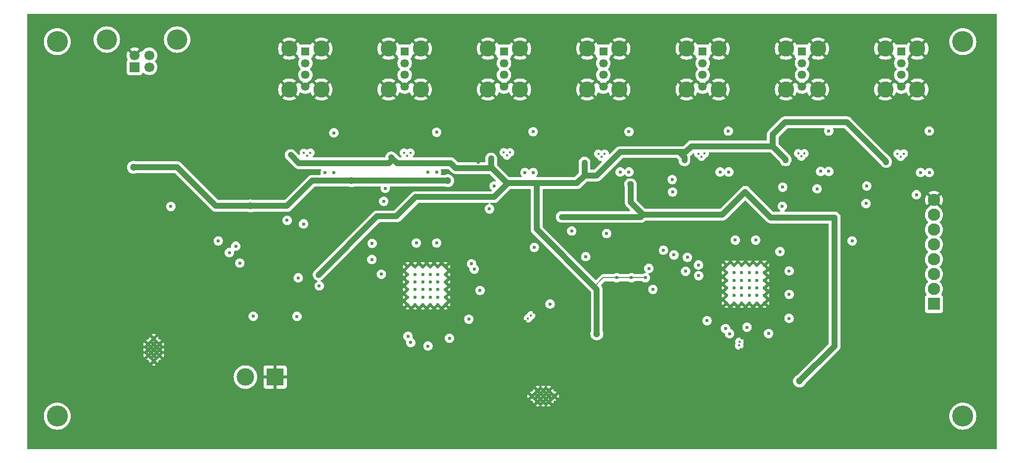
<source format=gbr>
%TF.GenerationSoftware,KiCad,Pcbnew,8.0.1*%
%TF.CreationDate,2025-12-10T21:43:10+01:00*%
%TF.ProjectId,USB2hub,55534232-6875-4622-9e6b-696361645f70,rev?*%
%TF.SameCoordinates,Original*%
%TF.FileFunction,Copper,L3,Inr*%
%TF.FilePolarity,Positive*%
%FSLAX46Y46*%
G04 Gerber Fmt 4.6, Leading zero omitted, Abs format (unit mm)*
G04 Created by KiCad (PCBNEW 8.0.1) date 2025-12-10 21:43:10*
%MOMM*%
%LPD*%
G01*
G04 APERTURE LIST*
%TA.AperFunction,ComponentPad*%
%ADD10R,1.458000X1.458000*%
%TD*%
%TA.AperFunction,ComponentPad*%
%ADD11C,1.458000*%
%TD*%
%TA.AperFunction,ComponentPad*%
%ADD12C,2.775000*%
%TD*%
%TA.AperFunction,ComponentPad*%
%ADD13C,0.600000*%
%TD*%
%TA.AperFunction,ComponentPad*%
%ADD14R,3.000000X3.000000*%
%TD*%
%TA.AperFunction,ComponentPad*%
%ADD15C,3.000000*%
%TD*%
%TA.AperFunction,ComponentPad*%
%ADD16C,3.600000*%
%TD*%
%TA.AperFunction,ComponentPad*%
%ADD17R,2.100000X2.100000*%
%TD*%
%TA.AperFunction,ComponentPad*%
%ADD18C,2.100000*%
%TD*%
%TA.AperFunction,ComponentPad*%
%ADD19R,1.700000X1.700000*%
%TD*%
%TA.AperFunction,ComponentPad*%
%ADD20C,1.700000*%
%TD*%
%TA.AperFunction,ComponentPad*%
%ADD21C,3.500000*%
%TD*%
%TA.AperFunction,ViaPad*%
%ADD22C,0.600000*%
%TD*%
%TA.AperFunction,ViaPad*%
%ADD23C,0.450000*%
%TD*%
%TA.AperFunction,ViaPad*%
%ADD24C,1.200000*%
%TD*%
%TA.AperFunction,Conductor*%
%ADD25C,1.000000*%
%TD*%
%TA.AperFunction,Conductor*%
%ADD26C,0.200000*%
%TD*%
G04 APERTURE END LIST*
D10*
%TO.N,Net-(J13-VBUS)*%
%TO.C,J13*%
X132812500Y-29681250D03*
D11*
%TO.N,/USB5_N*%
X132812500Y-31681250D03*
%TO.N,/USB5_P*%
X132812500Y-33681250D03*
%TO.N,GND*%
X132812500Y-35681250D03*
D12*
X130062500Y-29181250D03*
X130062500Y-36181250D03*
X135562500Y-29181250D03*
X135562500Y-36181250D03*
%TD*%
D13*
%TO.N,GND*%
%TO.C,U10*%
X136900000Y-66250000D03*
X138200000Y-66250000D03*
X139500000Y-66250000D03*
X140800000Y-66250000D03*
X142100000Y-66250000D03*
X143400000Y-66250000D03*
X136900000Y-67550000D03*
X138200000Y-67550000D03*
X139500000Y-67550000D03*
X140800000Y-67550000D03*
X142100000Y-67550000D03*
X143400000Y-67550000D03*
X136900000Y-68850000D03*
X138200000Y-68850000D03*
X139500000Y-68850000D03*
X140800000Y-68850000D03*
X142100000Y-68850000D03*
X143400000Y-68850000D03*
X136900000Y-70150000D03*
X138200000Y-70150000D03*
X139500000Y-70150000D03*
X140800000Y-70150000D03*
X142100000Y-70150000D03*
X143400000Y-70150000D03*
X136900000Y-71450000D03*
X138200000Y-71450000D03*
X139500000Y-71450000D03*
X140800000Y-71450000D03*
X142100000Y-71450000D03*
X143400000Y-71450000D03*
X136900000Y-72750000D03*
X138200000Y-72750000D03*
X139500000Y-72750000D03*
X140800000Y-72750000D03*
X142100000Y-72750000D03*
X143400000Y-72750000D03*
%TD*%
%TO.N,GND*%
%TO.C,U23*%
X104575000Y-89625000D03*
X105525000Y-89625000D03*
X106475000Y-89625000D03*
X103625000Y-88675000D03*
X104575000Y-88675000D03*
X105525000Y-88675000D03*
X106475000Y-88675000D03*
X107425000Y-88675000D03*
X104575000Y-87725000D03*
X105525000Y-87725000D03*
X106475000Y-87725000D03*
%TD*%
D14*
%TO.N,GND*%
%TO.C,J7*%
X59640000Y-85400000D03*
D15*
%TO.N,Net-(J7-Pin_2)*%
X54560000Y-85400000D03*
%TD*%
D13*
%TO.N,GND*%
%TO.C,U1*%
X82300000Y-66525000D03*
X83600000Y-66525000D03*
X84900000Y-66525000D03*
X86200000Y-66525000D03*
X87500000Y-66525000D03*
X88800000Y-66525000D03*
X82300000Y-67825000D03*
X83600000Y-67825000D03*
X84900000Y-67825000D03*
X86200000Y-67825000D03*
X87500000Y-67825000D03*
X88800000Y-67825000D03*
X82300000Y-69125000D03*
X83600000Y-69125000D03*
X84900000Y-69125000D03*
X86200000Y-69125000D03*
X87500000Y-69125000D03*
X88800000Y-69125000D03*
X82300000Y-70425000D03*
X83600000Y-70425000D03*
X84900000Y-70425000D03*
X86200000Y-70425000D03*
X87500000Y-70425000D03*
X88800000Y-70425000D03*
X82300000Y-71725000D03*
X83600000Y-71725000D03*
X84900000Y-71725000D03*
X86200000Y-71725000D03*
X87500000Y-71725000D03*
X88800000Y-71725000D03*
X82300000Y-73025000D03*
X83600000Y-73025000D03*
X84900000Y-73025000D03*
X86200000Y-73025000D03*
X87500000Y-73025000D03*
X88800000Y-73025000D03*
%TD*%
D10*
%TO.N,Net-(J10-VBUS)*%
%TO.C,J10*%
X81812500Y-29681250D03*
D11*
%TO.N,/USB2_N*%
X81812500Y-31681250D03*
%TO.N,/USB2_P*%
X81812500Y-33681250D03*
%TO.N,GND*%
X81812500Y-35681250D03*
D12*
X79062500Y-29181250D03*
X79062500Y-36181250D03*
X84562500Y-29181250D03*
X84562500Y-36181250D03*
%TD*%
D10*
%TO.N,Net-(J15-VBUS)*%
%TO.C,J15*%
X166812500Y-29681250D03*
D11*
%TO.N,/USB7_N*%
X166812500Y-31681250D03*
%TO.N,/USB7_P*%
X166812500Y-33681250D03*
%TO.N,GND*%
X166812500Y-35681250D03*
D12*
X164062500Y-29181250D03*
X164062500Y-36181250D03*
X169562500Y-29181250D03*
X169562500Y-36181250D03*
%TD*%
D16*
%TO.N,N/C*%
%TO.C,H3*%
X22350000Y-92100000D03*
%TD*%
D17*
%TO.N,/USBS1*%
%TO.C,J8*%
X172400000Y-72875000D03*
D18*
%TO.N,/USBS2*%
X172400000Y-70335000D03*
%TO.N,/USBS3*%
X172400000Y-67795000D03*
%TO.N,/USBS4*%
X172400000Y-65255000D03*
%TO.N,/USBS5*%
X172400000Y-62715000D03*
%TO.N,/USBS6*%
X172400000Y-60175000D03*
%TO.N,/USBS7*%
X172400000Y-57635000D03*
%TO.N,GND*%
X172400000Y-55095000D03*
%TD*%
D10*
%TO.N,Net-(J12-VBUS)*%
%TO.C,J12*%
X115812500Y-29681250D03*
D11*
%TO.N,/USB4_N*%
X115812500Y-31681250D03*
%TO.N,/USB4_P*%
X115812500Y-33681250D03*
%TO.N,GND*%
X115812500Y-35681250D03*
D12*
X113062500Y-29181250D03*
X113062500Y-36181250D03*
X118562500Y-29181250D03*
X118562500Y-36181250D03*
%TD*%
D10*
%TO.N,Net-(J9-VBUS)*%
%TO.C,J9*%
X64812500Y-29681250D03*
D11*
%TO.N,/USB1_N*%
X64812500Y-31681250D03*
%TO.N,/USB1_P*%
X64812500Y-33681250D03*
%TO.N,GND*%
X64812500Y-35681250D03*
D12*
X62062500Y-29181250D03*
X62062500Y-36181250D03*
X67562500Y-29181250D03*
X67562500Y-36181250D03*
%TD*%
D13*
%TO.N,GND*%
%TO.C,U22*%
X39825000Y-81675000D03*
X39825000Y-80725000D03*
X39825000Y-79775000D03*
X38875000Y-82625000D03*
X38875000Y-81675000D03*
X38875000Y-80725000D03*
X38875000Y-79775000D03*
X38875000Y-78825000D03*
X37925000Y-81675000D03*
X37925000Y-80725000D03*
X37925000Y-79775000D03*
%TD*%
D19*
%TO.N,+5VP*%
%TO.C,J16*%
X35600000Y-32350000D03*
D20*
%TO.N,/USB_UP_PORT_N*%
X38100000Y-32350000D03*
%TO.N,/USB_UP_PORT_P*%
X38100000Y-30350000D03*
%TO.N,GND*%
X35600000Y-30350000D03*
D21*
%TO.N,GNDPWR*%
X30830000Y-27640000D03*
X42870000Y-27640000D03*
%TD*%
D10*
%TO.N,Net-(J11-VBUS)*%
%TO.C,J11*%
X98812500Y-29681250D03*
D11*
%TO.N,/USB3_N*%
X98812500Y-31681250D03*
%TO.N,/USB3_P*%
X98812500Y-33681250D03*
%TO.N,GND*%
X98812500Y-35681250D03*
D12*
X96062500Y-29181250D03*
X96062500Y-36181250D03*
X101562500Y-29181250D03*
X101562500Y-36181250D03*
%TD*%
D16*
%TO.N,N/C*%
%TO.C,H2*%
X177350000Y-28000000D03*
%TD*%
%TO.N,N/C*%
%TO.C,H1*%
X22350000Y-28000000D03*
%TD*%
D10*
%TO.N,Net-(J14-VBUS)*%
%TO.C,J14*%
X149812500Y-29681250D03*
D11*
%TO.N,/USB6_N*%
X149812500Y-31681250D03*
%TO.N,/USB6_P*%
X149812500Y-33681250D03*
%TO.N,GND*%
X149812500Y-35681250D03*
D12*
X147062500Y-29181250D03*
X147062500Y-36181250D03*
X152562500Y-29181250D03*
X152562500Y-36181250D03*
%TD*%
D16*
%TO.N,N/C*%
%TO.C,H4*%
X177350000Y-92100000D03*
%TD*%
D22*
%TO.N,+3.3V*%
X62300000Y-47400000D03*
D23*
X149700000Y-47645000D03*
D22*
X123025000Y-68397500D03*
X96600000Y-48000000D03*
X164200000Y-48600000D03*
D23*
X132602738Y-47682738D03*
D22*
X67100000Y-67900000D03*
X79500000Y-47800000D03*
X112600000Y-48700000D03*
X120625000Y-68397500D03*
X147000000Y-48300000D03*
D23*
X65110000Y-47520000D03*
D22*
X118100000Y-68400000D03*
D24*
X114700000Y-78000000D03*
D23*
X99309363Y-47470000D03*
X166690131Y-47694651D03*
D22*
X129700000Y-48300000D03*
D23*
X115522500Y-47702500D03*
X82250000Y-47530000D03*
D22*
%TO.N,GND*%
X95375000Y-87100000D03*
X120587500Y-85500000D03*
X126937500Y-91550000D03*
X151500000Y-67250000D03*
X159467500Y-83425000D03*
X142175000Y-37325000D03*
X123061066Y-24881126D03*
X73800000Y-65865000D03*
X90575000Y-37275000D03*
X41037500Y-61600000D03*
X73875000Y-70000000D03*
X85825000Y-83800000D03*
D23*
X149700000Y-44210000D03*
D22*
X105000000Y-93750000D03*
X41062500Y-62600000D03*
X79500000Y-44300000D03*
X86350000Y-57850000D03*
X95375000Y-89325000D03*
X41637500Y-67450000D03*
D23*
X103883614Y-74384449D03*
D22*
X94400000Y-56800000D03*
X36262500Y-63525000D03*
X107450000Y-82375000D03*
X151550000Y-65650000D03*
X104025000Y-92725000D03*
X105005000Y-85300000D03*
X158492500Y-88325000D03*
X35237500Y-62550000D03*
D23*
X139430000Y-78790000D03*
D22*
X151500000Y-71175000D03*
X135200000Y-43100000D03*
X147800000Y-49500000D03*
X147000000Y-44900000D03*
X159467500Y-88325000D03*
X42087500Y-62600000D03*
D23*
X132600000Y-44200000D03*
D22*
X39700000Y-39000000D03*
X163725000Y-89400000D03*
X23375000Y-39472500D03*
X54425000Y-52450000D03*
X162725000Y-89425000D03*
X70350000Y-53575000D03*
X40700000Y-90200000D03*
X104025000Y-93750000D03*
X119537500Y-84500000D03*
X79850000Y-60275000D03*
X158492500Y-89350000D03*
X111925000Y-84675000D03*
X141000000Y-58200000D03*
X122851471Y-52651471D03*
X158175000Y-37275000D03*
X75800000Y-77300000D03*
X126912500Y-90550000D03*
D23*
X166700000Y-44220000D03*
D22*
X106000000Y-92700000D03*
X101500000Y-70800000D03*
X72450000Y-37275000D03*
X38200000Y-72520000D03*
X141875000Y-87950000D03*
X27475000Y-42847500D03*
X35350000Y-80595000D03*
X75700000Y-46600000D03*
X118300000Y-43000000D03*
X145400000Y-55700000D03*
X25400000Y-42897500D03*
X153600000Y-89400000D03*
X106700000Y-59500000D03*
X136675000Y-82250000D03*
X117987500Y-92275000D03*
X92050000Y-80975000D03*
X117012500Y-92275000D03*
X41062500Y-63575000D03*
X112200000Y-70800000D03*
X37075000Y-90200000D03*
X105000000Y-92725000D03*
X127600000Y-48800000D03*
X108175000Y-37375000D03*
X85375000Y-87525000D03*
X135575000Y-82225000D03*
X120587500Y-86475000D03*
X106900000Y-70800000D03*
X91575000Y-88150000D03*
X164200000Y-45100000D03*
X124125000Y-37325000D03*
X137975000Y-83100000D03*
X128225000Y-66350000D03*
X127937500Y-90550000D03*
X97450000Y-66050000D03*
X27500000Y-41147500D03*
X141200000Y-37325000D03*
X42087500Y-63575000D03*
X42062500Y-61600000D03*
X164700000Y-89400000D03*
X95400000Y-88100000D03*
X157492500Y-82425000D03*
X157200000Y-24900000D03*
X27500000Y-39472500D03*
X139900000Y-25100000D03*
X35212500Y-61550000D03*
X41587500Y-58250000D03*
X95375000Y-86125000D03*
X42475000Y-81245000D03*
X127937500Y-89575000D03*
X71700000Y-24900000D03*
X97300000Y-67600000D03*
X30500000Y-82550000D03*
X156500000Y-54000000D03*
X127625000Y-72950000D03*
X134325000Y-82225000D03*
X158800000Y-58725000D03*
X74525000Y-79750000D03*
D23*
X139278626Y-80654747D03*
D22*
X96600000Y-44600000D03*
X60900000Y-47000000D03*
X36237500Y-61550000D03*
X125100000Y-37325000D03*
X36262500Y-62550000D03*
X129700000Y-44900000D03*
X108600000Y-56700000D03*
X101900000Y-43200000D03*
X87900000Y-87750000D03*
X119562500Y-85500000D03*
X33000000Y-37825000D03*
X157492500Y-88350000D03*
X101200000Y-76100000D03*
X133925000Y-59650000D03*
X127962500Y-91550000D03*
D23*
X99300000Y-44000000D03*
D22*
X23375000Y-41147500D03*
X120562500Y-84500000D03*
D23*
X115500000Y-44200000D03*
D22*
X106100000Y-24800000D03*
X89600000Y-37275000D03*
D23*
X82254197Y-43900000D03*
D22*
X159150000Y-37275000D03*
X107200000Y-37375000D03*
X151625000Y-89425000D03*
X113425000Y-90575000D03*
X88800000Y-24700000D03*
D23*
X102477088Y-75816233D03*
D22*
X128175000Y-69875000D03*
X158492500Y-82400000D03*
X97450000Y-71700000D03*
X73425000Y-37275000D03*
X31100000Y-79375000D03*
X93400000Y-59600000D03*
X107850000Y-48150000D03*
X35237500Y-63525000D03*
X68000000Y-43000000D03*
X62200000Y-43900000D03*
X159467500Y-89350000D03*
X141375000Y-52125000D03*
X53600000Y-24800000D03*
X133875000Y-61175000D03*
X94389459Y-48643961D03*
X119075000Y-82437500D03*
X125000000Y-55400000D03*
X145075000Y-84125000D03*
X140300000Y-82125000D03*
X95400000Y-91300000D03*
X73900000Y-68825000D03*
X79400000Y-81400000D03*
X151600000Y-43800000D03*
X112600000Y-45100000D03*
X40650000Y-72520000D03*
X59700000Y-54000000D03*
X158492500Y-83425000D03*
D23*
X65116346Y-43947997D03*
D22*
X55950000Y-37375000D03*
X23400000Y-42822500D03*
X54975000Y-37375000D03*
X159467500Y-82400000D03*
X75600000Y-55100000D03*
X116012500Y-92300000D03*
X157492500Y-83450000D03*
X23625000Y-35200000D03*
X119562500Y-86475000D03*
X91125000Y-83750000D03*
X95375000Y-90300000D03*
X157492500Y-89375000D03*
X73975000Y-72525000D03*
X126912500Y-89575000D03*
X152625000Y-89400000D03*
X106000000Y-93725000D03*
X102475000Y-81875000D03*
X146550000Y-80925000D03*
%TO.N,Net-(U1-VDD33@1)*%
X82841250Y-79491250D03*
X76200000Y-65275000D03*
X93250000Y-66025000D03*
X89475000Y-78775000D03*
X92800000Y-75500000D03*
%TO.N,Net-(U1-VDD@1)*%
X82370000Y-78420000D03*
X41800000Y-56200000D03*
X87300000Y-62450000D03*
X83800000Y-62450000D03*
X94700000Y-70575000D03*
X85800000Y-80100000D03*
X93725000Y-66925000D03*
%TO.N,Net-(U10-VDD@1)*%
X147625000Y-67250000D03*
X147600000Y-75350000D03*
X147625000Y-71250000D03*
X136736000Y-77114000D03*
X141900000Y-61950000D03*
X140400000Y-76875000D03*
X138400000Y-61950000D03*
%TO.N,Net-(U10-VDD33@1)*%
X146050000Y-63925000D03*
X132100000Y-66225000D03*
X137425000Y-77975000D03*
X133550000Y-75750000D03*
X144100000Y-77950000D03*
%TO.N,/OVERCURR2*%
X67200000Y-69800000D03*
X78500000Y-53100000D03*
%TO.N,/OVERCURR3*%
X97125000Y-52700000D03*
X63600000Y-68425000D03*
%TO.N,/OVERCURR4*%
X116366250Y-60833750D03*
X124300000Y-70400000D03*
%TO.N,/OVERCURR5*%
X123600000Y-66800000D03*
X127600000Y-51600000D03*
%TO.N,/OVERCURR6*%
X146500000Y-52900000D03*
X127900000Y-64500000D03*
%TO.N,/OVERCURR7*%
X160900000Y-52700000D03*
X130200000Y-64900000D03*
%TO.N,/USB_VBUS*%
X106700000Y-72900000D03*
X55900000Y-75000000D03*
X63387500Y-75012500D03*
%TO.N,/PWRCTL2*%
X76250000Y-62525000D03*
X78225000Y-55325000D03*
X53600000Y-65900000D03*
%TO.N,/PWRCTL1*%
X51800000Y-64100000D03*
X64500000Y-59200000D03*
X61700000Y-58575000D03*
%TO.N,/PWRCTL3*%
X77825000Y-67800000D03*
X96325000Y-56625000D03*
X104000000Y-63200000D03*
%TO.N,/PWRCTL6*%
X129900000Y-67300000D03*
X152400000Y-53200000D03*
X146450000Y-56175000D03*
%TO.N,/PWRCTL5*%
X126100000Y-63700000D03*
X127675000Y-53725000D03*
%TO.N,/PWRCTL7*%
X160775000Y-55700000D03*
X132125000Y-68050000D03*
D23*
%TO.N,/USB_INTER_P*%
X139052500Y-80000000D03*
X102930000Y-75350000D03*
%TO.N,/USB_INTER_N*%
X139116585Y-79373265D03*
X103430000Y-74850000D03*
D24*
%TO.N,+5V1*%
X35400000Y-49500000D03*
X89200000Y-51800000D03*
X72700000Y-51800000D03*
X55400000Y-56100000D03*
D22*
%TO.N,+5V2*%
X155400000Y-58100000D03*
D24*
X149400000Y-86100000D03*
D22*
X120400000Y-52400000D03*
X140100000Y-53700000D03*
X108700000Y-58000000D03*
%TO.N,/USBS3*%
X103800000Y-50400000D03*
%TO.N,/USBS2*%
X52900000Y-63000000D03*
X87300000Y-50300000D03*
%TO.N,/USBS7*%
X158400000Y-62100000D03*
X169400000Y-54200000D03*
X171600000Y-50400000D03*
%TO.N,/USBS6*%
X154400000Y-50200000D03*
%TO.N,/USBS1*%
X49900000Y-62100000D03*
X69700000Y-50400000D03*
%TO.N,/USBS4*%
X110400000Y-60400000D03*
X120200000Y-50300000D03*
%TO.N,/USBS5*%
X112800000Y-64800000D03*
X137300000Y-50300000D03*
D23*
%TO.N,Net-(U5-~{OE})*%
X98775000Y-46940070D03*
D22*
X103800000Y-43400000D03*
%TO.N,Net-(U5-S)*%
X102400000Y-50400000D03*
D23*
X99850000Y-46950000D03*
D22*
%TO.N,Net-(U6-~{OE})*%
X120200000Y-43400000D03*
D23*
X114975000Y-47200000D03*
D22*
%TO.N,Net-(U6-S)*%
X118700000Y-50300000D03*
D23*
X116025000Y-47200000D03*
%TO.N,Net-(U8-~{OE})*%
X132075000Y-47155000D03*
D22*
X137200000Y-43300000D03*
D23*
%TO.N,Net-(U8-S)*%
X133134103Y-47151374D03*
D22*
X135800000Y-50300000D03*
D23*
%TO.N,Net-(U11-~{OE})*%
X149175000Y-47120000D03*
D22*
X154400000Y-43300000D03*
D23*
%TO.N,Net-(U11-S)*%
X150225000Y-47120000D03*
D22*
X153000000Y-50200000D03*
%TO.N,Net-(U12-~{OE})*%
X87300000Y-43500000D03*
D23*
X81700000Y-47000000D03*
D22*
%TO.N,Net-(U12-S)*%
X85800000Y-50300000D03*
D23*
X82800000Y-47000000D03*
D22*
%TO.N,Net-(U3-S)*%
X68200000Y-50400000D03*
D23*
X65665168Y-46998314D03*
%TO.N,Net-(U3-~{OE})*%
X64551786Y-47048214D03*
D22*
X69700000Y-43600000D03*
D23*
%TO.N,Net-(U19-S)*%
X167225827Y-47159373D03*
D22*
X170100000Y-50400000D03*
D23*
%TO.N,Net-(U19-~{OE})*%
X166175000Y-47179521D03*
D22*
X171600000Y-43300000D03*
%TD*%
D25*
%TO.N,+3.3V*%
X144800000Y-43900000D02*
X144800000Y-45900000D01*
X79800000Y-48100000D02*
X79500000Y-47800000D01*
X146900000Y-41800000D02*
X144800000Y-43900000D01*
X130900000Y-45900000D02*
X144800000Y-45900000D01*
D26*
X115800000Y-68400000D02*
X114250000Y-69950000D01*
D25*
X99300000Y-52200000D02*
X99300000Y-52400000D01*
X112600000Y-50900000D02*
X111300000Y-52200000D01*
X128800000Y-46900000D02*
X129700000Y-47800000D01*
X80400000Y-57900000D02*
X77100000Y-57900000D01*
X99300000Y-52400000D02*
X97100000Y-54600000D01*
X90543961Y-49643961D02*
X89700000Y-48800000D01*
X144800000Y-45900000D02*
X147000000Y-48100000D01*
X128800000Y-46900000D02*
X129900000Y-46900000D01*
X96600000Y-49500000D02*
X96456039Y-49643961D01*
D26*
X120622500Y-68400000D02*
X120625000Y-68397500D01*
D25*
X77100000Y-57900000D02*
X67100000Y-67900000D01*
X112600000Y-50900000D02*
X112600000Y-48700000D01*
X157500000Y-41800000D02*
X146900000Y-41800000D01*
X104400000Y-52200000D02*
X99300000Y-52200000D01*
X96456039Y-49643961D02*
X90543961Y-49643961D01*
X114700000Y-70400000D02*
X114250000Y-69950000D01*
X111300000Y-52200000D02*
X104400000Y-52200000D01*
X129700000Y-47800000D02*
X129700000Y-48300000D01*
X118700000Y-46900000D02*
X128800000Y-46900000D01*
X112600000Y-50900000D02*
X114700000Y-50900000D01*
X79800000Y-48100000D02*
X79100000Y-48800000D01*
X147000000Y-48100000D02*
X147000000Y-48300000D01*
X114700000Y-50900000D02*
X118700000Y-46900000D01*
X114700000Y-78000000D02*
X114700000Y-70400000D01*
D26*
X118100000Y-68400000D02*
X120622500Y-68400000D01*
D25*
X104400000Y-60100000D02*
X104400000Y-52200000D01*
X97100000Y-54600000D02*
X83700000Y-54600000D01*
X89700000Y-48800000D02*
X80500000Y-48800000D01*
X129900000Y-46900000D02*
X130900000Y-45900000D01*
X99300000Y-52200000D02*
X96600000Y-49500000D01*
X79100000Y-48800000D02*
X63700000Y-48800000D01*
X164200000Y-48500000D02*
X157500000Y-41800000D01*
X80500000Y-48800000D02*
X79800000Y-48100000D01*
X63700000Y-48800000D02*
X62300000Y-47400000D01*
X164200000Y-48600000D02*
X164200000Y-48500000D01*
D26*
X118100000Y-68400000D02*
X115800000Y-68400000D01*
D25*
X96600000Y-49500000D02*
X96600000Y-48000000D01*
D26*
X120625000Y-68397500D02*
X123025000Y-68397500D01*
D25*
X83700000Y-54600000D02*
X80400000Y-57900000D01*
X114250000Y-69950000D02*
X104400000Y-60100000D01*
%TO.N,+5V1*%
X35400000Y-49500000D02*
X42900000Y-49500000D01*
X66000000Y-51800000D02*
X61700000Y-56100000D01*
X89200000Y-51800000D02*
X72700000Y-51800000D01*
X42900000Y-49500000D02*
X49500000Y-56100000D01*
X72700000Y-51800000D02*
X66000000Y-51800000D01*
X49500000Y-56100000D02*
X55400000Y-56100000D01*
X61700000Y-56100000D02*
X55400000Y-56100000D01*
%TO.N,+5V2*%
X144500000Y-58100000D02*
X140100000Y-53700000D01*
X155400000Y-58100000D02*
X144500000Y-58100000D01*
X120500000Y-52400000D02*
X120400000Y-52400000D01*
X136200000Y-57600000D02*
X122600000Y-57600000D01*
X122200000Y-58000000D02*
X108700000Y-58000000D01*
X140100000Y-53700000D02*
X136200000Y-57600000D01*
X122600000Y-57600000D02*
X120500000Y-55500000D01*
X122600000Y-57600000D02*
X122200000Y-58000000D01*
X155400000Y-80100000D02*
X155400000Y-58100000D01*
X149400000Y-86100000D02*
X155400000Y-80100000D01*
X120500000Y-55500000D02*
X120500000Y-52400000D01*
%TD*%
%TA.AperFunction,Conductor*%
%TO.N,GND*%
G36*
X183117539Y-23220185D02*
G01*
X183163294Y-23272989D01*
X183174500Y-23324500D01*
X183174500Y-97600500D01*
X183154815Y-97667539D01*
X183102011Y-97713294D01*
X183050500Y-97724500D01*
X17349500Y-97724500D01*
X17282461Y-97704815D01*
X17236706Y-97652011D01*
X17225500Y-97600500D01*
X17225500Y-92100000D01*
X20044564Y-92100000D01*
X20064287Y-92400918D01*
X20064288Y-92400930D01*
X20123118Y-92696683D01*
X20123122Y-92696698D01*
X20220053Y-92982247D01*
X20220062Y-92982268D01*
X20353431Y-93252713D01*
X20353435Y-93252720D01*
X20520973Y-93503459D01*
X20719810Y-93730189D01*
X20946540Y-93929026D01*
X21197279Y-94096564D01*
X21197286Y-94096568D01*
X21467731Y-94229937D01*
X21467736Y-94229939D01*
X21467748Y-94229945D01*
X21753309Y-94326880D01*
X21953251Y-94366651D01*
X22049069Y-94385711D01*
X22049070Y-94385711D01*
X22049080Y-94385713D01*
X22350000Y-94405436D01*
X22650920Y-94385713D01*
X22946691Y-94326880D01*
X23232252Y-94229945D01*
X23502718Y-94096566D01*
X23753461Y-93929025D01*
X23980189Y-93730189D01*
X24179025Y-93503461D01*
X24346566Y-93252718D01*
X24479945Y-92982252D01*
X24576880Y-92696691D01*
X24635713Y-92400920D01*
X24655436Y-92100000D01*
X175044564Y-92100000D01*
X175064287Y-92400918D01*
X175064288Y-92400930D01*
X175123118Y-92696683D01*
X175123122Y-92696698D01*
X175220053Y-92982247D01*
X175220062Y-92982268D01*
X175353431Y-93252713D01*
X175353435Y-93252720D01*
X175520973Y-93503459D01*
X175719810Y-93730189D01*
X175946540Y-93929026D01*
X176197279Y-94096564D01*
X176197286Y-94096568D01*
X176467731Y-94229937D01*
X176467736Y-94229939D01*
X176467748Y-94229945D01*
X176753309Y-94326880D01*
X176953251Y-94366651D01*
X177049069Y-94385711D01*
X177049070Y-94385711D01*
X177049080Y-94385713D01*
X177350000Y-94405436D01*
X177650920Y-94385713D01*
X177946691Y-94326880D01*
X178232252Y-94229945D01*
X178502718Y-94096566D01*
X178753461Y-93929025D01*
X178980189Y-93730189D01*
X179179025Y-93503461D01*
X179346566Y-93252718D01*
X179479945Y-92982252D01*
X179576880Y-92696691D01*
X179635713Y-92400920D01*
X179655436Y-92100000D01*
X179635713Y-91799080D01*
X179576880Y-91503309D01*
X179479945Y-91217748D01*
X179346566Y-90947282D01*
X179179025Y-90696539D01*
X178980189Y-90469810D01*
X178753459Y-90270973D01*
X178502720Y-90103435D01*
X178502713Y-90103431D01*
X178232268Y-89970062D01*
X178232247Y-89970053D01*
X177946698Y-89873122D01*
X177946692Y-89873120D01*
X177946691Y-89873120D01*
X177946689Y-89873119D01*
X177946683Y-89873118D01*
X177650930Y-89814288D01*
X177650921Y-89814287D01*
X177650920Y-89814287D01*
X177350000Y-89794564D01*
X177049080Y-89814287D01*
X177049079Y-89814287D01*
X177049069Y-89814288D01*
X176753316Y-89873118D01*
X176753301Y-89873122D01*
X176467752Y-89970053D01*
X176467731Y-89970062D01*
X176197286Y-90103431D01*
X176197279Y-90103435D01*
X175946540Y-90270973D01*
X175719810Y-90469810D01*
X175520973Y-90696540D01*
X175353435Y-90947279D01*
X175353431Y-90947286D01*
X175220062Y-91217731D01*
X175220053Y-91217752D01*
X175123122Y-91503301D01*
X175123118Y-91503316D01*
X175064288Y-91799069D01*
X175064287Y-91799081D01*
X175044564Y-92100000D01*
X24655436Y-92100000D01*
X24635713Y-91799080D01*
X24576880Y-91503309D01*
X24479945Y-91217748D01*
X24346566Y-90947282D01*
X24179025Y-90696539D01*
X23980189Y-90469810D01*
X23834063Y-90341661D01*
X104211892Y-90341661D01*
X104225692Y-90350333D01*
X104225691Y-90350333D01*
X104395861Y-90409878D01*
X104574997Y-90430062D01*
X104575003Y-90430062D01*
X104754138Y-90409878D01*
X104754141Y-90409877D01*
X104924304Y-90350335D01*
X104938106Y-90341660D01*
X105161891Y-90341660D01*
X105175692Y-90350333D01*
X105175691Y-90350333D01*
X105345861Y-90409878D01*
X105524997Y-90430062D01*
X105525003Y-90430062D01*
X105704138Y-90409878D01*
X105704141Y-90409877D01*
X105874304Y-90350335D01*
X105888106Y-90341660D01*
X106111891Y-90341660D01*
X106125692Y-90350333D01*
X106125691Y-90350333D01*
X106295861Y-90409878D01*
X106474997Y-90430062D01*
X106475003Y-90430062D01*
X106654138Y-90409878D01*
X106654141Y-90409877D01*
X106824305Y-90350334D01*
X106824306Y-90350334D01*
X106838106Y-90341661D01*
X106838106Y-90341660D01*
X106475001Y-89978553D01*
X106475000Y-89978553D01*
X106111891Y-90341660D01*
X105888106Y-90341660D01*
X105525001Y-89978553D01*
X105525000Y-89978553D01*
X105161891Y-90341660D01*
X104938106Y-90341660D01*
X104575001Y-89978553D01*
X104575000Y-89978553D01*
X104211892Y-90341660D01*
X104211892Y-90341661D01*
X23834063Y-90341661D01*
X23753459Y-90270973D01*
X23502720Y-90103435D01*
X23502713Y-90103431D01*
X23232268Y-89970062D01*
X23232247Y-89970053D01*
X22946698Y-89873122D01*
X22946692Y-89873120D01*
X22946691Y-89873120D01*
X22946689Y-89873119D01*
X22946683Y-89873118D01*
X22650930Y-89814288D01*
X22650921Y-89814287D01*
X22650920Y-89814287D01*
X22350000Y-89794564D01*
X22049080Y-89814287D01*
X22049079Y-89814287D01*
X22049069Y-89814288D01*
X21753316Y-89873118D01*
X21753301Y-89873122D01*
X21467752Y-89970053D01*
X21467731Y-89970062D01*
X21197286Y-90103431D01*
X21197279Y-90103435D01*
X20946540Y-90270973D01*
X20719810Y-90469810D01*
X20520973Y-90696540D01*
X20353435Y-90947279D01*
X20353431Y-90947286D01*
X20220062Y-91217731D01*
X20220053Y-91217752D01*
X20123122Y-91503301D01*
X20123118Y-91503316D01*
X20064288Y-91799069D01*
X20064287Y-91799081D01*
X20044564Y-92100000D01*
X17225500Y-92100000D01*
X17225500Y-89391661D01*
X103261892Y-89391661D01*
X103275692Y-89400333D01*
X103275691Y-89400333D01*
X103445861Y-89459878D01*
X103624996Y-89480061D01*
X103633824Y-89479067D01*
X103702646Y-89491119D01*
X103754027Y-89538466D01*
X103771654Y-89606076D01*
X103770933Y-89616166D01*
X103769938Y-89624999D01*
X103769938Y-89625002D01*
X103790121Y-89804138D01*
X103849665Y-89974304D01*
X103858338Y-89988107D01*
X104191609Y-89654837D01*
X104425000Y-89654837D01*
X104447836Y-89709968D01*
X104490032Y-89752164D01*
X104545163Y-89775000D01*
X104604837Y-89775000D01*
X104659968Y-89752164D01*
X104702164Y-89709968D01*
X104725000Y-89654837D01*
X104725000Y-89624999D01*
X104928553Y-89624999D01*
X105050000Y-89746446D01*
X105141610Y-89654837D01*
X105375000Y-89654837D01*
X105397836Y-89709968D01*
X105440032Y-89752164D01*
X105495163Y-89775000D01*
X105554837Y-89775000D01*
X105609968Y-89752164D01*
X105652164Y-89709968D01*
X105675000Y-89654837D01*
X105675000Y-89624999D01*
X105878553Y-89624999D01*
X106000000Y-89746446D01*
X106091610Y-89654837D01*
X106325000Y-89654837D01*
X106347836Y-89709968D01*
X106390032Y-89752164D01*
X106445163Y-89775000D01*
X106504837Y-89775000D01*
X106559968Y-89752164D01*
X106602164Y-89709968D01*
X106625000Y-89654837D01*
X106625000Y-89625000D01*
X106828553Y-89625000D01*
X107191660Y-89988106D01*
X107191661Y-89988106D01*
X107200334Y-89974306D01*
X107200334Y-89974305D01*
X107259877Y-89804141D01*
X107259878Y-89804138D01*
X107280061Y-89625002D01*
X107279067Y-89616175D01*
X107291120Y-89547352D01*
X107338467Y-89495971D01*
X107406077Y-89478345D01*
X107416175Y-89479067D01*
X107425002Y-89480061D01*
X107604138Y-89459878D01*
X107604141Y-89459877D01*
X107774305Y-89400334D01*
X107774306Y-89400334D01*
X107788106Y-89391661D01*
X107788106Y-89391660D01*
X107425001Y-89028553D01*
X107211552Y-89241999D01*
X107211548Y-89242005D01*
X106828553Y-89624999D01*
X106828553Y-89625000D01*
X106625000Y-89625000D01*
X106625000Y-89595163D01*
X106602164Y-89540032D01*
X106559968Y-89497836D01*
X106504837Y-89475000D01*
X106445163Y-89475000D01*
X106390032Y-89497836D01*
X106347836Y-89540032D01*
X106325000Y-89595163D01*
X106325000Y-89654837D01*
X106091610Y-89654837D01*
X106121446Y-89625001D01*
X106121446Y-89625000D01*
X106000000Y-89503553D01*
X105878553Y-89624999D01*
X105675000Y-89624999D01*
X105675000Y-89595163D01*
X105652164Y-89540032D01*
X105609968Y-89497836D01*
X105554837Y-89475000D01*
X105495163Y-89475000D01*
X105440032Y-89497836D01*
X105397836Y-89540032D01*
X105375000Y-89595163D01*
X105375000Y-89654837D01*
X105141610Y-89654837D01*
X105171446Y-89625001D01*
X105171446Y-89625000D01*
X105050000Y-89503553D01*
X104928553Y-89624999D01*
X104725000Y-89624999D01*
X104725000Y-89595163D01*
X104702164Y-89540032D01*
X104659968Y-89497836D01*
X104604837Y-89475000D01*
X104545163Y-89475000D01*
X104490032Y-89497836D01*
X104447836Y-89540032D01*
X104425000Y-89595163D01*
X104425000Y-89654837D01*
X104191609Y-89654837D01*
X104221446Y-89625000D01*
X103819573Y-89223127D01*
X103819571Y-89223124D01*
X103746446Y-89149999D01*
X104453553Y-89149999D01*
X104575000Y-89271446D01*
X104696446Y-89150001D01*
X104696446Y-89150000D01*
X104696445Y-89149999D01*
X105403553Y-89149999D01*
X105525000Y-89271446D01*
X105646446Y-89150001D01*
X105646446Y-89150000D01*
X105646445Y-89149999D01*
X106353553Y-89149999D01*
X106475000Y-89271446D01*
X106596446Y-89150001D01*
X106596446Y-89150000D01*
X106475000Y-89028553D01*
X106353553Y-89149999D01*
X105646445Y-89149999D01*
X105525000Y-89028553D01*
X105403553Y-89149999D01*
X104696445Y-89149999D01*
X104575000Y-89028553D01*
X104453553Y-89149999D01*
X103746446Y-89149999D01*
X103625000Y-89028553D01*
X103261892Y-89391660D01*
X103261892Y-89391661D01*
X17225500Y-89391661D01*
X17225500Y-88675002D01*
X102819938Y-88675002D01*
X102840121Y-88854138D01*
X102899665Y-89024304D01*
X102908338Y-89038107D01*
X103241609Y-88704837D01*
X103475000Y-88704837D01*
X103497836Y-88759968D01*
X103540032Y-88802164D01*
X103595163Y-88825000D01*
X103654837Y-88825000D01*
X103709968Y-88802164D01*
X103752164Y-88759968D01*
X103775000Y-88704837D01*
X103775000Y-88674999D01*
X103978553Y-88674999D01*
X104100000Y-88796446D01*
X104191610Y-88704837D01*
X104425000Y-88704837D01*
X104447836Y-88759968D01*
X104490032Y-88802164D01*
X104545163Y-88825000D01*
X104604837Y-88825000D01*
X104659968Y-88802164D01*
X104702164Y-88759968D01*
X104725000Y-88704837D01*
X104725000Y-88674999D01*
X104928553Y-88674999D01*
X105050000Y-88796446D01*
X105141610Y-88704837D01*
X105375000Y-88704837D01*
X105397836Y-88759968D01*
X105440032Y-88802164D01*
X105495163Y-88825000D01*
X105554837Y-88825000D01*
X105609968Y-88802164D01*
X105652164Y-88759968D01*
X105675000Y-88704837D01*
X105675000Y-88674999D01*
X105878553Y-88674999D01*
X106000000Y-88796446D01*
X106091610Y-88704837D01*
X106325000Y-88704837D01*
X106347836Y-88759968D01*
X106390032Y-88802164D01*
X106445163Y-88825000D01*
X106504837Y-88825000D01*
X106559968Y-88802164D01*
X106602164Y-88759968D01*
X106625000Y-88704837D01*
X106625000Y-88674999D01*
X106828553Y-88674999D01*
X106950000Y-88796446D01*
X107041610Y-88704837D01*
X107275000Y-88704837D01*
X107297836Y-88759968D01*
X107340032Y-88802164D01*
X107395163Y-88825000D01*
X107454837Y-88825000D01*
X107509968Y-88802164D01*
X107552164Y-88759968D01*
X107575000Y-88704837D01*
X107575000Y-88675000D01*
X107778553Y-88675000D01*
X108141660Y-89038106D01*
X108141661Y-89038106D01*
X108150334Y-89024306D01*
X108150334Y-89024305D01*
X108209877Y-88854141D01*
X108209878Y-88854138D01*
X108230062Y-88675002D01*
X108230062Y-88674997D01*
X108209878Y-88495861D01*
X108150333Y-88325692D01*
X108141661Y-88311892D01*
X108141660Y-88311892D01*
X107778553Y-88675000D01*
X107575000Y-88675000D01*
X107575000Y-88645163D01*
X107552164Y-88590032D01*
X107509968Y-88547836D01*
X107454837Y-88525000D01*
X107395163Y-88525000D01*
X107340032Y-88547836D01*
X107297836Y-88590032D01*
X107275000Y-88645163D01*
X107275000Y-88704837D01*
X107041610Y-88704837D01*
X107071446Y-88675001D01*
X107071446Y-88675000D01*
X106950000Y-88553553D01*
X106828553Y-88674999D01*
X106625000Y-88674999D01*
X106625000Y-88645163D01*
X106602164Y-88590032D01*
X106559968Y-88547836D01*
X106504837Y-88525000D01*
X106445163Y-88525000D01*
X106390032Y-88547836D01*
X106347836Y-88590032D01*
X106325000Y-88645163D01*
X106325000Y-88704837D01*
X106091610Y-88704837D01*
X106121446Y-88675001D01*
X106121446Y-88675000D01*
X106000000Y-88553553D01*
X105878553Y-88674999D01*
X105675000Y-88674999D01*
X105675000Y-88645163D01*
X105652164Y-88590032D01*
X105609968Y-88547836D01*
X105554837Y-88525000D01*
X105495163Y-88525000D01*
X105440032Y-88547836D01*
X105397836Y-88590032D01*
X105375000Y-88645163D01*
X105375000Y-88704837D01*
X105141610Y-88704837D01*
X105171446Y-88675001D01*
X105171446Y-88675000D01*
X105050000Y-88553553D01*
X104928553Y-88674999D01*
X104725000Y-88674999D01*
X104725000Y-88645163D01*
X104702164Y-88590032D01*
X104659968Y-88547836D01*
X104604837Y-88525000D01*
X104545163Y-88525000D01*
X104490032Y-88547836D01*
X104447836Y-88590032D01*
X104425000Y-88645163D01*
X104425000Y-88704837D01*
X104191610Y-88704837D01*
X104221446Y-88675001D01*
X104221446Y-88675000D01*
X104100000Y-88553553D01*
X103978553Y-88674999D01*
X103775000Y-88674999D01*
X103775000Y-88645163D01*
X103752164Y-88590032D01*
X103709968Y-88547836D01*
X103654837Y-88525000D01*
X103595163Y-88525000D01*
X103540032Y-88547836D01*
X103497836Y-88590032D01*
X103475000Y-88645163D01*
X103475000Y-88704837D01*
X103241609Y-88704837D01*
X103271446Y-88675000D01*
X103271446Y-88674999D01*
X102908338Y-88311891D01*
X102908337Y-88311891D01*
X102899667Y-88325691D01*
X102899662Y-88325701D01*
X102840122Y-88495858D01*
X102840121Y-88495861D01*
X102819938Y-88674997D01*
X102819938Y-88675002D01*
X17225500Y-88675002D01*
X17225500Y-87958338D01*
X103261891Y-87958338D01*
X103624999Y-88321446D01*
X103746446Y-88199999D01*
X104453553Y-88199999D01*
X104575000Y-88321446D01*
X104696446Y-88200001D01*
X104696446Y-88200000D01*
X104696445Y-88199999D01*
X105403553Y-88199999D01*
X105525000Y-88321446D01*
X105646446Y-88200001D01*
X105646446Y-88200000D01*
X105646445Y-88199999D01*
X106353553Y-88199999D01*
X106475000Y-88321446D01*
X106596446Y-88200001D01*
X106596446Y-88200000D01*
X106475000Y-88078553D01*
X106353553Y-88199999D01*
X105646445Y-88199999D01*
X105525000Y-88078553D01*
X105403553Y-88199999D01*
X104696445Y-88199999D01*
X104575000Y-88078553D01*
X104453553Y-88199999D01*
X103746446Y-88199999D01*
X104191609Y-87754837D01*
X104425000Y-87754837D01*
X104447836Y-87809968D01*
X104490032Y-87852164D01*
X104545163Y-87875000D01*
X104604837Y-87875000D01*
X104659968Y-87852164D01*
X104702164Y-87809968D01*
X104725000Y-87754837D01*
X104725000Y-87724999D01*
X104928553Y-87724999D01*
X105050000Y-87846446D01*
X105141610Y-87754837D01*
X105375000Y-87754837D01*
X105397836Y-87809968D01*
X105440032Y-87852164D01*
X105495163Y-87875000D01*
X105554837Y-87875000D01*
X105609968Y-87852164D01*
X105652164Y-87809968D01*
X105675000Y-87754837D01*
X105675000Y-87724999D01*
X105878553Y-87724999D01*
X106000000Y-87846446D01*
X106091610Y-87754837D01*
X106325000Y-87754837D01*
X106347836Y-87809968D01*
X106390032Y-87852164D01*
X106445163Y-87875000D01*
X106504837Y-87875000D01*
X106559968Y-87852164D01*
X106602164Y-87809968D01*
X106625000Y-87754837D01*
X106625000Y-87724999D01*
X106828553Y-87724999D01*
X107005686Y-87902131D01*
X107005686Y-87902132D01*
X107425000Y-88321446D01*
X107425001Y-88321446D01*
X107788107Y-87958338D01*
X107774304Y-87949665D01*
X107604138Y-87890121D01*
X107425003Y-87869938D01*
X107425000Y-87869938D01*
X107416166Y-87870933D01*
X107347345Y-87858876D01*
X107295967Y-87811525D01*
X107278345Y-87743914D01*
X107279067Y-87733824D01*
X107280061Y-87724996D01*
X107259878Y-87545861D01*
X107200333Y-87375692D01*
X107191661Y-87361892D01*
X107191660Y-87361892D01*
X106828553Y-87724999D01*
X106625000Y-87724999D01*
X106625000Y-87695163D01*
X106602164Y-87640032D01*
X106559968Y-87597836D01*
X106504837Y-87575000D01*
X106445163Y-87575000D01*
X106390032Y-87597836D01*
X106347836Y-87640032D01*
X106325000Y-87695163D01*
X106325000Y-87754837D01*
X106091610Y-87754837D01*
X106121446Y-87725001D01*
X106121446Y-87725000D01*
X106000000Y-87603553D01*
X105878553Y-87724999D01*
X105675000Y-87724999D01*
X105675000Y-87695163D01*
X105652164Y-87640032D01*
X105609968Y-87597836D01*
X105554837Y-87575000D01*
X105495163Y-87575000D01*
X105440032Y-87597836D01*
X105397836Y-87640032D01*
X105375000Y-87695163D01*
X105375000Y-87754837D01*
X105141610Y-87754837D01*
X105171446Y-87725001D01*
X105171446Y-87725000D01*
X105050000Y-87603553D01*
X104928553Y-87724999D01*
X104725000Y-87724999D01*
X104725000Y-87695163D01*
X104702164Y-87640032D01*
X104659968Y-87597836D01*
X104604837Y-87575000D01*
X104545163Y-87575000D01*
X104490032Y-87597836D01*
X104447836Y-87640032D01*
X104425000Y-87695163D01*
X104425000Y-87754837D01*
X104191609Y-87754837D01*
X104221446Y-87725000D01*
X104221446Y-87724999D01*
X103858338Y-87361891D01*
X103858337Y-87361891D01*
X103849667Y-87375691D01*
X103849662Y-87375701D01*
X103790122Y-87545858D01*
X103790121Y-87545861D01*
X103769938Y-87724997D01*
X103769938Y-87724998D01*
X103770933Y-87733832D01*
X103758876Y-87802654D01*
X103711525Y-87854032D01*
X103643914Y-87871654D01*
X103633832Y-87870933D01*
X103624999Y-87869938D01*
X103624997Y-87869938D01*
X103445861Y-87890121D01*
X103445858Y-87890122D01*
X103275701Y-87949662D01*
X103275691Y-87949667D01*
X103261891Y-87958337D01*
X103261891Y-87958338D01*
X17225500Y-87958338D01*
X17225500Y-85400001D01*
X52554390Y-85400001D01*
X52574804Y-85685433D01*
X52635628Y-85965037D01*
X52635630Y-85965043D01*
X52635631Y-85965046D01*
X52697452Y-86130793D01*
X52735635Y-86233166D01*
X52872770Y-86484309D01*
X52872775Y-86484317D01*
X53044254Y-86713387D01*
X53044270Y-86713405D01*
X53246594Y-86915729D01*
X53246612Y-86915745D01*
X53475682Y-87087224D01*
X53475690Y-87087229D01*
X53726833Y-87224364D01*
X53726832Y-87224364D01*
X53726836Y-87224365D01*
X53726839Y-87224367D01*
X53994954Y-87324369D01*
X53994960Y-87324370D01*
X53994962Y-87324371D01*
X54274566Y-87385195D01*
X54274568Y-87385195D01*
X54274572Y-87385196D01*
X54528220Y-87403337D01*
X54559999Y-87405610D01*
X54560000Y-87405610D01*
X54560001Y-87405610D01*
X54588595Y-87403564D01*
X54845428Y-87385196D01*
X54889118Y-87375692D01*
X55125037Y-87324371D01*
X55125037Y-87324370D01*
X55125046Y-87324369D01*
X55393161Y-87224367D01*
X55644315Y-87087226D01*
X55830508Y-86947844D01*
X57640000Y-86947844D01*
X57646401Y-87007372D01*
X57646403Y-87007379D01*
X57696645Y-87142086D01*
X57696649Y-87142093D01*
X57782809Y-87257187D01*
X57782812Y-87257190D01*
X57897906Y-87343350D01*
X57897913Y-87343354D01*
X58032620Y-87393596D01*
X58032627Y-87393598D01*
X58092155Y-87399999D01*
X58092172Y-87400000D01*
X59390000Y-87400000D01*
X59390000Y-86119064D01*
X59418316Y-86130793D01*
X59565147Y-86160000D01*
X59714853Y-86160000D01*
X59861684Y-86130793D01*
X59890000Y-86119064D01*
X59890000Y-87400000D01*
X61187828Y-87400000D01*
X61187844Y-87399999D01*
X61247372Y-87393598D01*
X61247379Y-87393596D01*
X61382086Y-87343354D01*
X61382093Y-87343350D01*
X61497187Y-87257190D01*
X61497190Y-87257187D01*
X61583350Y-87142093D01*
X61583354Y-87142086D01*
X61633238Y-87008338D01*
X104211891Y-87008338D01*
X104575000Y-87371446D01*
X104575001Y-87371446D01*
X104938106Y-87008338D01*
X105161891Y-87008338D01*
X105525000Y-87371446D01*
X105525001Y-87371446D01*
X105888106Y-87008338D01*
X106111891Y-87008338D01*
X106475000Y-87371446D01*
X106475001Y-87371446D01*
X106838107Y-87008338D01*
X106824304Y-86999665D01*
X106654138Y-86940121D01*
X106475003Y-86919938D01*
X106474997Y-86919938D01*
X106295861Y-86940121D01*
X106295858Y-86940122D01*
X106125701Y-86999662D01*
X106125693Y-86999666D01*
X106111891Y-87008338D01*
X105888106Y-87008338D01*
X105888107Y-87008337D01*
X105874307Y-86999666D01*
X105704138Y-86940121D01*
X105525003Y-86919938D01*
X105524997Y-86919938D01*
X105345861Y-86940121D01*
X105345858Y-86940122D01*
X105175701Y-86999662D01*
X105175693Y-86999666D01*
X105161891Y-87008338D01*
X104938106Y-87008338D01*
X104938107Y-87008337D01*
X104924307Y-86999666D01*
X104754138Y-86940121D01*
X104575003Y-86919938D01*
X104574997Y-86919938D01*
X104395861Y-86940121D01*
X104395858Y-86940122D01*
X104225701Y-86999662D01*
X104225691Y-86999667D01*
X104211891Y-87008337D01*
X104211891Y-87008338D01*
X61633238Y-87008338D01*
X61633596Y-87007379D01*
X61633598Y-87007372D01*
X61639999Y-86947844D01*
X61640000Y-86947827D01*
X61640000Y-85650000D01*
X60359064Y-85650000D01*
X60370793Y-85621684D01*
X60400000Y-85474853D01*
X60400000Y-85325147D01*
X60370793Y-85178316D01*
X60359064Y-85150000D01*
X61640000Y-85150000D01*
X61640000Y-83852172D01*
X61639999Y-83852155D01*
X61633598Y-83792627D01*
X61633596Y-83792620D01*
X61583354Y-83657913D01*
X61583350Y-83657906D01*
X61497190Y-83542812D01*
X61497187Y-83542809D01*
X61382093Y-83456649D01*
X61382086Y-83456645D01*
X61247379Y-83406403D01*
X61247372Y-83406401D01*
X61187844Y-83400000D01*
X59890000Y-83400000D01*
X59890000Y-84680935D01*
X59861684Y-84669207D01*
X59714853Y-84640000D01*
X59565147Y-84640000D01*
X59418316Y-84669207D01*
X59390000Y-84680935D01*
X59390000Y-83400000D01*
X58092155Y-83400000D01*
X58032627Y-83406401D01*
X58032620Y-83406403D01*
X57897913Y-83456645D01*
X57897906Y-83456649D01*
X57782812Y-83542809D01*
X57782809Y-83542812D01*
X57696649Y-83657906D01*
X57696645Y-83657913D01*
X57646403Y-83792620D01*
X57646401Y-83792627D01*
X57640000Y-83852155D01*
X57640000Y-85150000D01*
X58920936Y-85150000D01*
X58909207Y-85178316D01*
X58880000Y-85325147D01*
X58880000Y-85474853D01*
X58909207Y-85621684D01*
X58920936Y-85650000D01*
X57640000Y-85650000D01*
X57640000Y-86947844D01*
X55830508Y-86947844D01*
X55873395Y-86915739D01*
X56075739Y-86713395D01*
X56247226Y-86484315D01*
X56384367Y-86233161D01*
X56484369Y-85965046D01*
X56528975Y-85759995D01*
X56545195Y-85685433D01*
X56545195Y-85685432D01*
X56545196Y-85685428D01*
X56565610Y-85400000D01*
X56545196Y-85114572D01*
X56544343Y-85110653D01*
X56484371Y-84834962D01*
X56484370Y-84834960D01*
X56484369Y-84834954D01*
X56384367Y-84566839D01*
X56247226Y-84315685D01*
X56247224Y-84315682D01*
X56075745Y-84086612D01*
X56075729Y-84086594D01*
X55873405Y-83884270D01*
X55873387Y-83884254D01*
X55644317Y-83712775D01*
X55644309Y-83712770D01*
X55393166Y-83575635D01*
X55393167Y-83575635D01*
X55285915Y-83535632D01*
X55125046Y-83475631D01*
X55125043Y-83475630D01*
X55125037Y-83475628D01*
X54845433Y-83414804D01*
X54560001Y-83394390D01*
X54559999Y-83394390D01*
X54274566Y-83414804D01*
X53994962Y-83475628D01*
X53726833Y-83575635D01*
X53475690Y-83712770D01*
X53475682Y-83712775D01*
X53246612Y-83884254D01*
X53246594Y-83884270D01*
X53044270Y-84086594D01*
X53044254Y-84086612D01*
X52872775Y-84315682D01*
X52872770Y-84315690D01*
X52735635Y-84566833D01*
X52635628Y-84834962D01*
X52574804Y-85114566D01*
X52554390Y-85399998D01*
X52554390Y-85400001D01*
X17225500Y-85400001D01*
X17225500Y-83341661D01*
X38511892Y-83341661D01*
X38525692Y-83350333D01*
X38525691Y-83350333D01*
X38695861Y-83409878D01*
X38874997Y-83430062D01*
X38875003Y-83430062D01*
X39054138Y-83409878D01*
X39054141Y-83409877D01*
X39224305Y-83350334D01*
X39224306Y-83350334D01*
X39238106Y-83341661D01*
X39238106Y-83341660D01*
X38875001Y-82978553D01*
X38875000Y-82978553D01*
X38511892Y-83341660D01*
X38511892Y-83341661D01*
X17225500Y-83341661D01*
X17225500Y-82391661D01*
X37561892Y-82391661D01*
X37575692Y-82400333D01*
X37575691Y-82400333D01*
X37745861Y-82459878D01*
X37924996Y-82480061D01*
X37933824Y-82479067D01*
X38002646Y-82491119D01*
X38054027Y-82538466D01*
X38071654Y-82606076D01*
X38070933Y-82616166D01*
X38069938Y-82624999D01*
X38069938Y-82625002D01*
X38090121Y-82804138D01*
X38149665Y-82974304D01*
X38158338Y-82988107D01*
X38491609Y-82654837D01*
X38725000Y-82654837D01*
X38747836Y-82709968D01*
X38790032Y-82752164D01*
X38845163Y-82775000D01*
X38904837Y-82775000D01*
X38959968Y-82752164D01*
X39002164Y-82709968D01*
X39025000Y-82654837D01*
X39025000Y-82625000D01*
X39228553Y-82625000D01*
X39591660Y-82988106D01*
X39591661Y-82988106D01*
X39600334Y-82974306D01*
X39600334Y-82974305D01*
X39659877Y-82804141D01*
X39659878Y-82804138D01*
X39680061Y-82625002D01*
X39679067Y-82616175D01*
X39691120Y-82547352D01*
X39738467Y-82495971D01*
X39806077Y-82478345D01*
X39816175Y-82479067D01*
X39825002Y-82480061D01*
X40004138Y-82459878D01*
X40004141Y-82459877D01*
X40174305Y-82400334D01*
X40174306Y-82400334D01*
X40188106Y-82391661D01*
X40188106Y-82391660D01*
X39825001Y-82028553D01*
X39611552Y-82241999D01*
X39611548Y-82242005D01*
X39228553Y-82624999D01*
X39228553Y-82625000D01*
X39025000Y-82625000D01*
X39025000Y-82595163D01*
X39002164Y-82540032D01*
X38959968Y-82497836D01*
X38904837Y-82475000D01*
X38845163Y-82475000D01*
X38790032Y-82497836D01*
X38747836Y-82540032D01*
X38725000Y-82595163D01*
X38725000Y-82654837D01*
X38491609Y-82654837D01*
X38521446Y-82625000D01*
X38119573Y-82223127D01*
X38119571Y-82223124D01*
X38046446Y-82149999D01*
X38753553Y-82149999D01*
X38875000Y-82271446D01*
X38996446Y-82150001D01*
X38996446Y-82150000D01*
X38875000Y-82028553D01*
X38753553Y-82149999D01*
X38046446Y-82149999D01*
X37925000Y-82028553D01*
X37561892Y-82391660D01*
X37561892Y-82391661D01*
X17225500Y-82391661D01*
X17225500Y-81675002D01*
X37119938Y-81675002D01*
X37140121Y-81854138D01*
X37199665Y-82024304D01*
X37208338Y-82038107D01*
X37541609Y-81704837D01*
X37775000Y-81704837D01*
X37797836Y-81759968D01*
X37840032Y-81802164D01*
X37895163Y-81825000D01*
X37954837Y-81825000D01*
X38009968Y-81802164D01*
X38052164Y-81759968D01*
X38075000Y-81704837D01*
X38075000Y-81674999D01*
X38278553Y-81674999D01*
X38400000Y-81796446D01*
X38491610Y-81704837D01*
X38725000Y-81704837D01*
X38747836Y-81759968D01*
X38790032Y-81802164D01*
X38845163Y-81825000D01*
X38904837Y-81825000D01*
X38959968Y-81802164D01*
X39002164Y-81759968D01*
X39025000Y-81704837D01*
X39025000Y-81674999D01*
X39228553Y-81674999D01*
X39350000Y-81796446D01*
X39441610Y-81704837D01*
X39675000Y-81704837D01*
X39697836Y-81759968D01*
X39740032Y-81802164D01*
X39795163Y-81825000D01*
X39854837Y-81825000D01*
X39909968Y-81802164D01*
X39952164Y-81759968D01*
X39975000Y-81704837D01*
X39975000Y-81675000D01*
X40178553Y-81675000D01*
X40541660Y-82038106D01*
X40541661Y-82038106D01*
X40550334Y-82024306D01*
X40550334Y-82024305D01*
X40609877Y-81854141D01*
X40609878Y-81854138D01*
X40630062Y-81675002D01*
X40630062Y-81674997D01*
X40609878Y-81495861D01*
X40550333Y-81325692D01*
X40541660Y-81311891D01*
X40178553Y-81674999D01*
X40178553Y-81675000D01*
X39975000Y-81675000D01*
X39975000Y-81645163D01*
X39952164Y-81590032D01*
X39909968Y-81547836D01*
X39854837Y-81525000D01*
X39795163Y-81525000D01*
X39740032Y-81547836D01*
X39697836Y-81590032D01*
X39675000Y-81645163D01*
X39675000Y-81704837D01*
X39441610Y-81704837D01*
X39471446Y-81675001D01*
X39471446Y-81675000D01*
X39350000Y-81553553D01*
X39228553Y-81674999D01*
X39025000Y-81674999D01*
X39025000Y-81645163D01*
X39002164Y-81590032D01*
X38959968Y-81547836D01*
X38904837Y-81525000D01*
X38845163Y-81525000D01*
X38790032Y-81547836D01*
X38747836Y-81590032D01*
X38725000Y-81645163D01*
X38725000Y-81704837D01*
X38491610Y-81704837D01*
X38521446Y-81675001D01*
X38521446Y-81675000D01*
X38400000Y-81553553D01*
X38278553Y-81674999D01*
X38075000Y-81674999D01*
X38075000Y-81645163D01*
X38052164Y-81590032D01*
X38009968Y-81547836D01*
X37954837Y-81525000D01*
X37895163Y-81525000D01*
X37840032Y-81547836D01*
X37797836Y-81590032D01*
X37775000Y-81645163D01*
X37775000Y-81704837D01*
X37541609Y-81704837D01*
X37571446Y-81675000D01*
X37571446Y-81674999D01*
X37208338Y-81311891D01*
X37199666Y-81325693D01*
X37199662Y-81325701D01*
X37140122Y-81495858D01*
X37140121Y-81495861D01*
X37119938Y-81674997D01*
X37119938Y-81675002D01*
X17225500Y-81675002D01*
X17225500Y-81199999D01*
X37803553Y-81199999D01*
X37925000Y-81321446D01*
X38046446Y-81200001D01*
X38046446Y-81200000D01*
X38046445Y-81199999D01*
X38753553Y-81199999D01*
X38875000Y-81321446D01*
X38996446Y-81200001D01*
X38996446Y-81200000D01*
X38996445Y-81199999D01*
X39703553Y-81199999D01*
X39825000Y-81321446D01*
X39946446Y-81200001D01*
X39946446Y-81200000D01*
X39825000Y-81078553D01*
X39703553Y-81199999D01*
X38996445Y-81199999D01*
X38875000Y-81078553D01*
X38753553Y-81199999D01*
X38046445Y-81199999D01*
X37925000Y-81078553D01*
X37803553Y-81199999D01*
X17225500Y-81199999D01*
X17225500Y-80725002D01*
X37119938Y-80725002D01*
X37140121Y-80904138D01*
X37199666Y-81074307D01*
X37208337Y-81088107D01*
X37541609Y-80754837D01*
X37775000Y-80754837D01*
X37797836Y-80809968D01*
X37840032Y-80852164D01*
X37895163Y-80875000D01*
X37954837Y-80875000D01*
X38009968Y-80852164D01*
X38052164Y-80809968D01*
X38075000Y-80754837D01*
X38075000Y-80724999D01*
X38278553Y-80724999D01*
X38400000Y-80846446D01*
X38491610Y-80754837D01*
X38725000Y-80754837D01*
X38747836Y-80809968D01*
X38790032Y-80852164D01*
X38845163Y-80875000D01*
X38904837Y-80875000D01*
X38959968Y-80852164D01*
X39002164Y-80809968D01*
X39025000Y-80754837D01*
X39025000Y-80724999D01*
X39228553Y-80724999D01*
X39350000Y-80846446D01*
X39441610Y-80754837D01*
X39675000Y-80754837D01*
X39697836Y-80809968D01*
X39740032Y-80852164D01*
X39795163Y-80875000D01*
X39854837Y-80875000D01*
X39909968Y-80852164D01*
X39952164Y-80809968D01*
X39975000Y-80754837D01*
X39975000Y-80725000D01*
X40178553Y-80725000D01*
X40541660Y-81088106D01*
X40550335Y-81074304D01*
X40609877Y-80904141D01*
X40609878Y-80904138D01*
X40630062Y-80725002D01*
X40630062Y-80724997D01*
X40609878Y-80545861D01*
X40550333Y-80375692D01*
X40541660Y-80361891D01*
X40178553Y-80724999D01*
X40178553Y-80725000D01*
X39975000Y-80725000D01*
X39975000Y-80695163D01*
X39952164Y-80640032D01*
X39909968Y-80597836D01*
X39854837Y-80575000D01*
X39795163Y-80575000D01*
X39740032Y-80597836D01*
X39697836Y-80640032D01*
X39675000Y-80695163D01*
X39675000Y-80754837D01*
X39441610Y-80754837D01*
X39471446Y-80725001D01*
X39471446Y-80725000D01*
X39350000Y-80603553D01*
X39228553Y-80724999D01*
X39025000Y-80724999D01*
X39025000Y-80695163D01*
X39002164Y-80640032D01*
X38959968Y-80597836D01*
X38904837Y-80575000D01*
X38845163Y-80575000D01*
X38790032Y-80597836D01*
X38747836Y-80640032D01*
X38725000Y-80695163D01*
X38725000Y-80754837D01*
X38491610Y-80754837D01*
X38521446Y-80725001D01*
X38521446Y-80725000D01*
X38400000Y-80603553D01*
X38278553Y-80724999D01*
X38075000Y-80724999D01*
X38075000Y-80695163D01*
X38052164Y-80640032D01*
X38009968Y-80597836D01*
X37954837Y-80575000D01*
X37895163Y-80575000D01*
X37840032Y-80597836D01*
X37797836Y-80640032D01*
X37775000Y-80695163D01*
X37775000Y-80754837D01*
X37541609Y-80754837D01*
X37571446Y-80725000D01*
X37571446Y-80724999D01*
X37208338Y-80361891D01*
X37199666Y-80375693D01*
X37199662Y-80375701D01*
X37140122Y-80545858D01*
X37140121Y-80545861D01*
X37119938Y-80724997D01*
X37119938Y-80725002D01*
X17225500Y-80725002D01*
X17225500Y-80249999D01*
X37803553Y-80249999D01*
X37925000Y-80371446D01*
X38046446Y-80250001D01*
X38046446Y-80250000D01*
X38046445Y-80249999D01*
X38753553Y-80249999D01*
X38875000Y-80371446D01*
X38996446Y-80250001D01*
X38996446Y-80250000D01*
X38996445Y-80249999D01*
X39703553Y-80249999D01*
X39825000Y-80371446D01*
X39946446Y-80250001D01*
X39946446Y-80250000D01*
X39825000Y-80128553D01*
X39703553Y-80249999D01*
X38996445Y-80249999D01*
X38875000Y-80128553D01*
X38753553Y-80249999D01*
X38046445Y-80249999D01*
X37925000Y-80128553D01*
X37803553Y-80249999D01*
X17225500Y-80249999D01*
X17225500Y-79775002D01*
X37119938Y-79775002D01*
X37140121Y-79954138D01*
X37199666Y-80124307D01*
X37208337Y-80138107D01*
X37541609Y-79804837D01*
X37775000Y-79804837D01*
X37797836Y-79859968D01*
X37840032Y-79902164D01*
X37895163Y-79925000D01*
X37954837Y-79925000D01*
X38009968Y-79902164D01*
X38052164Y-79859968D01*
X38075000Y-79804837D01*
X38075000Y-79774999D01*
X38278553Y-79774999D01*
X38400000Y-79896446D01*
X38491610Y-79804837D01*
X38725000Y-79804837D01*
X38747836Y-79859968D01*
X38790032Y-79902164D01*
X38845163Y-79925000D01*
X38904837Y-79925000D01*
X38959968Y-79902164D01*
X39002164Y-79859968D01*
X39025000Y-79804837D01*
X39025000Y-79774999D01*
X39228553Y-79774999D01*
X39350000Y-79896446D01*
X39441610Y-79804837D01*
X39675000Y-79804837D01*
X39697836Y-79859968D01*
X39740032Y-79902164D01*
X39795163Y-79925000D01*
X39854837Y-79925000D01*
X39909968Y-79902164D01*
X39952164Y-79859968D01*
X39975000Y-79804837D01*
X39975000Y-79775000D01*
X40178553Y-79775000D01*
X40541660Y-80138106D01*
X40550335Y-80124304D01*
X40609877Y-79954141D01*
X40609878Y-79954138D01*
X40630062Y-79775002D01*
X40630062Y-79774997D01*
X40609878Y-79595861D01*
X40550333Y-79425692D01*
X40541661Y-79411892D01*
X40541660Y-79411892D01*
X40178553Y-79775000D01*
X39975000Y-79775000D01*
X39975000Y-79745163D01*
X39952164Y-79690032D01*
X39909968Y-79647836D01*
X39854837Y-79625000D01*
X39795163Y-79625000D01*
X39740032Y-79647836D01*
X39697836Y-79690032D01*
X39675000Y-79745163D01*
X39675000Y-79804837D01*
X39441610Y-79804837D01*
X39471446Y-79775001D01*
X39471446Y-79775000D01*
X39350000Y-79653553D01*
X39228553Y-79774999D01*
X39025000Y-79774999D01*
X39025000Y-79745163D01*
X39002164Y-79690032D01*
X38959968Y-79647836D01*
X38904837Y-79625000D01*
X38845163Y-79625000D01*
X38790032Y-79647836D01*
X38747836Y-79690032D01*
X38725000Y-79745163D01*
X38725000Y-79804837D01*
X38491610Y-79804837D01*
X38521446Y-79775001D01*
X38521446Y-79775000D01*
X38400000Y-79653553D01*
X38278553Y-79774999D01*
X38075000Y-79774999D01*
X38075000Y-79745163D01*
X38052164Y-79690032D01*
X38009968Y-79647836D01*
X37954837Y-79625000D01*
X37895163Y-79625000D01*
X37840032Y-79647836D01*
X37797836Y-79690032D01*
X37775000Y-79745163D01*
X37775000Y-79804837D01*
X37541609Y-79804837D01*
X37571446Y-79775000D01*
X37571446Y-79774999D01*
X37208338Y-79411891D01*
X37208337Y-79411891D01*
X37199667Y-79425691D01*
X37199662Y-79425701D01*
X37140122Y-79595858D01*
X37140121Y-79595861D01*
X37119938Y-79774997D01*
X37119938Y-79775002D01*
X17225500Y-79775002D01*
X17225500Y-79058338D01*
X37561891Y-79058338D01*
X37924999Y-79421446D01*
X38046446Y-79299999D01*
X38753553Y-79299999D01*
X38875000Y-79421446D01*
X38996446Y-79300001D01*
X38996446Y-79300000D01*
X38875000Y-79178553D01*
X38753553Y-79299999D01*
X38046446Y-79299999D01*
X38491609Y-78854837D01*
X38725000Y-78854837D01*
X38747836Y-78909968D01*
X38790032Y-78952164D01*
X38845163Y-78975000D01*
X38904837Y-78975000D01*
X38959968Y-78952164D01*
X39002164Y-78909968D01*
X39025000Y-78854837D01*
X39025000Y-78824999D01*
X39228553Y-78824999D01*
X39405686Y-79002131D01*
X39405686Y-79002132D01*
X39825000Y-79421446D01*
X39825001Y-79421446D01*
X40188107Y-79058338D01*
X40174304Y-79049665D01*
X40004138Y-78990121D01*
X39825003Y-78969938D01*
X39825000Y-78969938D01*
X39816166Y-78970933D01*
X39747345Y-78958876D01*
X39695967Y-78911525D01*
X39678345Y-78843914D01*
X39679067Y-78833824D01*
X39680061Y-78824996D01*
X39659878Y-78645861D01*
X39600333Y-78475692D01*
X39591661Y-78461892D01*
X39591660Y-78461892D01*
X39228553Y-78824999D01*
X39025000Y-78824999D01*
X39025000Y-78795163D01*
X39002164Y-78740032D01*
X38959968Y-78697836D01*
X38904837Y-78675000D01*
X38845163Y-78675000D01*
X38790032Y-78697836D01*
X38747836Y-78740032D01*
X38725000Y-78795163D01*
X38725000Y-78854837D01*
X38491609Y-78854837D01*
X38521446Y-78825000D01*
X38521446Y-78824999D01*
X38158338Y-78461891D01*
X38158337Y-78461891D01*
X38149667Y-78475691D01*
X38149662Y-78475701D01*
X38090122Y-78645858D01*
X38090121Y-78645861D01*
X38069938Y-78824997D01*
X38069938Y-78824998D01*
X38070933Y-78833832D01*
X38058876Y-78902654D01*
X38011525Y-78954032D01*
X37943914Y-78971654D01*
X37933832Y-78970933D01*
X37924999Y-78969938D01*
X37924997Y-78969938D01*
X37745861Y-78990121D01*
X37745858Y-78990122D01*
X37575701Y-79049662D01*
X37575691Y-79049667D01*
X37561891Y-79058337D01*
X37561891Y-79058338D01*
X17225500Y-79058338D01*
X17225500Y-78108338D01*
X38511891Y-78108338D01*
X38875000Y-78471446D01*
X38875001Y-78471446D01*
X38926444Y-78420003D01*
X81564435Y-78420003D01*
X81584630Y-78599249D01*
X81584631Y-78599254D01*
X81644211Y-78769523D01*
X81697818Y-78854837D01*
X81740184Y-78922262D01*
X81867738Y-79049816D01*
X82013446Y-79141371D01*
X82059737Y-79193705D01*
X82070385Y-79262758D01*
X82064517Y-79287316D01*
X82055880Y-79311998D01*
X82035685Y-79491246D01*
X82035685Y-79491253D01*
X82055880Y-79670499D01*
X82055881Y-79670504D01*
X82115461Y-79840773D01*
X82211434Y-79993512D01*
X82338988Y-80121066D01*
X82366107Y-80138106D01*
X82462288Y-80198541D01*
X82491728Y-80217039D01*
X82585928Y-80250001D01*
X82661995Y-80276618D01*
X82662000Y-80276619D01*
X82841246Y-80296815D01*
X82841250Y-80296815D01*
X82841254Y-80296815D01*
X83020499Y-80276619D01*
X83020502Y-80276618D01*
X83020505Y-80276618D01*
X83190772Y-80217039D01*
X83343512Y-80121066D01*
X83364575Y-80100003D01*
X84994435Y-80100003D01*
X85014630Y-80279249D01*
X85014631Y-80279254D01*
X85074211Y-80449523D01*
X85153054Y-80575000D01*
X85170184Y-80602262D01*
X85297738Y-80729816D01*
X85450478Y-80825789D01*
X85591115Y-80875000D01*
X85620745Y-80885368D01*
X85620750Y-80885369D01*
X85799996Y-80905565D01*
X85800000Y-80905565D01*
X85800004Y-80905565D01*
X85979249Y-80885369D01*
X85979252Y-80885368D01*
X85979255Y-80885368D01*
X86149522Y-80825789D01*
X86302262Y-80729816D01*
X86429816Y-80602262D01*
X86525789Y-80449522D01*
X86585368Y-80279255D01*
X86588664Y-80250001D01*
X86605565Y-80100003D01*
X86605565Y-80099996D01*
X86594299Y-80000003D01*
X138322409Y-80000003D01*
X138340712Y-80162455D01*
X138394710Y-80316774D01*
X138394711Y-80316775D01*
X138481692Y-80455204D01*
X138597296Y-80570808D01*
X138735725Y-80657789D01*
X138890039Y-80711786D01*
X138890042Y-80711786D01*
X138890044Y-80711787D01*
X139052496Y-80730091D01*
X139052500Y-80730091D01*
X139052504Y-80730091D01*
X139214955Y-80711787D01*
X139214956Y-80711786D01*
X139214961Y-80711786D01*
X139369275Y-80657789D01*
X139507704Y-80570808D01*
X139623308Y-80455204D01*
X139710289Y-80316775D01*
X139764286Y-80162461D01*
X139768585Y-80124307D01*
X139782591Y-80000003D01*
X139782591Y-79999996D01*
X139764287Y-79837544D01*
X139764286Y-79837542D01*
X139764286Y-79837539D01*
X139754465Y-79809475D01*
X139750903Y-79739698D01*
X139766512Y-79702550D01*
X139774374Y-79690040D01*
X139828371Y-79535726D01*
X139828371Y-79535724D01*
X139828372Y-79535722D01*
X139846676Y-79373268D01*
X139846676Y-79373261D01*
X139828372Y-79210809D01*
X139828371Y-79210807D01*
X139828371Y-79210804D01*
X139774374Y-79056490D01*
X139687393Y-78918061D01*
X139571789Y-78802457D01*
X139536948Y-78780565D01*
X139433359Y-78715475D01*
X139279040Y-78661477D01*
X139116589Y-78643174D01*
X139116581Y-78643174D01*
X138954129Y-78661477D01*
X138799810Y-78715475D01*
X138661380Y-78802457D01*
X138545777Y-78918060D01*
X138458795Y-79056490D01*
X138404797Y-79210809D01*
X138386494Y-79373261D01*
X138386494Y-79373268D01*
X138404797Y-79535722D01*
X138414619Y-79563792D01*
X138418179Y-79633571D01*
X138402573Y-79670711D01*
X138394711Y-79683224D01*
X138340712Y-79837544D01*
X138322409Y-79999996D01*
X138322409Y-80000003D01*
X86594299Y-80000003D01*
X86585369Y-79920750D01*
X86585368Y-79920745D01*
X86564101Y-79859968D01*
X86525789Y-79750478D01*
X86522449Y-79745163D01*
X86429815Y-79597737D01*
X86302262Y-79470184D01*
X86149523Y-79374211D01*
X85979254Y-79314631D01*
X85979249Y-79314630D01*
X85800004Y-79294435D01*
X85799996Y-79294435D01*
X85620750Y-79314630D01*
X85620745Y-79314631D01*
X85450476Y-79374211D01*
X85297737Y-79470184D01*
X85170184Y-79597737D01*
X85074211Y-79750476D01*
X85014631Y-79920745D01*
X85014630Y-79920750D01*
X84994435Y-80099996D01*
X84994435Y-80100003D01*
X83364575Y-80100003D01*
X83471066Y-79993512D01*
X83567039Y-79840772D01*
X83626618Y-79670505D01*
X83630707Y-79634217D01*
X83646815Y-79491253D01*
X83646815Y-79491246D01*
X83626619Y-79312000D01*
X83626618Y-79311995D01*
X83591210Y-79210804D01*
X83567039Y-79141728D01*
X83556228Y-79124523D01*
X83517585Y-79063022D01*
X83471066Y-78988988D01*
X83343512Y-78861434D01*
X83285526Y-78824999D01*
X83205958Y-78775003D01*
X88669435Y-78775003D01*
X88689630Y-78954249D01*
X88689631Y-78954254D01*
X88749211Y-79124523D01*
X88845184Y-79277262D01*
X88972738Y-79404816D01*
X89063080Y-79461582D01*
X89110301Y-79491253D01*
X89125478Y-79500789D01*
X89295745Y-79560368D01*
X89295750Y-79560369D01*
X89474996Y-79580565D01*
X89475000Y-79580565D01*
X89475004Y-79580565D01*
X89654249Y-79560369D01*
X89654252Y-79560368D01*
X89654255Y-79560368D01*
X89824522Y-79500789D01*
X89977262Y-79404816D01*
X90104816Y-79277262D01*
X90200789Y-79124522D01*
X90260368Y-78954255D01*
X90264446Y-78918060D01*
X90280565Y-78775003D01*
X90280565Y-78774996D01*
X90260369Y-78595750D01*
X90260368Y-78595745D01*
X90218363Y-78475701D01*
X90200789Y-78425478D01*
X90197344Y-78419996D01*
X90121646Y-78299523D01*
X90104816Y-78272738D01*
X89977262Y-78145184D01*
X89918622Y-78108338D01*
X89824523Y-78049211D01*
X89654254Y-77989631D01*
X89654249Y-77989630D01*
X89475004Y-77969435D01*
X89474996Y-77969435D01*
X89295750Y-77989630D01*
X89295745Y-77989631D01*
X89125476Y-78049211D01*
X88972737Y-78145184D01*
X88845184Y-78272737D01*
X88749211Y-78425476D01*
X88689631Y-78595745D01*
X88689630Y-78595750D01*
X88669435Y-78774996D01*
X88669435Y-78775003D01*
X83205958Y-78775003D01*
X83197802Y-78769878D01*
X83151511Y-78717543D01*
X83140863Y-78648489D01*
X83146730Y-78623938D01*
X83155368Y-78599255D01*
X83169290Y-78475691D01*
X83175565Y-78420003D01*
X83175565Y-78419996D01*
X83155369Y-78240750D01*
X83155368Y-78240745D01*
X83116356Y-78129255D01*
X83095789Y-78070478D01*
X83076714Y-78040121D01*
X83035796Y-77975000D01*
X82999816Y-77917738D01*
X82872262Y-77790184D01*
X82798468Y-77743816D01*
X82719523Y-77694211D01*
X82549254Y-77634631D01*
X82549249Y-77634630D01*
X82370004Y-77614435D01*
X82369996Y-77614435D01*
X82190750Y-77634630D01*
X82190745Y-77634631D01*
X82020476Y-77694211D01*
X81867737Y-77790184D01*
X81740184Y-77917737D01*
X81644211Y-78070476D01*
X81584631Y-78240745D01*
X81584630Y-78240750D01*
X81564435Y-78419996D01*
X81564435Y-78420003D01*
X38926444Y-78420003D01*
X39238107Y-78108338D01*
X39224304Y-78099665D01*
X39054138Y-78040121D01*
X38875003Y-78019938D01*
X38874997Y-78019938D01*
X38695861Y-78040121D01*
X38695858Y-78040122D01*
X38525701Y-78099662D01*
X38525691Y-78099667D01*
X38511891Y-78108337D01*
X38511891Y-78108338D01*
X17225500Y-78108338D01*
X17225500Y-75000003D01*
X55094435Y-75000003D01*
X55114630Y-75179249D01*
X55114631Y-75179254D01*
X55174211Y-75349523D01*
X55219002Y-75420807D01*
X55270184Y-75502262D01*
X55397738Y-75629816D01*
X55550478Y-75725789D01*
X55619678Y-75750003D01*
X55720745Y-75785368D01*
X55720750Y-75785369D01*
X55899996Y-75805565D01*
X55900000Y-75805565D01*
X55900004Y-75805565D01*
X56079249Y-75785369D01*
X56079252Y-75785368D01*
X56079255Y-75785368D01*
X56249522Y-75725789D01*
X56402262Y-75629816D01*
X56529816Y-75502262D01*
X56625789Y-75349522D01*
X56685368Y-75179255D01*
X56685369Y-75179249D01*
X56704157Y-75012503D01*
X62581935Y-75012503D01*
X62602130Y-75191749D01*
X62602131Y-75191754D01*
X62661711Y-75362023D01*
X62748406Y-75499996D01*
X62757684Y-75514762D01*
X62885238Y-75642316D01*
X63037978Y-75738289D01*
X63071455Y-75750003D01*
X63208245Y-75797868D01*
X63208250Y-75797869D01*
X63387496Y-75818065D01*
X63387500Y-75818065D01*
X63387504Y-75818065D01*
X63566749Y-75797869D01*
X63566752Y-75797868D01*
X63566755Y-75797868D01*
X63737022Y-75738289D01*
X63889762Y-75642316D01*
X64017316Y-75514762D01*
X64026590Y-75500003D01*
X91994435Y-75500003D01*
X92014630Y-75679249D01*
X92014631Y-75679254D01*
X92074211Y-75849523D01*
X92156080Y-75979815D01*
X92170184Y-76002262D01*
X92297738Y-76129816D01*
X92450478Y-76225789D01*
X92620745Y-76285368D01*
X92620750Y-76285369D01*
X92799996Y-76305565D01*
X92800000Y-76305565D01*
X92800004Y-76305565D01*
X92979249Y-76285369D01*
X92979252Y-76285368D01*
X92979255Y-76285368D01*
X93149522Y-76225789D01*
X93302262Y-76129816D01*
X93429816Y-76002262D01*
X93525789Y-75849522D01*
X93585368Y-75679255D01*
X93586774Y-75666775D01*
X93605565Y-75500003D01*
X93605565Y-75499996D01*
X93588665Y-75350003D01*
X102199909Y-75350003D01*
X102218212Y-75512455D01*
X102218213Y-75512460D01*
X102218214Y-75512461D01*
X102224098Y-75529277D01*
X102272210Y-75666774D01*
X102292787Y-75699522D01*
X102359192Y-75805204D01*
X102474796Y-75920808D01*
X102613225Y-76007789D01*
X102767539Y-76061786D01*
X102767542Y-76061786D01*
X102767544Y-76061787D01*
X102929996Y-76080091D01*
X102930000Y-76080091D01*
X102930004Y-76080091D01*
X103092455Y-76061787D01*
X103092456Y-76061786D01*
X103092461Y-76061786D01*
X103246775Y-76007789D01*
X103385204Y-75920808D01*
X103500808Y-75805204D01*
X103587789Y-75666775D01*
X103609277Y-75605364D01*
X103649999Y-75548589D01*
X103685365Y-75529277D01*
X103685445Y-75529249D01*
X103746775Y-75507789D01*
X103885204Y-75420808D01*
X104000808Y-75305204D01*
X104087789Y-75166775D01*
X104141786Y-75012461D01*
X104143136Y-75000478D01*
X104160091Y-74850003D01*
X104160091Y-74849996D01*
X104141787Y-74687544D01*
X104141786Y-74687542D01*
X104141786Y-74687539D01*
X104087789Y-74533225D01*
X104000808Y-74394796D01*
X103885204Y-74279192D01*
X103877277Y-74274211D01*
X103746774Y-74192210D01*
X103592455Y-74138212D01*
X103430004Y-74119909D01*
X103429996Y-74119909D01*
X103267544Y-74138212D01*
X103113225Y-74192210D01*
X102974795Y-74279192D01*
X102859192Y-74394795D01*
X102772212Y-74533222D01*
X102750721Y-74594637D01*
X102709998Y-74651412D01*
X102674637Y-74670721D01*
X102613222Y-74692212D01*
X102474795Y-74779192D01*
X102359192Y-74894795D01*
X102272210Y-75033225D01*
X102218212Y-75187544D01*
X102199909Y-75349996D01*
X102199909Y-75350003D01*
X93588665Y-75350003D01*
X93585369Y-75320750D01*
X93585368Y-75320745D01*
X93538757Y-75187539D01*
X93525789Y-75150478D01*
X93429816Y-74997738D01*
X93302262Y-74870184D01*
X93270144Y-74850003D01*
X93149523Y-74774211D01*
X92979254Y-74714631D01*
X92979249Y-74714630D01*
X92800004Y-74694435D01*
X92799996Y-74694435D01*
X92620750Y-74714630D01*
X92620745Y-74714631D01*
X92450476Y-74774211D01*
X92297737Y-74870184D01*
X92170184Y-74997737D01*
X92074211Y-75150476D01*
X92014631Y-75320745D01*
X92014630Y-75320750D01*
X91994435Y-75499996D01*
X91994435Y-75500003D01*
X64026590Y-75500003D01*
X64113289Y-75362022D01*
X64172868Y-75191755D01*
X64172869Y-75191749D01*
X64193065Y-75012503D01*
X64193065Y-75012496D01*
X64172869Y-74833250D01*
X64172868Y-74833245D01*
X64133306Y-74720184D01*
X64113289Y-74662978D01*
X64105433Y-74650476D01*
X64038803Y-74544435D01*
X64017316Y-74510238D01*
X63889762Y-74382684D01*
X63737023Y-74286711D01*
X63566754Y-74227131D01*
X63566749Y-74227130D01*
X63387504Y-74206935D01*
X63387496Y-74206935D01*
X63208250Y-74227130D01*
X63208245Y-74227131D01*
X63037976Y-74286711D01*
X62885237Y-74382684D01*
X62757684Y-74510237D01*
X62661711Y-74662976D01*
X62602131Y-74833245D01*
X62602130Y-74833250D01*
X62581935Y-75012496D01*
X62581935Y-75012503D01*
X56704157Y-75012503D01*
X56705565Y-75000003D01*
X56705565Y-74999996D01*
X56685369Y-74820750D01*
X56685368Y-74820745D01*
X56625788Y-74650476D01*
X56537670Y-74510238D01*
X56529816Y-74497738D01*
X56402262Y-74370184D01*
X56269416Y-74286711D01*
X56249523Y-74274211D01*
X56079254Y-74214631D01*
X56079249Y-74214630D01*
X55900004Y-74194435D01*
X55899996Y-74194435D01*
X55720750Y-74214630D01*
X55720745Y-74214631D01*
X55550476Y-74274211D01*
X55397737Y-74370184D01*
X55270184Y-74497737D01*
X55174211Y-74650476D01*
X55114631Y-74820745D01*
X55114630Y-74820750D01*
X55094435Y-74999996D01*
X55094435Y-75000003D01*
X17225500Y-75000003D01*
X17225500Y-73741661D01*
X81936892Y-73741661D01*
X81950692Y-73750333D01*
X81950691Y-73750333D01*
X82120861Y-73809878D01*
X82299997Y-73830062D01*
X82300003Y-73830062D01*
X82479138Y-73809878D01*
X82479141Y-73809877D01*
X82649305Y-73750334D01*
X82649306Y-73750334D01*
X82663106Y-73741661D01*
X83236892Y-73741661D01*
X83250692Y-73750333D01*
X83250691Y-73750333D01*
X83420861Y-73809878D01*
X83599997Y-73830062D01*
X83600003Y-73830062D01*
X83779138Y-73809878D01*
X83779141Y-73809877D01*
X83949305Y-73750334D01*
X83949306Y-73750334D01*
X83963106Y-73741661D01*
X84536892Y-73741661D01*
X84550692Y-73750333D01*
X84550691Y-73750333D01*
X84720861Y-73809878D01*
X84899997Y-73830062D01*
X84900003Y-73830062D01*
X85079138Y-73809878D01*
X85079141Y-73809877D01*
X85249305Y-73750334D01*
X85249306Y-73750334D01*
X85263106Y-73741661D01*
X85836892Y-73741661D01*
X85850692Y-73750333D01*
X85850691Y-73750333D01*
X86020861Y-73809878D01*
X86199997Y-73830062D01*
X86200003Y-73830062D01*
X86379138Y-73809878D01*
X86379141Y-73809877D01*
X86549305Y-73750334D01*
X86549306Y-73750334D01*
X86563106Y-73741661D01*
X87136892Y-73741661D01*
X87150692Y-73750333D01*
X87150691Y-73750333D01*
X87320861Y-73809878D01*
X87499997Y-73830062D01*
X87500003Y-73830062D01*
X87679138Y-73809878D01*
X87679141Y-73809877D01*
X87849305Y-73750334D01*
X87849306Y-73750334D01*
X87863106Y-73741661D01*
X88436892Y-73741661D01*
X88450692Y-73750333D01*
X88450691Y-73750333D01*
X88620861Y-73809878D01*
X88799997Y-73830062D01*
X88800003Y-73830062D01*
X88979138Y-73809878D01*
X88979141Y-73809877D01*
X89149305Y-73750334D01*
X89149306Y-73750334D01*
X89163106Y-73741661D01*
X89163106Y-73741660D01*
X88800001Y-73378553D01*
X88800000Y-73378553D01*
X88436892Y-73741660D01*
X88436892Y-73741661D01*
X87863106Y-73741661D01*
X87863106Y-73741660D01*
X87500001Y-73378553D01*
X87500000Y-73378553D01*
X87136892Y-73741660D01*
X87136892Y-73741661D01*
X86563106Y-73741661D01*
X86563106Y-73741660D01*
X86200001Y-73378553D01*
X86200000Y-73378553D01*
X85836892Y-73741660D01*
X85836892Y-73741661D01*
X85263106Y-73741661D01*
X85263106Y-73741660D01*
X84900001Y-73378553D01*
X84900000Y-73378553D01*
X84536892Y-73741660D01*
X84536892Y-73741661D01*
X83963106Y-73741661D01*
X83963106Y-73741660D01*
X83600001Y-73378553D01*
X83600000Y-73378553D01*
X83236892Y-73741660D01*
X83236892Y-73741661D01*
X82663106Y-73741661D01*
X82663106Y-73741660D01*
X82300001Y-73378553D01*
X82300000Y-73378553D01*
X81936892Y-73741660D01*
X81936892Y-73741661D01*
X17225500Y-73741661D01*
X17225500Y-73025002D01*
X81494938Y-73025002D01*
X81515121Y-73204138D01*
X81574665Y-73374304D01*
X81583338Y-73388107D01*
X81916609Y-73054837D01*
X82150000Y-73054837D01*
X82172836Y-73109968D01*
X82215032Y-73152164D01*
X82270163Y-73175000D01*
X82329837Y-73175000D01*
X82384968Y-73152164D01*
X82427164Y-73109968D01*
X82450000Y-73054837D01*
X82450000Y-72995163D01*
X82427164Y-72940032D01*
X82384968Y-72897836D01*
X82329837Y-72875000D01*
X82270163Y-72875000D01*
X82215032Y-72897836D01*
X82172836Y-72940032D01*
X82150000Y-72995163D01*
X82150000Y-73054837D01*
X81916609Y-73054837D01*
X81946446Y-73025000D01*
X81946446Y-73024999D01*
X81583338Y-72661891D01*
X81583337Y-72661891D01*
X81574667Y-72675691D01*
X81574662Y-72675701D01*
X81515122Y-72845858D01*
X81515121Y-72845861D01*
X81494938Y-73024997D01*
X81494938Y-73025002D01*
X17225500Y-73025002D01*
X17225500Y-72375000D01*
X82003553Y-72375000D01*
X82949999Y-73321446D01*
X83216608Y-73054837D01*
X83450000Y-73054837D01*
X83472836Y-73109968D01*
X83515032Y-73152164D01*
X83570163Y-73175000D01*
X83629837Y-73175000D01*
X83684968Y-73152164D01*
X83727164Y-73109968D01*
X83750000Y-73054837D01*
X83750000Y-72995163D01*
X83727164Y-72940032D01*
X83684968Y-72897836D01*
X83629837Y-72875000D01*
X83570163Y-72875000D01*
X83515032Y-72897836D01*
X83472836Y-72940032D01*
X83450000Y-72995163D01*
X83450000Y-73054837D01*
X83216608Y-73054837D01*
X83512319Y-72759127D01*
X83573642Y-72725642D01*
X83643334Y-72730626D01*
X83687681Y-72759127D01*
X84250000Y-73321446D01*
X84516609Y-73054837D01*
X84750000Y-73054837D01*
X84772836Y-73109968D01*
X84815032Y-73152164D01*
X84870163Y-73175000D01*
X84929837Y-73175000D01*
X84984968Y-73152164D01*
X85027164Y-73109968D01*
X85050000Y-73054837D01*
X85050000Y-72995163D01*
X85027164Y-72940032D01*
X84984968Y-72897836D01*
X84929837Y-72875000D01*
X84870163Y-72875000D01*
X84815032Y-72897836D01*
X84772836Y-72940032D01*
X84750000Y-72995163D01*
X84750000Y-73054837D01*
X84516609Y-73054837D01*
X84812319Y-72759127D01*
X84873642Y-72725642D01*
X84943334Y-72730626D01*
X84987681Y-72759127D01*
X85550000Y-73321446D01*
X85816609Y-73054837D01*
X86050000Y-73054837D01*
X86072836Y-73109968D01*
X86115032Y-73152164D01*
X86170163Y-73175000D01*
X86229837Y-73175000D01*
X86284968Y-73152164D01*
X86327164Y-73109968D01*
X86350000Y-73054837D01*
X86350000Y-72995163D01*
X86327164Y-72940032D01*
X86284968Y-72897836D01*
X86229837Y-72875000D01*
X86170163Y-72875000D01*
X86115032Y-72897836D01*
X86072836Y-72940032D01*
X86050000Y-72995163D01*
X86050000Y-73054837D01*
X85816609Y-73054837D01*
X86112319Y-72759127D01*
X86173642Y-72725642D01*
X86243334Y-72730626D01*
X86287681Y-72759127D01*
X86850000Y-73321446D01*
X87116609Y-73054837D01*
X87350000Y-73054837D01*
X87372836Y-73109968D01*
X87415032Y-73152164D01*
X87470163Y-73175000D01*
X87529837Y-73175000D01*
X87584968Y-73152164D01*
X87627164Y-73109968D01*
X87650000Y-73054837D01*
X87650000Y-72995163D01*
X87627164Y-72940032D01*
X87584968Y-72897836D01*
X87529837Y-72875000D01*
X87470163Y-72875000D01*
X87415032Y-72897836D01*
X87372836Y-72940032D01*
X87350000Y-72995163D01*
X87350000Y-73054837D01*
X87116609Y-73054837D01*
X87412319Y-72759127D01*
X87473642Y-72725642D01*
X87543334Y-72730626D01*
X87587681Y-72759127D01*
X88150000Y-73321446D01*
X88416609Y-73054837D01*
X88650000Y-73054837D01*
X88672836Y-73109968D01*
X88715032Y-73152164D01*
X88770163Y-73175000D01*
X88829837Y-73175000D01*
X88884968Y-73152164D01*
X88927164Y-73109968D01*
X88950000Y-73054837D01*
X88950000Y-73025000D01*
X89153553Y-73025000D01*
X89516660Y-73388106D01*
X89516661Y-73388106D01*
X89525334Y-73374306D01*
X89525334Y-73374305D01*
X89584877Y-73204141D01*
X89584878Y-73204138D01*
X89605062Y-73025002D01*
X89605062Y-73024997D01*
X89590978Y-72900003D01*
X105894435Y-72900003D01*
X105914630Y-73079249D01*
X105914631Y-73079254D01*
X105974211Y-73249523D01*
X106019404Y-73321446D01*
X106070184Y-73402262D01*
X106197738Y-73529816D01*
X106350478Y-73625789D01*
X106520745Y-73685368D01*
X106520750Y-73685369D01*
X106699996Y-73705565D01*
X106700000Y-73705565D01*
X106700004Y-73705565D01*
X106879249Y-73685369D01*
X106879252Y-73685368D01*
X106879255Y-73685368D01*
X107049522Y-73625789D01*
X107202262Y-73529816D01*
X107329816Y-73402262D01*
X107425789Y-73249522D01*
X107485368Y-73079255D01*
X107485369Y-73079249D01*
X107505565Y-72900003D01*
X107505565Y-72899996D01*
X107485369Y-72720750D01*
X107485368Y-72720745D01*
X107425788Y-72550476D01*
X107363058Y-72450642D01*
X107329816Y-72397738D01*
X107202262Y-72270184D01*
X107049523Y-72174211D01*
X106879254Y-72114631D01*
X106879249Y-72114630D01*
X106700004Y-72094435D01*
X106699996Y-72094435D01*
X106520750Y-72114630D01*
X106520745Y-72114631D01*
X106350476Y-72174211D01*
X106197737Y-72270184D01*
X106070184Y-72397737D01*
X105974211Y-72550476D01*
X105914631Y-72720745D01*
X105914630Y-72720750D01*
X105894435Y-72899996D01*
X105894435Y-72900003D01*
X89590978Y-72900003D01*
X89584878Y-72845861D01*
X89525333Y-72675692D01*
X89516661Y-72661892D01*
X89516660Y-72661892D01*
X89153553Y-73025000D01*
X88950000Y-73025000D01*
X88950000Y-72995163D01*
X88927164Y-72940032D01*
X88884968Y-72897836D01*
X88829837Y-72875000D01*
X88770163Y-72875000D01*
X88715032Y-72897836D01*
X88672836Y-72940032D01*
X88650000Y-72995163D01*
X88650000Y-73054837D01*
X88416609Y-73054837D01*
X88800000Y-72671447D01*
X89096446Y-72375000D01*
X88534127Y-71812681D01*
X88502542Y-71754837D01*
X88650000Y-71754837D01*
X88672836Y-71809968D01*
X88715032Y-71852164D01*
X88770163Y-71875000D01*
X88829837Y-71875000D01*
X88884968Y-71852164D01*
X88927164Y-71809968D01*
X88950000Y-71754837D01*
X88950000Y-71725000D01*
X89153553Y-71725000D01*
X89516660Y-72088106D01*
X89516661Y-72088106D01*
X89525334Y-72074306D01*
X89525334Y-72074305D01*
X89584877Y-71904141D01*
X89584878Y-71904138D01*
X89605062Y-71725002D01*
X89605062Y-71724997D01*
X89584878Y-71545861D01*
X89525333Y-71375692D01*
X89516661Y-71361892D01*
X89516660Y-71361892D01*
X89153553Y-71725000D01*
X88950000Y-71725000D01*
X88950000Y-71695163D01*
X88927164Y-71640032D01*
X88884968Y-71597836D01*
X88829837Y-71575000D01*
X88770163Y-71575000D01*
X88715032Y-71597836D01*
X88672836Y-71640032D01*
X88650000Y-71695163D01*
X88650000Y-71754837D01*
X88502542Y-71754837D01*
X88500642Y-71751358D01*
X88505626Y-71681666D01*
X88534127Y-71637319D01*
X88800000Y-71371447D01*
X89096446Y-71075000D01*
X88534127Y-70512681D01*
X88502542Y-70454837D01*
X88650000Y-70454837D01*
X88672836Y-70509968D01*
X88715032Y-70552164D01*
X88770163Y-70575000D01*
X88829837Y-70575000D01*
X88884968Y-70552164D01*
X88927164Y-70509968D01*
X88950000Y-70454837D01*
X88950000Y-70425000D01*
X89153553Y-70425000D01*
X89516660Y-70788106D01*
X89516661Y-70788106D01*
X89525334Y-70774306D01*
X89525334Y-70774305D01*
X89584877Y-70604141D01*
X89584878Y-70604138D01*
X89588161Y-70575003D01*
X93894435Y-70575003D01*
X93914630Y-70754249D01*
X93914631Y-70754254D01*
X93974211Y-70924523D01*
X94047455Y-71041089D01*
X94070184Y-71077262D01*
X94197738Y-71204816D01*
X94350478Y-71300789D01*
X94413485Y-71322836D01*
X94520745Y-71360368D01*
X94520750Y-71360369D01*
X94699996Y-71380565D01*
X94700000Y-71380565D01*
X94700004Y-71380565D01*
X94879249Y-71360369D01*
X94879252Y-71360368D01*
X94879255Y-71360368D01*
X95049522Y-71300789D01*
X95202262Y-71204816D01*
X95329816Y-71077262D01*
X95425789Y-70924522D01*
X95485368Y-70754255D01*
X95485901Y-70749523D01*
X95505565Y-70575003D01*
X95505565Y-70574996D01*
X95485369Y-70395750D01*
X95485368Y-70395745D01*
X95430059Y-70237681D01*
X95425789Y-70225478D01*
X95329816Y-70072738D01*
X95202262Y-69945184D01*
X95171858Y-69926080D01*
X95049523Y-69849211D01*
X94879254Y-69789631D01*
X94879249Y-69789630D01*
X94700004Y-69769435D01*
X94699996Y-69769435D01*
X94520750Y-69789630D01*
X94520745Y-69789631D01*
X94350476Y-69849211D01*
X94197737Y-69945184D01*
X94070184Y-70072737D01*
X93974211Y-70225476D01*
X93914631Y-70395745D01*
X93914630Y-70395750D01*
X93894435Y-70574996D01*
X93894435Y-70575003D01*
X89588161Y-70575003D01*
X89605062Y-70425002D01*
X89605062Y-70424997D01*
X89584878Y-70245861D01*
X89525333Y-70075692D01*
X89516661Y-70061892D01*
X89516660Y-70061892D01*
X89153553Y-70425000D01*
X88950000Y-70425000D01*
X88950000Y-70395163D01*
X88927164Y-70340032D01*
X88884968Y-70297836D01*
X88829837Y-70275000D01*
X88770163Y-70275000D01*
X88715032Y-70297836D01*
X88672836Y-70340032D01*
X88650000Y-70395163D01*
X88650000Y-70454837D01*
X88502542Y-70454837D01*
X88500642Y-70451358D01*
X88505626Y-70381666D01*
X88534127Y-70337319D01*
X88800000Y-70071447D01*
X89096446Y-69775000D01*
X88534127Y-69212681D01*
X88502542Y-69154837D01*
X88650000Y-69154837D01*
X88672836Y-69209968D01*
X88715032Y-69252164D01*
X88770163Y-69275000D01*
X88829837Y-69275000D01*
X88884968Y-69252164D01*
X88927164Y-69209968D01*
X88950000Y-69154837D01*
X88950000Y-69125000D01*
X89153553Y-69125000D01*
X89516660Y-69488106D01*
X89516661Y-69488106D01*
X89525334Y-69474306D01*
X89525334Y-69474305D01*
X89584877Y-69304141D01*
X89584878Y-69304138D01*
X89605062Y-69125002D01*
X89605062Y-69124997D01*
X89584878Y-68945861D01*
X89525333Y-68775692D01*
X89516661Y-68761892D01*
X89516660Y-68761892D01*
X89153553Y-69125000D01*
X88950000Y-69125000D01*
X88950000Y-69095163D01*
X88927164Y-69040032D01*
X88884968Y-68997836D01*
X88829837Y-68975000D01*
X88770163Y-68975000D01*
X88715032Y-68997836D01*
X88672836Y-69040032D01*
X88650000Y-69095163D01*
X88650000Y-69154837D01*
X88502542Y-69154837D01*
X88500642Y-69151358D01*
X88505626Y-69081666D01*
X88534127Y-69037319D01*
X88800000Y-68771447D01*
X89096446Y-68475000D01*
X88534127Y-67912681D01*
X88502542Y-67854837D01*
X88650000Y-67854837D01*
X88672836Y-67909968D01*
X88715032Y-67952164D01*
X88770163Y-67975000D01*
X88829837Y-67975000D01*
X88884968Y-67952164D01*
X88927164Y-67909968D01*
X88950000Y-67854837D01*
X88950000Y-67825000D01*
X89153553Y-67825000D01*
X89516660Y-68188106D01*
X89516661Y-68188106D01*
X89525334Y-68174306D01*
X89525334Y-68174305D01*
X89584877Y-68004141D01*
X89584878Y-68004138D01*
X89605062Y-67825002D01*
X89605062Y-67824997D01*
X89584878Y-67645861D01*
X89525333Y-67475692D01*
X89516661Y-67461892D01*
X89516660Y-67461892D01*
X89153553Y-67825000D01*
X88950000Y-67825000D01*
X88950000Y-67795163D01*
X88927164Y-67740032D01*
X88884968Y-67697836D01*
X88829837Y-67675000D01*
X88770163Y-67675000D01*
X88715032Y-67697836D01*
X88672836Y-67740032D01*
X88650000Y-67795163D01*
X88650000Y-67854837D01*
X88502542Y-67854837D01*
X88500642Y-67851358D01*
X88505626Y-67781666D01*
X88534127Y-67737319D01*
X88800000Y-67471447D01*
X89096446Y-67175000D01*
X89096446Y-67174999D01*
X88476284Y-66554837D01*
X88650000Y-66554837D01*
X88672836Y-66609968D01*
X88715032Y-66652164D01*
X88770163Y-66675000D01*
X88829837Y-66675000D01*
X88884968Y-66652164D01*
X88927164Y-66609968D01*
X88950000Y-66554837D01*
X88950000Y-66525000D01*
X89153553Y-66525000D01*
X89516660Y-66888106D01*
X89516661Y-66888106D01*
X89525334Y-66874306D01*
X89525334Y-66874305D01*
X89584877Y-66704141D01*
X89584878Y-66704138D01*
X89605062Y-66525002D01*
X89605062Y-66524997D01*
X89584878Y-66345861D01*
X89525333Y-66175692D01*
X89516661Y-66161892D01*
X89516660Y-66161892D01*
X89153553Y-66525000D01*
X88950000Y-66525000D01*
X88950000Y-66495163D01*
X88927164Y-66440032D01*
X88884968Y-66397836D01*
X88829837Y-66375000D01*
X88770163Y-66375000D01*
X88715032Y-66397836D01*
X88672836Y-66440032D01*
X88650000Y-66495163D01*
X88650000Y-66554837D01*
X88476284Y-66554837D01*
X88150000Y-66228553D01*
X87587681Y-66790872D01*
X87526358Y-66824357D01*
X87456666Y-66819373D01*
X87412319Y-66790872D01*
X87176284Y-66554837D01*
X87350000Y-66554837D01*
X87372836Y-66609968D01*
X87415032Y-66652164D01*
X87470163Y-66675000D01*
X87529837Y-66675000D01*
X87584968Y-66652164D01*
X87627164Y-66609968D01*
X87650000Y-66554837D01*
X87650000Y-66495163D01*
X87627164Y-66440032D01*
X87584968Y-66397836D01*
X87529837Y-66375000D01*
X87470163Y-66375000D01*
X87415032Y-66397836D01*
X87372836Y-66440032D01*
X87350000Y-66495163D01*
X87350000Y-66554837D01*
X87176284Y-66554837D01*
X86850000Y-66228553D01*
X86287681Y-66790872D01*
X86226358Y-66824357D01*
X86156666Y-66819373D01*
X86112319Y-66790872D01*
X85876284Y-66554837D01*
X86050000Y-66554837D01*
X86072836Y-66609968D01*
X86115032Y-66652164D01*
X86170163Y-66675000D01*
X86229837Y-66675000D01*
X86284968Y-66652164D01*
X86327164Y-66609968D01*
X86350000Y-66554837D01*
X86350000Y-66495163D01*
X86327164Y-66440032D01*
X86284968Y-66397836D01*
X86229837Y-66375000D01*
X86170163Y-66375000D01*
X86115032Y-66397836D01*
X86072836Y-66440032D01*
X86050000Y-66495163D01*
X86050000Y-66554837D01*
X85876284Y-66554837D01*
X85550000Y-66228553D01*
X84987681Y-66790872D01*
X84926358Y-66824357D01*
X84856666Y-66819373D01*
X84812319Y-66790872D01*
X84576284Y-66554837D01*
X84750000Y-66554837D01*
X84772836Y-66609968D01*
X84815032Y-66652164D01*
X84870163Y-66675000D01*
X84929837Y-66675000D01*
X84984968Y-66652164D01*
X85027164Y-66609968D01*
X85050000Y-66554837D01*
X85050000Y-66495163D01*
X85027164Y-66440032D01*
X84984968Y-66397836D01*
X84929837Y-66375000D01*
X84870163Y-66375000D01*
X84815032Y-66397836D01*
X84772836Y-66440032D01*
X84750000Y-66495163D01*
X84750000Y-66554837D01*
X84576284Y-66554837D01*
X84250000Y-66228553D01*
X83687681Y-66790872D01*
X83626358Y-66824357D01*
X83556666Y-66819373D01*
X83512319Y-66790872D01*
X83276284Y-66554837D01*
X83450000Y-66554837D01*
X83472836Y-66609968D01*
X83515032Y-66652164D01*
X83570163Y-66675000D01*
X83629837Y-66675000D01*
X83684968Y-66652164D01*
X83727164Y-66609968D01*
X83750000Y-66554837D01*
X83750000Y-66495163D01*
X83727164Y-66440032D01*
X83684968Y-66397836D01*
X83629837Y-66375000D01*
X83570163Y-66375000D01*
X83515032Y-66397836D01*
X83472836Y-66440032D01*
X83450000Y-66495163D01*
X83450000Y-66554837D01*
X83276284Y-66554837D01*
X82950000Y-66228553D01*
X82003553Y-67175000D01*
X82565872Y-67737319D01*
X82599357Y-67798642D01*
X82594373Y-67868334D01*
X82565872Y-67912681D01*
X82003553Y-68475000D01*
X82565872Y-69037319D01*
X82599357Y-69098642D01*
X82594373Y-69168334D01*
X82565872Y-69212681D01*
X82003553Y-69775000D01*
X82565872Y-70337319D01*
X82599357Y-70398642D01*
X82594373Y-70468334D01*
X82565872Y-70512681D01*
X82003553Y-71075000D01*
X82565872Y-71637319D01*
X82599357Y-71698642D01*
X82594373Y-71768334D01*
X82565872Y-71812681D01*
X82003553Y-72375000D01*
X17225500Y-72375000D01*
X17225500Y-71725002D01*
X81494938Y-71725002D01*
X81515121Y-71904138D01*
X81574665Y-72074304D01*
X81583338Y-72088107D01*
X81916609Y-71754837D01*
X82150000Y-71754837D01*
X82172836Y-71809968D01*
X82215032Y-71852164D01*
X82270163Y-71875000D01*
X82329837Y-71875000D01*
X82384968Y-71852164D01*
X82427164Y-71809968D01*
X82450000Y-71754837D01*
X82450000Y-71695163D01*
X82427164Y-71640032D01*
X82384968Y-71597836D01*
X82329837Y-71575000D01*
X82270163Y-71575000D01*
X82215032Y-71597836D01*
X82172836Y-71640032D01*
X82150000Y-71695163D01*
X82150000Y-71754837D01*
X81916609Y-71754837D01*
X81946446Y-71725000D01*
X81946446Y-71724999D01*
X81583338Y-71361891D01*
X81583337Y-71361891D01*
X81574667Y-71375691D01*
X81574662Y-71375701D01*
X81515122Y-71545858D01*
X81515121Y-71545861D01*
X81494938Y-71724997D01*
X81494938Y-71725002D01*
X17225500Y-71725002D01*
X17225500Y-68425003D01*
X62794435Y-68425003D01*
X62814630Y-68604249D01*
X62814631Y-68604254D01*
X62874211Y-68774523D01*
X62953368Y-68900500D01*
X62970184Y-68927262D01*
X63097738Y-69054816D01*
X63250478Y-69150789D01*
X63349299Y-69185368D01*
X63420745Y-69210368D01*
X63420750Y-69210369D01*
X63599996Y-69230565D01*
X63600000Y-69230565D01*
X63600004Y-69230565D01*
X63779249Y-69210369D01*
X63779252Y-69210368D01*
X63779255Y-69210368D01*
X63949522Y-69150789D01*
X64102262Y-69054816D01*
X64229816Y-68927262D01*
X64325789Y-68774522D01*
X64385368Y-68604255D01*
X64387496Y-68585368D01*
X64405565Y-68425003D01*
X64405565Y-68424996D01*
X64385369Y-68245750D01*
X64385368Y-68245745D01*
X64366502Y-68191828D01*
X64325789Y-68075478D01*
X64229816Y-67922738D01*
X64102262Y-67795184D01*
X64080748Y-67781666D01*
X63949523Y-67699211D01*
X63779254Y-67639631D01*
X63779249Y-67639630D01*
X63600004Y-67619435D01*
X63599996Y-67619435D01*
X63420750Y-67639630D01*
X63420745Y-67639631D01*
X63250476Y-67699211D01*
X63097737Y-67795184D01*
X62970184Y-67922737D01*
X62874211Y-68075476D01*
X62814631Y-68245745D01*
X62814630Y-68245750D01*
X62794435Y-68424996D01*
X62794435Y-68425003D01*
X17225500Y-68425003D01*
X17225500Y-65900003D01*
X52794435Y-65900003D01*
X52814630Y-66079249D01*
X52814631Y-66079254D01*
X52874211Y-66249523D01*
X52904507Y-66297738D01*
X52970184Y-66402262D01*
X53097738Y-66529816D01*
X53170409Y-66575478D01*
X53242450Y-66620745D01*
X53250478Y-66625789D01*
X53377352Y-66670184D01*
X53420745Y-66685368D01*
X53420750Y-66685369D01*
X53599996Y-66705565D01*
X53600000Y-66705565D01*
X53600004Y-66705565D01*
X53779249Y-66685369D01*
X53779252Y-66685368D01*
X53779255Y-66685368D01*
X53949522Y-66625789D01*
X54102262Y-66529816D01*
X54229816Y-66402262D01*
X54325789Y-66249522D01*
X54385368Y-66079255D01*
X54385369Y-66079249D01*
X54405565Y-65900003D01*
X54405565Y-65899996D01*
X54385369Y-65720750D01*
X54385368Y-65720745D01*
X54337998Y-65585369D01*
X54325789Y-65550478D01*
X54293001Y-65498297D01*
X54272156Y-65465122D01*
X54229816Y-65397738D01*
X54102262Y-65270184D01*
X54053639Y-65239632D01*
X53949523Y-65174211D01*
X53779254Y-65114631D01*
X53779249Y-65114630D01*
X53600004Y-65094435D01*
X53599996Y-65094435D01*
X53420750Y-65114630D01*
X53420745Y-65114631D01*
X53250476Y-65174211D01*
X53097737Y-65270184D01*
X52970184Y-65397737D01*
X52874211Y-65550476D01*
X52814631Y-65720745D01*
X52814630Y-65720750D01*
X52794435Y-65899996D01*
X52794435Y-65900003D01*
X17225500Y-65900003D01*
X17225500Y-64100003D01*
X50994435Y-64100003D01*
X51014630Y-64279249D01*
X51014631Y-64279254D01*
X51074211Y-64449523D01*
X51170184Y-64602262D01*
X51297738Y-64729816D01*
X51450478Y-64825789D01*
X51518306Y-64849523D01*
X51620745Y-64885368D01*
X51620750Y-64885369D01*
X51799996Y-64905565D01*
X51800000Y-64905565D01*
X51800004Y-64905565D01*
X51979249Y-64885369D01*
X51979252Y-64885368D01*
X51979255Y-64885368D01*
X52149522Y-64825789D01*
X52302262Y-64729816D01*
X52429816Y-64602262D01*
X52525789Y-64449522D01*
X52585368Y-64279255D01*
X52585901Y-64274523D01*
X52605565Y-64100003D01*
X52605565Y-64099997D01*
X52585587Y-63922691D01*
X52597641Y-63853869D01*
X52644990Y-63802489D01*
X52712601Y-63784865D01*
X52722684Y-63785586D01*
X52799694Y-63794263D01*
X52899997Y-63805565D01*
X52900000Y-63805565D01*
X52900004Y-63805565D01*
X53079249Y-63785369D01*
X53079252Y-63785368D01*
X53079255Y-63785368D01*
X53249522Y-63725789D01*
X53402262Y-63629816D01*
X53529816Y-63502262D01*
X53625789Y-63349522D01*
X53685368Y-63179255D01*
X53685369Y-63179249D01*
X53705565Y-63000003D01*
X53705565Y-62999996D01*
X53685369Y-62820750D01*
X53685368Y-62820745D01*
X53677942Y-62799522D01*
X53625789Y-62650478D01*
X53529816Y-62497738D01*
X53402262Y-62370184D01*
X53363368Y-62345745D01*
X53249523Y-62274211D01*
X53079254Y-62214631D01*
X53079249Y-62214630D01*
X52900004Y-62194435D01*
X52899996Y-62194435D01*
X52720750Y-62214630D01*
X52720745Y-62214631D01*
X52550476Y-62274211D01*
X52397737Y-62370184D01*
X52270184Y-62497737D01*
X52174211Y-62650476D01*
X52114631Y-62820745D01*
X52114630Y-62820750D01*
X52094435Y-62999996D01*
X52094435Y-63000003D01*
X52114412Y-63177309D01*
X52102357Y-63246131D01*
X52055008Y-63297510D01*
X51987398Y-63315134D01*
X51977309Y-63314412D01*
X51800004Y-63294435D01*
X51799996Y-63294435D01*
X51620750Y-63314630D01*
X51620745Y-63314631D01*
X51450476Y-63374211D01*
X51297737Y-63470184D01*
X51170184Y-63597737D01*
X51074211Y-63750476D01*
X51014631Y-63920745D01*
X51014630Y-63920750D01*
X50994435Y-64099996D01*
X50994435Y-64100003D01*
X17225500Y-64100003D01*
X17225500Y-62100003D01*
X49094435Y-62100003D01*
X49114630Y-62279249D01*
X49114631Y-62279254D01*
X49174211Y-62449523D01*
X49221637Y-62525000D01*
X49270184Y-62602262D01*
X49397738Y-62729816D01*
X49488080Y-62786582D01*
X49542450Y-62820745D01*
X49550478Y-62825789D01*
X49689749Y-62874522D01*
X49720745Y-62885368D01*
X49720750Y-62885369D01*
X49899996Y-62905565D01*
X49900000Y-62905565D01*
X49900004Y-62905565D01*
X50079249Y-62885369D01*
X50079252Y-62885368D01*
X50079255Y-62885368D01*
X50249522Y-62825789D01*
X50402262Y-62729816D01*
X50529816Y-62602262D01*
X50625789Y-62449522D01*
X50685368Y-62279255D01*
X50685369Y-62279249D01*
X50705565Y-62100003D01*
X50705565Y-62099996D01*
X50685369Y-61920750D01*
X50685368Y-61920745D01*
X50650180Y-61820184D01*
X50625789Y-61750478D01*
X50618973Y-61739631D01*
X50559158Y-61644435D01*
X50529816Y-61597738D01*
X50402262Y-61470184D01*
X50380868Y-61456741D01*
X50249523Y-61374211D01*
X50079254Y-61314631D01*
X50079249Y-61314630D01*
X49900004Y-61294435D01*
X49899996Y-61294435D01*
X49720750Y-61314630D01*
X49720745Y-61314631D01*
X49550476Y-61374211D01*
X49397737Y-61470184D01*
X49270184Y-61597737D01*
X49174211Y-61750476D01*
X49114631Y-61920745D01*
X49114630Y-61920750D01*
X49094435Y-62099996D01*
X49094435Y-62100003D01*
X17225500Y-62100003D01*
X17225500Y-58575000D01*
X60894435Y-58575000D01*
X60914630Y-58754249D01*
X60914631Y-58754254D01*
X60974211Y-58924523D01*
X61021191Y-58999290D01*
X61070184Y-59077262D01*
X61197738Y-59204816D01*
X61350478Y-59300789D01*
X61520745Y-59360368D01*
X61520750Y-59360369D01*
X61699996Y-59380565D01*
X61700000Y-59380565D01*
X61700004Y-59380565D01*
X61879249Y-59360369D01*
X61879252Y-59360368D01*
X61879255Y-59360368D01*
X62049522Y-59300789D01*
X62202262Y-59204816D01*
X62207075Y-59200003D01*
X63694435Y-59200003D01*
X63714630Y-59379249D01*
X63714631Y-59379254D01*
X63774211Y-59549523D01*
X63815122Y-59614632D01*
X63870184Y-59702262D01*
X63997738Y-59829816D01*
X64088080Y-59886582D01*
X64105833Y-59897737D01*
X64150478Y-59925789D01*
X64320745Y-59985368D01*
X64320750Y-59985369D01*
X64499996Y-60005565D01*
X64500000Y-60005565D01*
X64500004Y-60005565D01*
X64679249Y-59985369D01*
X64679252Y-59985368D01*
X64679255Y-59985368D01*
X64849522Y-59925789D01*
X65002262Y-59829816D01*
X65129816Y-59702262D01*
X65225789Y-59549522D01*
X65285368Y-59379255D01*
X65298712Y-59260823D01*
X65305565Y-59200003D01*
X65305565Y-59199996D01*
X65285369Y-59020750D01*
X65285368Y-59020745D01*
X65257388Y-58940784D01*
X65225789Y-58850478D01*
X65219179Y-58839959D01*
X65129815Y-58697737D01*
X65002262Y-58570184D01*
X64849523Y-58474211D01*
X64679254Y-58414631D01*
X64679249Y-58414630D01*
X64500004Y-58394435D01*
X64499996Y-58394435D01*
X64320750Y-58414630D01*
X64320745Y-58414631D01*
X64150476Y-58474211D01*
X63997737Y-58570184D01*
X63870184Y-58697737D01*
X63774211Y-58850476D01*
X63714631Y-59020745D01*
X63714630Y-59020750D01*
X63694435Y-59199996D01*
X63694435Y-59200003D01*
X62207075Y-59200003D01*
X62329816Y-59077262D01*
X62425789Y-58924522D01*
X62485368Y-58754255D01*
X62487565Y-58734761D01*
X62505565Y-58575000D01*
X62505565Y-58574996D01*
X62485369Y-58395750D01*
X62485368Y-58395745D01*
X62425788Y-58225476D01*
X62356760Y-58115619D01*
X62329816Y-58072738D01*
X62202262Y-57945184D01*
X62049523Y-57849211D01*
X61879254Y-57789631D01*
X61879249Y-57789630D01*
X61700004Y-57769435D01*
X61699996Y-57769435D01*
X61520750Y-57789630D01*
X61520745Y-57789631D01*
X61350476Y-57849211D01*
X61197737Y-57945184D01*
X61070184Y-58072737D01*
X60974211Y-58225476D01*
X60914631Y-58395745D01*
X60914630Y-58395750D01*
X60894435Y-58574996D01*
X60894435Y-58575000D01*
X17225500Y-58575000D01*
X17225500Y-56200003D01*
X40994435Y-56200003D01*
X41014630Y-56379249D01*
X41014631Y-56379254D01*
X41074211Y-56549523D01*
X41121637Y-56625000D01*
X41170184Y-56702262D01*
X41297738Y-56829816D01*
X41450478Y-56925789D01*
X41542112Y-56957853D01*
X41620745Y-56985368D01*
X41620750Y-56985369D01*
X41799996Y-57005565D01*
X41800000Y-57005565D01*
X41800004Y-57005565D01*
X41979249Y-56985369D01*
X41979252Y-56985368D01*
X41979255Y-56985368D01*
X42149522Y-56925789D01*
X42302262Y-56829816D01*
X42429816Y-56702262D01*
X42525789Y-56549522D01*
X42585368Y-56379255D01*
X42585444Y-56378579D01*
X42605565Y-56200003D01*
X42605565Y-56199996D01*
X42585369Y-56020750D01*
X42585368Y-56020745D01*
X42542841Y-55899211D01*
X42525789Y-55850478D01*
X42511201Y-55827262D01*
X42431237Y-55700000D01*
X42429816Y-55697738D01*
X42302262Y-55570184D01*
X42149523Y-55474211D01*
X41979254Y-55414631D01*
X41979249Y-55414630D01*
X41800004Y-55394435D01*
X41799996Y-55394435D01*
X41620750Y-55414630D01*
X41620745Y-55414631D01*
X41450476Y-55474211D01*
X41297737Y-55570184D01*
X41170184Y-55697737D01*
X41074211Y-55850476D01*
X41014631Y-56020745D01*
X41014630Y-56020750D01*
X40994435Y-56199996D01*
X40994435Y-56200003D01*
X17225500Y-56200003D01*
X17225500Y-49500000D01*
X34294785Y-49500000D01*
X34311486Y-49680241D01*
X34313603Y-49703081D01*
X34313602Y-49703081D01*
X34369417Y-49899247D01*
X34369422Y-49899260D01*
X34460327Y-50081821D01*
X34583237Y-50244581D01*
X34733958Y-50381980D01*
X34733960Y-50381982D01*
X34797138Y-50421100D01*
X34907363Y-50489348D01*
X35097544Y-50563024D01*
X35298024Y-50600500D01*
X35298026Y-50600500D01*
X35501974Y-50600500D01*
X35501976Y-50600500D01*
X35702456Y-50563024D01*
X35842237Y-50508873D01*
X35887031Y-50500500D01*
X42434218Y-50500500D01*
X42501257Y-50520185D01*
X42521899Y-50536819D01*
X48862215Y-56877137D01*
X48862219Y-56877140D01*
X49026079Y-56986628D01*
X49026088Y-56986633D01*
X49056389Y-56999184D01*
X49208165Y-57062052D01*
X49369356Y-57094115D01*
X49401455Y-57100500D01*
X49401458Y-57100501D01*
X49401460Y-57100501D01*
X49604655Y-57100501D01*
X49604675Y-57100500D01*
X54912969Y-57100500D01*
X54957763Y-57108873D01*
X55097544Y-57163024D01*
X55298024Y-57200500D01*
X55298026Y-57200500D01*
X55501974Y-57200500D01*
X55501976Y-57200500D01*
X55702456Y-57163024D01*
X55842237Y-57108873D01*
X55887031Y-57100500D01*
X61798542Y-57100500D01*
X61830639Y-57094115D01*
X61895188Y-57081275D01*
X61991836Y-57062051D01*
X62050023Y-57037949D01*
X62173914Y-56986632D01*
X62337782Y-56877139D01*
X62477139Y-56737782D01*
X62477139Y-56737780D01*
X62487347Y-56727573D01*
X62487348Y-56727570D01*
X63889916Y-55325003D01*
X77419435Y-55325003D01*
X77439630Y-55504249D01*
X77439631Y-55504254D01*
X77499211Y-55674523D01*
X77583186Y-55808168D01*
X77595184Y-55827262D01*
X77722738Y-55954816D01*
X77813080Y-56011582D01*
X77873461Y-56049522D01*
X77875478Y-56050789D01*
X77958118Y-56079706D01*
X78045745Y-56110368D01*
X78045750Y-56110369D01*
X78224996Y-56130565D01*
X78225000Y-56130565D01*
X78225004Y-56130565D01*
X78404249Y-56110369D01*
X78404252Y-56110368D01*
X78404255Y-56110368D01*
X78574522Y-56050789D01*
X78727262Y-55954816D01*
X78854816Y-55827262D01*
X78950789Y-55674522D01*
X79010368Y-55504255D01*
X79016644Y-55448553D01*
X79030565Y-55325003D01*
X79030565Y-55324996D01*
X79010369Y-55145750D01*
X79010368Y-55145745D01*
X78994186Y-55099500D01*
X78950789Y-54975478D01*
X78854816Y-54822738D01*
X78727262Y-54695184D01*
X78663135Y-54654890D01*
X78574523Y-54599211D01*
X78404254Y-54539631D01*
X78404249Y-54539630D01*
X78225004Y-54519435D01*
X78224996Y-54519435D01*
X78045750Y-54539630D01*
X78045745Y-54539631D01*
X77875476Y-54599211D01*
X77722737Y-54695184D01*
X77595184Y-54822737D01*
X77499211Y-54975476D01*
X77439631Y-55145745D01*
X77439630Y-55145750D01*
X77419435Y-55324996D01*
X77419435Y-55325003D01*
X63889916Y-55325003D01*
X66378102Y-52836819D01*
X66439425Y-52803334D01*
X66465783Y-52800500D01*
X72212969Y-52800500D01*
X72257763Y-52808873D01*
X72397544Y-52863024D01*
X72598024Y-52900500D01*
X72598026Y-52900500D01*
X72801974Y-52900500D01*
X72801976Y-52900500D01*
X73002456Y-52863024D01*
X73142237Y-52808873D01*
X73187031Y-52800500D01*
X77589424Y-52800500D01*
X77656463Y-52820185D01*
X77702218Y-52872989D01*
X77712644Y-52938383D01*
X77694435Y-53099996D01*
X77694435Y-53100003D01*
X77714630Y-53279249D01*
X77714631Y-53279254D01*
X77774211Y-53449523D01*
X77796735Y-53485369D01*
X77870184Y-53602262D01*
X77997738Y-53729816D01*
X78054481Y-53765470D01*
X78145816Y-53822860D01*
X78150478Y-53825789D01*
X78320745Y-53885368D01*
X78320750Y-53885369D01*
X78499996Y-53905565D01*
X78500000Y-53905565D01*
X78500004Y-53905565D01*
X78679249Y-53885369D01*
X78679252Y-53885368D01*
X78679255Y-53885368D01*
X78849522Y-53825789D01*
X79002262Y-53729816D01*
X79129816Y-53602262D01*
X79225789Y-53449522D01*
X79285368Y-53279255D01*
X79288718Y-53249522D01*
X79305565Y-53100003D01*
X79305565Y-53099996D01*
X79287356Y-52938383D01*
X79299411Y-52869561D01*
X79346760Y-52818182D01*
X79410576Y-52800500D01*
X88712969Y-52800500D01*
X88757763Y-52808873D01*
X88897544Y-52863024D01*
X89098024Y-52900500D01*
X89098026Y-52900500D01*
X89301974Y-52900500D01*
X89301976Y-52900500D01*
X89502456Y-52863024D01*
X89692637Y-52789348D01*
X89866041Y-52681981D01*
X90016764Y-52544579D01*
X90139673Y-52381821D01*
X90230582Y-52199250D01*
X90286397Y-52003083D01*
X90305215Y-51800000D01*
X90286397Y-51596917D01*
X90230582Y-51400750D01*
X90139673Y-51218179D01*
X90016764Y-51055421D01*
X90016762Y-51055418D01*
X89866041Y-50918019D01*
X89866039Y-50918017D01*
X89692642Y-50810655D01*
X89692635Y-50810651D01*
X89574668Y-50764951D01*
X89502456Y-50736976D01*
X89301976Y-50699500D01*
X89098024Y-50699500D01*
X88897544Y-50736976D01*
X88897541Y-50736976D01*
X88897541Y-50736977D01*
X88757763Y-50791127D01*
X88712969Y-50799500D01*
X88148072Y-50799500D01*
X88081033Y-50779815D01*
X88035278Y-50727011D01*
X88025334Y-50657853D01*
X88031030Y-50634546D01*
X88075004Y-50508873D01*
X88085368Y-50479255D01*
X88090443Y-50434217D01*
X88105565Y-50300003D01*
X88105565Y-50299996D01*
X88085369Y-50120750D01*
X88085367Y-50120742D01*
X88031030Y-49965454D01*
X88027469Y-49895676D01*
X88062198Y-49835048D01*
X88124191Y-49802821D01*
X88148072Y-49800500D01*
X89234218Y-49800500D01*
X89301257Y-49820185D01*
X89321899Y-49836819D01*
X89763696Y-50278616D01*
X89763725Y-50278647D01*
X89906175Y-50421097D01*
X89906179Y-50421100D01*
X90070040Y-50530589D01*
X90070053Y-50530596D01*
X90198794Y-50583922D01*
X90214830Y-50590564D01*
X90252125Y-50606012D01*
X90348773Y-50625236D01*
X90395571Y-50634545D01*
X90445419Y-50644461D01*
X90445420Y-50644461D01*
X90445421Y-50644461D01*
X90642501Y-50644461D01*
X96278179Y-50644461D01*
X96345218Y-50664146D01*
X96365860Y-50680780D01*
X97386649Y-51701570D01*
X97420134Y-51762893D01*
X97415150Y-51832585D01*
X97373278Y-51888518D01*
X97307814Y-51912935D01*
X97285085Y-51912471D01*
X97125004Y-51894435D01*
X97124996Y-51894435D01*
X96945750Y-51914630D01*
X96945745Y-51914631D01*
X96775476Y-51974211D01*
X96622737Y-52070184D01*
X96495184Y-52197737D01*
X96399211Y-52350476D01*
X96339631Y-52520745D01*
X96339630Y-52520750D01*
X96319435Y-52699996D01*
X96319435Y-52700003D01*
X96339630Y-52879249D01*
X96339631Y-52879254D01*
X96399211Y-53049523D01*
X96427902Y-53095184D01*
X96495184Y-53202262D01*
X96622738Y-53329816D01*
X96687496Y-53370506D01*
X96733787Y-53422841D01*
X96744435Y-53491894D01*
X96716060Y-53555743D01*
X96657670Y-53594115D01*
X96621524Y-53599500D01*
X83601455Y-53599500D01*
X83504812Y-53618724D01*
X83408167Y-53637947D01*
X83408161Y-53637949D01*
X83354834Y-53660037D01*
X83354834Y-53660038D01*
X83309315Y-53678892D01*
X83226089Y-53713366D01*
X83148110Y-53765470D01*
X83062216Y-53822861D01*
X83062213Y-53822864D01*
X80021899Y-56863181D01*
X79960576Y-56896666D01*
X79934218Y-56899500D01*
X77204675Y-56899500D01*
X77204655Y-56899499D01*
X77198541Y-56899499D01*
X77001460Y-56899499D01*
X77001457Y-56899499D01*
X76808172Y-56937946D01*
X76808164Y-56937948D01*
X76626088Y-57013366D01*
X76626079Y-57013371D01*
X76462219Y-57122859D01*
X76462215Y-57122862D01*
X66322863Y-67262215D01*
X66322860Y-67262219D01*
X66213372Y-67426079D01*
X66213367Y-67426089D01*
X66137949Y-67608163D01*
X66137947Y-67608171D01*
X66099500Y-67801455D01*
X66099500Y-67998544D01*
X66137947Y-68191828D01*
X66137949Y-68191836D01*
X66213367Y-68373910D01*
X66213372Y-68373920D01*
X66322860Y-68537780D01*
X66322863Y-68537784D01*
X66462215Y-68677136D01*
X66462219Y-68677139D01*
X66626079Y-68786627D01*
X66626083Y-68786629D01*
X66626086Y-68786631D01*
X66808164Y-68862051D01*
X66808165Y-68862051D01*
X66813792Y-68864382D01*
X66812886Y-68866568D01*
X66862558Y-68899097D01*
X66891036Y-68962900D01*
X66880499Y-69031970D01*
X66834292Y-69084379D01*
X66834124Y-69084485D01*
X66697740Y-69170182D01*
X66697737Y-69170184D01*
X66570184Y-69297737D01*
X66474211Y-69450476D01*
X66414631Y-69620745D01*
X66414630Y-69620750D01*
X66394435Y-69799996D01*
X66394435Y-69800003D01*
X66414630Y-69979249D01*
X66414631Y-69979254D01*
X66474211Y-70149523D01*
X66521936Y-70225476D01*
X66570184Y-70302262D01*
X66697738Y-70429816D01*
X66759039Y-70468334D01*
X66847966Y-70524211D01*
X66850478Y-70525789D01*
X66991104Y-70574996D01*
X67020745Y-70585368D01*
X67020750Y-70585369D01*
X67199996Y-70605565D01*
X67200000Y-70605565D01*
X67200004Y-70605565D01*
X67379249Y-70585369D01*
X67379252Y-70585368D01*
X67379255Y-70585368D01*
X67549522Y-70525789D01*
X67702262Y-70429816D01*
X67707076Y-70425002D01*
X81494938Y-70425002D01*
X81515121Y-70604138D01*
X81574665Y-70774304D01*
X81583338Y-70788107D01*
X81916609Y-70454837D01*
X82150000Y-70454837D01*
X82172836Y-70509968D01*
X82215032Y-70552164D01*
X82270163Y-70575000D01*
X82329837Y-70575000D01*
X82384968Y-70552164D01*
X82427164Y-70509968D01*
X82450000Y-70454837D01*
X82450000Y-70395163D01*
X82427164Y-70340032D01*
X82384968Y-70297836D01*
X82329837Y-70275000D01*
X82270163Y-70275000D01*
X82215032Y-70297836D01*
X82172836Y-70340032D01*
X82150000Y-70395163D01*
X82150000Y-70454837D01*
X81916609Y-70454837D01*
X81946446Y-70425000D01*
X81946446Y-70424999D01*
X81583338Y-70061891D01*
X81583337Y-70061891D01*
X81574667Y-70075691D01*
X81574662Y-70075701D01*
X81515122Y-70245858D01*
X81515121Y-70245861D01*
X81494938Y-70424997D01*
X81494938Y-70425002D01*
X67707076Y-70425002D01*
X67829816Y-70302262D01*
X67925789Y-70149522D01*
X67985368Y-69979255D01*
X67991359Y-69926086D01*
X68005565Y-69800003D01*
X68005565Y-69799996D01*
X67985369Y-69620750D01*
X67985368Y-69620745D01*
X67938956Y-69488107D01*
X67925789Y-69450478D01*
X67907157Y-69420826D01*
X67829815Y-69297737D01*
X67702262Y-69170184D01*
X67630356Y-69125002D01*
X81494938Y-69125002D01*
X81515121Y-69304138D01*
X81574665Y-69474304D01*
X81583338Y-69488107D01*
X81916609Y-69154837D01*
X82150000Y-69154837D01*
X82172836Y-69209968D01*
X82215032Y-69252164D01*
X82270163Y-69275000D01*
X82329837Y-69275000D01*
X82384968Y-69252164D01*
X82427164Y-69209968D01*
X82450000Y-69154837D01*
X82450000Y-69095163D01*
X82427164Y-69040032D01*
X82384968Y-68997836D01*
X82329837Y-68975000D01*
X82270163Y-68975000D01*
X82215032Y-68997836D01*
X82172836Y-69040032D01*
X82150000Y-69095163D01*
X82150000Y-69154837D01*
X81916609Y-69154837D01*
X81946446Y-69125000D01*
X81946446Y-69124999D01*
X81583338Y-68761891D01*
X81583337Y-68761891D01*
X81574667Y-68775691D01*
X81574662Y-68775701D01*
X81515122Y-68945858D01*
X81515121Y-68945861D01*
X81494938Y-69124997D01*
X81494938Y-69125002D01*
X67630356Y-69125002D01*
X67549523Y-69074211D01*
X67493011Y-69054437D01*
X67436235Y-69013715D01*
X67410488Y-68948762D01*
X67423944Y-68880201D01*
X67472331Y-68829798D01*
X67486513Y-68822834D01*
X67492961Y-68820163D01*
X67573914Y-68786631D01*
X67737781Y-68677139D01*
X68614917Y-67800003D01*
X77019435Y-67800003D01*
X77039630Y-67979249D01*
X77039631Y-67979254D01*
X77099211Y-68149523D01*
X77159672Y-68245745D01*
X77195184Y-68302262D01*
X77322738Y-68429816D01*
X77394648Y-68475000D01*
X77428780Y-68496447D01*
X77475478Y-68525789D01*
X77645745Y-68585368D01*
X77645750Y-68585369D01*
X77824996Y-68605565D01*
X77825000Y-68605565D01*
X77825004Y-68605565D01*
X78004249Y-68585369D01*
X78004252Y-68585368D01*
X78004255Y-68585368D01*
X78174522Y-68525789D01*
X78327262Y-68429816D01*
X78454816Y-68302262D01*
X78550789Y-68149522D01*
X78610368Y-67979255D01*
X78610759Y-67975788D01*
X78627748Y-67825002D01*
X81494938Y-67825002D01*
X81515121Y-68004138D01*
X81574665Y-68174304D01*
X81583338Y-68188107D01*
X81916609Y-67854837D01*
X82150000Y-67854837D01*
X82172836Y-67909968D01*
X82215032Y-67952164D01*
X82270163Y-67975000D01*
X82329837Y-67975000D01*
X82384968Y-67952164D01*
X82427164Y-67909968D01*
X82450000Y-67854837D01*
X82450000Y-67795163D01*
X82427164Y-67740032D01*
X82384968Y-67697836D01*
X82329837Y-67675000D01*
X82270163Y-67675000D01*
X82215032Y-67697836D01*
X82172836Y-67740032D01*
X82150000Y-67795163D01*
X82150000Y-67854837D01*
X81916609Y-67854837D01*
X81946446Y-67825000D01*
X81946446Y-67824999D01*
X81583338Y-67461891D01*
X81583337Y-67461891D01*
X81574667Y-67475691D01*
X81574662Y-67475701D01*
X81515122Y-67645858D01*
X81515121Y-67645861D01*
X81494938Y-67824997D01*
X81494938Y-67825002D01*
X78627748Y-67825002D01*
X78630565Y-67800003D01*
X78630565Y-67799996D01*
X78610369Y-67620750D01*
X78610368Y-67620745D01*
X78570450Y-67506666D01*
X78550789Y-67450478D01*
X78536201Y-67427262D01*
X78465273Y-67314380D01*
X78454816Y-67297738D01*
X78327262Y-67170184D01*
X78294379Y-67149522D01*
X78174523Y-67074211D01*
X78004254Y-67014631D01*
X78004249Y-67014630D01*
X77825004Y-66994435D01*
X77824996Y-66994435D01*
X77645750Y-67014630D01*
X77645745Y-67014631D01*
X77475476Y-67074211D01*
X77322737Y-67170184D01*
X77195184Y-67297737D01*
X77099211Y-67450476D01*
X77039631Y-67620745D01*
X77039630Y-67620750D01*
X77019435Y-67799996D01*
X77019435Y-67800003D01*
X68614917Y-67800003D01*
X69889918Y-66525002D01*
X81494938Y-66525002D01*
X81515121Y-66704138D01*
X81574665Y-66874304D01*
X81583338Y-66888107D01*
X81916609Y-66554837D01*
X82150000Y-66554837D01*
X82172836Y-66609968D01*
X82215032Y-66652164D01*
X82270163Y-66675000D01*
X82329837Y-66675000D01*
X82384968Y-66652164D01*
X82427164Y-66609968D01*
X82450000Y-66554837D01*
X82450000Y-66495163D01*
X82427164Y-66440032D01*
X82384968Y-66397836D01*
X82329837Y-66375000D01*
X82270163Y-66375000D01*
X82215032Y-66397836D01*
X82172836Y-66440032D01*
X82150000Y-66495163D01*
X82150000Y-66554837D01*
X81916609Y-66554837D01*
X81946446Y-66525000D01*
X81946446Y-66524999D01*
X81583338Y-66161891D01*
X81583337Y-66161891D01*
X81574667Y-66175691D01*
X81574662Y-66175701D01*
X81515122Y-66345858D01*
X81515121Y-66345861D01*
X81494938Y-66524997D01*
X81494938Y-66525002D01*
X69889918Y-66525002D01*
X71139917Y-65275003D01*
X75394435Y-65275003D01*
X75414630Y-65454249D01*
X75414631Y-65454254D01*
X75474211Y-65624523D01*
X75544018Y-65735619D01*
X75570184Y-65777262D01*
X75697738Y-65904816D01*
X75775302Y-65953553D01*
X75840365Y-65994435D01*
X75850478Y-66000789D01*
X75919678Y-66025003D01*
X76020745Y-66060368D01*
X76020750Y-66060369D01*
X76199996Y-66080565D01*
X76200000Y-66080565D01*
X76200004Y-66080565D01*
X76379249Y-66060369D01*
X76379252Y-66060368D01*
X76379255Y-66060368D01*
X76549522Y-66000789D01*
X76702262Y-65904816D01*
X76798740Y-65808338D01*
X81936891Y-65808338D01*
X82300000Y-66171446D01*
X82300001Y-66171446D01*
X82663107Y-65808338D01*
X83236891Y-65808338D01*
X83600000Y-66171446D01*
X83600001Y-66171446D01*
X83963107Y-65808338D01*
X84536891Y-65808338D01*
X84900000Y-66171446D01*
X84900001Y-66171446D01*
X85263107Y-65808338D01*
X85836891Y-65808338D01*
X86200000Y-66171446D01*
X86200001Y-66171446D01*
X86563107Y-65808338D01*
X87136891Y-65808338D01*
X87500000Y-66171446D01*
X87500001Y-66171446D01*
X87863107Y-65808338D01*
X88436891Y-65808338D01*
X88800000Y-66171446D01*
X88800001Y-66171446D01*
X88946443Y-66025003D01*
X92444435Y-66025003D01*
X92464630Y-66204249D01*
X92464631Y-66204254D01*
X92524211Y-66374523D01*
X92580830Y-66464631D01*
X92620184Y-66527262D01*
X92747738Y-66654816D01*
X92870541Y-66731978D01*
X92916831Y-66784312D01*
X92927788Y-66850853D01*
X92919435Y-66924994D01*
X92919435Y-66925003D01*
X92939630Y-67104249D01*
X92939631Y-67104254D01*
X92999211Y-67274523D01*
X93078054Y-67400000D01*
X93095184Y-67427262D01*
X93222738Y-67554816D01*
X93307639Y-67608163D01*
X93373461Y-67649522D01*
X93375478Y-67650789D01*
X93460113Y-67680404D01*
X93545745Y-67710368D01*
X93545750Y-67710369D01*
X93724996Y-67730565D01*
X93725000Y-67730565D01*
X93725004Y-67730565D01*
X93904249Y-67710369D01*
X93904252Y-67710368D01*
X93904255Y-67710368D01*
X94074522Y-67650789D01*
X94227262Y-67554816D01*
X94354816Y-67427262D01*
X94450789Y-67274522D01*
X94510368Y-67104255D01*
X94510369Y-67104249D01*
X94530565Y-66925003D01*
X94530565Y-66924996D01*
X94510369Y-66745750D01*
X94510368Y-66745745D01*
X94505550Y-66731977D01*
X94450789Y-66575478D01*
X94450188Y-66574522D01*
X94397655Y-66490916D01*
X94354816Y-66422738D01*
X94227262Y-66295184D01*
X94154591Y-66249522D01*
X94104458Y-66218021D01*
X94058167Y-66165686D01*
X94047210Y-66099144D01*
X94055565Y-66025000D01*
X94052837Y-66000788D01*
X94035369Y-65845750D01*
X94035368Y-65845745D01*
X93998409Y-65740122D01*
X93975789Y-65675478D01*
X93879816Y-65522738D01*
X93752262Y-65395184D01*
X93599523Y-65299211D01*
X93429254Y-65239631D01*
X93429249Y-65239630D01*
X93250004Y-65219435D01*
X93249996Y-65219435D01*
X93070750Y-65239630D01*
X93070745Y-65239631D01*
X92900476Y-65299211D01*
X92747737Y-65395184D01*
X92620184Y-65522737D01*
X92524211Y-65675476D01*
X92464631Y-65845745D01*
X92464630Y-65845750D01*
X92444435Y-66024996D01*
X92444435Y-66025003D01*
X88946443Y-66025003D01*
X89163107Y-65808338D01*
X89149304Y-65799665D01*
X88979138Y-65740121D01*
X88800003Y-65719938D01*
X88799997Y-65719938D01*
X88620861Y-65740121D01*
X88620858Y-65740122D01*
X88450701Y-65799662D01*
X88450691Y-65799667D01*
X88436891Y-65808337D01*
X88436891Y-65808338D01*
X87863107Y-65808338D01*
X87849304Y-65799665D01*
X87679138Y-65740121D01*
X87500003Y-65719938D01*
X87499997Y-65719938D01*
X87320861Y-65740121D01*
X87320858Y-65740122D01*
X87150701Y-65799662D01*
X87150691Y-65799667D01*
X87136891Y-65808337D01*
X87136891Y-65808338D01*
X86563107Y-65808338D01*
X86549304Y-65799665D01*
X86379138Y-65740121D01*
X86200003Y-65719938D01*
X86199997Y-65719938D01*
X86020861Y-65740121D01*
X86020858Y-65740122D01*
X85850701Y-65799662D01*
X85850691Y-65799667D01*
X85836891Y-65808337D01*
X85836891Y-65808338D01*
X85263107Y-65808338D01*
X85249304Y-65799665D01*
X85079138Y-65740121D01*
X84900003Y-65719938D01*
X84899997Y-65719938D01*
X84720861Y-65740121D01*
X84720858Y-65740122D01*
X84550701Y-65799662D01*
X84550691Y-65799667D01*
X84536891Y-65808337D01*
X84536891Y-65808338D01*
X83963107Y-65808338D01*
X83949304Y-65799665D01*
X83779138Y-65740121D01*
X83600003Y-65719938D01*
X83599997Y-65719938D01*
X83420861Y-65740121D01*
X83420858Y-65740122D01*
X83250701Y-65799662D01*
X83250691Y-65799667D01*
X83236891Y-65808337D01*
X83236891Y-65808338D01*
X82663107Y-65808338D01*
X82649304Y-65799665D01*
X82479138Y-65740121D01*
X82300003Y-65719938D01*
X82299997Y-65719938D01*
X82120861Y-65740121D01*
X82120858Y-65740122D01*
X81950701Y-65799662D01*
X81950691Y-65799667D01*
X81936891Y-65808337D01*
X81936891Y-65808338D01*
X76798740Y-65808338D01*
X76829816Y-65777262D01*
X76925789Y-65624522D01*
X76985368Y-65454255D01*
X76988122Y-65429815D01*
X77005565Y-65275003D01*
X77005565Y-65274996D01*
X76985369Y-65095750D01*
X76985368Y-65095745D01*
X76925788Y-64925476D01*
X76863150Y-64825789D01*
X76829816Y-64772738D01*
X76702262Y-64645184D01*
X76663368Y-64620745D01*
X76549523Y-64549211D01*
X76379254Y-64489631D01*
X76379249Y-64489630D01*
X76200004Y-64469435D01*
X76199996Y-64469435D01*
X76020750Y-64489630D01*
X76020745Y-64489631D01*
X75850476Y-64549211D01*
X75697737Y-64645184D01*
X75570184Y-64772737D01*
X75474211Y-64925476D01*
X75414631Y-65095745D01*
X75414630Y-65095750D01*
X75394435Y-65274996D01*
X75394435Y-65275003D01*
X71139917Y-65275003D01*
X72600162Y-63814758D01*
X73889917Y-62525003D01*
X75444435Y-62525003D01*
X75464630Y-62704249D01*
X75464631Y-62704254D01*
X75524211Y-62874523D01*
X75586850Y-62974211D01*
X75620184Y-63027262D01*
X75747738Y-63154816D01*
X75819648Y-63200000D01*
X75893064Y-63246131D01*
X75900478Y-63250789D01*
X76025211Y-63294435D01*
X76070745Y-63310368D01*
X76070750Y-63310369D01*
X76249996Y-63330565D01*
X76250000Y-63330565D01*
X76250004Y-63330565D01*
X76429249Y-63310369D01*
X76429252Y-63310368D01*
X76429255Y-63310368D01*
X76599522Y-63250789D01*
X76752262Y-63154816D01*
X76879816Y-63027262D01*
X76975789Y-62874522D01*
X77035368Y-62704255D01*
X77035369Y-62704249D01*
X77055565Y-62525003D01*
X77055565Y-62524996D01*
X77047115Y-62450003D01*
X82994435Y-62450003D01*
X83014630Y-62629249D01*
X83014631Y-62629254D01*
X83074211Y-62799523D01*
X83128152Y-62885369D01*
X83170184Y-62952262D01*
X83297738Y-63079816D01*
X83360791Y-63119435D01*
X83392934Y-63139632D01*
X83450478Y-63175789D01*
X83519678Y-63200003D01*
X83620745Y-63235368D01*
X83620750Y-63235369D01*
X83799996Y-63255565D01*
X83800000Y-63255565D01*
X83800004Y-63255565D01*
X83979249Y-63235369D01*
X83979252Y-63235368D01*
X83979255Y-63235368D01*
X84149522Y-63175789D01*
X84302262Y-63079816D01*
X84429816Y-62952262D01*
X84525789Y-62799522D01*
X84585368Y-62629255D01*
X84585369Y-62629249D01*
X84605565Y-62450003D01*
X86494435Y-62450003D01*
X86514630Y-62629249D01*
X86514631Y-62629254D01*
X86574211Y-62799523D01*
X86628152Y-62885369D01*
X86670184Y-62952262D01*
X86797738Y-63079816D01*
X86860791Y-63119435D01*
X86892934Y-63139632D01*
X86950478Y-63175789D01*
X87019678Y-63200003D01*
X87120745Y-63235368D01*
X87120750Y-63235369D01*
X87299996Y-63255565D01*
X87300000Y-63255565D01*
X87300004Y-63255565D01*
X87479249Y-63235369D01*
X87479252Y-63235368D01*
X87479255Y-63235368D01*
X87580322Y-63200003D01*
X103194435Y-63200003D01*
X103214630Y-63379249D01*
X103214631Y-63379254D01*
X103274211Y-63549523D01*
X103304507Y-63597738D01*
X103370184Y-63702262D01*
X103497738Y-63829816D01*
X103536018Y-63853869D01*
X103645547Y-63922691D01*
X103650478Y-63925789D01*
X103819693Y-63985000D01*
X103820745Y-63985368D01*
X103820750Y-63985369D01*
X103999996Y-64005565D01*
X104000000Y-64005565D01*
X104000004Y-64005565D01*
X104179249Y-63985369D01*
X104179252Y-63985368D01*
X104179255Y-63985368D01*
X104349522Y-63925789D01*
X104502262Y-63829816D01*
X104629816Y-63702262D01*
X104725789Y-63549522D01*
X104785368Y-63379255D01*
X104785369Y-63379249D01*
X104805565Y-63200003D01*
X104805565Y-63199996D01*
X104785369Y-63020750D01*
X104785368Y-63020745D01*
X104737998Y-62885369D01*
X104725789Y-62850478D01*
X104707106Y-62820745D01*
X104653461Y-62735369D01*
X104629816Y-62697738D01*
X104502262Y-62570184D01*
X104430357Y-62525003D01*
X104349523Y-62474211D01*
X104179254Y-62414631D01*
X104179249Y-62414630D01*
X104000004Y-62394435D01*
X103999996Y-62394435D01*
X103820750Y-62414630D01*
X103820745Y-62414631D01*
X103650476Y-62474211D01*
X103497737Y-62570184D01*
X103370184Y-62697737D01*
X103274211Y-62850476D01*
X103214631Y-63020745D01*
X103214630Y-63020750D01*
X103194435Y-63199996D01*
X103194435Y-63200003D01*
X87580322Y-63200003D01*
X87649522Y-63175789D01*
X87802262Y-63079816D01*
X87929816Y-62952262D01*
X88025789Y-62799522D01*
X88085368Y-62629255D01*
X88085369Y-62629249D01*
X88105565Y-62450003D01*
X88105565Y-62449996D01*
X88085369Y-62270750D01*
X88085368Y-62270745D01*
X88065733Y-62214631D01*
X88025789Y-62100478D01*
X87929816Y-61947738D01*
X87802262Y-61820184D01*
X87768884Y-61799211D01*
X87649523Y-61724211D01*
X87479254Y-61664631D01*
X87479249Y-61664630D01*
X87300004Y-61644435D01*
X87299996Y-61644435D01*
X87120750Y-61664630D01*
X87120745Y-61664631D01*
X86950476Y-61724211D01*
X86797737Y-61820184D01*
X86670184Y-61947737D01*
X86574211Y-62100476D01*
X86514631Y-62270745D01*
X86514630Y-62270750D01*
X86494435Y-62449996D01*
X86494435Y-62450003D01*
X84605565Y-62450003D01*
X84605565Y-62449996D01*
X84585369Y-62270750D01*
X84585368Y-62270745D01*
X84565733Y-62214631D01*
X84525789Y-62100478D01*
X84429816Y-61947738D01*
X84302262Y-61820184D01*
X84268884Y-61799211D01*
X84149523Y-61724211D01*
X83979254Y-61664631D01*
X83979249Y-61664630D01*
X83800004Y-61644435D01*
X83799996Y-61644435D01*
X83620750Y-61664630D01*
X83620745Y-61664631D01*
X83450476Y-61724211D01*
X83297737Y-61820184D01*
X83170184Y-61947737D01*
X83074211Y-62100476D01*
X83014631Y-62270745D01*
X83014630Y-62270750D01*
X82994435Y-62449996D01*
X82994435Y-62450003D01*
X77047115Y-62450003D01*
X77035369Y-62345750D01*
X77035368Y-62345745D01*
X77009124Y-62270745D01*
X76975789Y-62175478D01*
X76879816Y-62022738D01*
X76752262Y-61895184D01*
X76599523Y-61799211D01*
X76429254Y-61739631D01*
X76429249Y-61739630D01*
X76250004Y-61719435D01*
X76249996Y-61719435D01*
X76070750Y-61739630D01*
X76070745Y-61739631D01*
X75900476Y-61799211D01*
X75747737Y-61895184D01*
X75620184Y-62022737D01*
X75524211Y-62175476D01*
X75464631Y-62345745D01*
X75464630Y-62345750D01*
X75444435Y-62524996D01*
X75444435Y-62525003D01*
X73889917Y-62525003D01*
X77478102Y-58936819D01*
X77539425Y-58903334D01*
X77565783Y-58900500D01*
X80498543Y-58900500D01*
X80534943Y-58893259D01*
X80603998Y-58879523D01*
X80691836Y-58862051D01*
X80745165Y-58839961D01*
X80873914Y-58786632D01*
X81037782Y-58677139D01*
X81177139Y-58537782D01*
X81177139Y-58537780D01*
X81187347Y-58527573D01*
X81187348Y-58527570D01*
X84078102Y-55636819D01*
X84139425Y-55603334D01*
X84165783Y-55600500D01*
X96099332Y-55600500D01*
X96166371Y-55620185D01*
X96212126Y-55672989D01*
X96222070Y-55742147D01*
X96193045Y-55805703D01*
X96140287Y-55841542D01*
X95975476Y-55899211D01*
X95822737Y-55995184D01*
X95695184Y-56122737D01*
X95599211Y-56275476D01*
X95539631Y-56445745D01*
X95539630Y-56445750D01*
X95519435Y-56624996D01*
X95519435Y-56625003D01*
X95539630Y-56804249D01*
X95539631Y-56804254D01*
X95599211Y-56974523D01*
X95654209Y-57062051D01*
X95695184Y-57127262D01*
X95822738Y-57254816D01*
X95975478Y-57350789D01*
X96092389Y-57391698D01*
X96145745Y-57410368D01*
X96145750Y-57410369D01*
X96324996Y-57430565D01*
X96325000Y-57430565D01*
X96325004Y-57430565D01*
X96504249Y-57410369D01*
X96504252Y-57410368D01*
X96504255Y-57410368D01*
X96674522Y-57350789D01*
X96827262Y-57254816D01*
X96954816Y-57127262D01*
X97050789Y-56974522D01*
X97110368Y-56804255D01*
X97119768Y-56720826D01*
X97130565Y-56625003D01*
X97130565Y-56624996D01*
X97110369Y-56445750D01*
X97110368Y-56445745D01*
X97087100Y-56379249D01*
X97050789Y-56275478D01*
X96954816Y-56122738D01*
X96827262Y-55995184D01*
X96763017Y-55954816D01*
X96674523Y-55899211D01*
X96509713Y-55841542D01*
X96452937Y-55800820D01*
X96427190Y-55735867D01*
X96440646Y-55667306D01*
X96489033Y-55616903D01*
X96550668Y-55600500D01*
X97198542Y-55600500D01*
X97217870Y-55596655D01*
X97295188Y-55581275D01*
X97391836Y-55562051D01*
X97445165Y-55539961D01*
X97573914Y-55486632D01*
X97737782Y-55377139D01*
X97877139Y-55237782D01*
X97877140Y-55237779D01*
X97884206Y-55230714D01*
X97884208Y-55230710D01*
X99878101Y-53236819D01*
X99939424Y-53203334D01*
X99965782Y-53200500D01*
X103275500Y-53200500D01*
X103342539Y-53220185D01*
X103388294Y-53272989D01*
X103399500Y-53324500D01*
X103399500Y-60198541D01*
X103399500Y-60198543D01*
X103399499Y-60198543D01*
X103437947Y-60391829D01*
X103437950Y-60391839D01*
X103513364Y-60573907D01*
X103513371Y-60573920D01*
X103622859Y-60737780D01*
X103622860Y-60737781D01*
X103622861Y-60737782D01*
X103762218Y-60877139D01*
X103762219Y-60877139D01*
X103769286Y-60884206D01*
X103769285Y-60884206D01*
X103769289Y-60884209D01*
X113616538Y-70731460D01*
X113616560Y-70731480D01*
X113663181Y-70778101D01*
X113696666Y-70839424D01*
X113699500Y-70865782D01*
X113699500Y-77511171D01*
X113686501Y-77566441D01*
X113669419Y-77600747D01*
X113613602Y-77796917D01*
X113594785Y-77999999D01*
X113594785Y-78000000D01*
X113613602Y-78203082D01*
X113669417Y-78399247D01*
X113669422Y-78399260D01*
X113760327Y-78581821D01*
X113883237Y-78744581D01*
X114033958Y-78881980D01*
X114033960Y-78881982D01*
X114092230Y-78918061D01*
X114207363Y-78989348D01*
X114397544Y-79063024D01*
X114598024Y-79100500D01*
X114598026Y-79100500D01*
X114801974Y-79100500D01*
X114801976Y-79100500D01*
X115002456Y-79063024D01*
X115192637Y-78989348D01*
X115366041Y-78881981D01*
X115516764Y-78744579D01*
X115639673Y-78581821D01*
X115730582Y-78399250D01*
X115786397Y-78203083D01*
X115805215Y-78000000D01*
X115802898Y-77975000D01*
X115786397Y-77796917D01*
X115757174Y-77694211D01*
X115730582Y-77600750D01*
X115722094Y-77583703D01*
X115713499Y-77566441D01*
X115700500Y-77511171D01*
X115700500Y-77114003D01*
X135930435Y-77114003D01*
X135950630Y-77293249D01*
X135950631Y-77293254D01*
X136010211Y-77463523D01*
X136058476Y-77540336D01*
X136106184Y-77616262D01*
X136233738Y-77743816D01*
X136386478Y-77839789D01*
X136539593Y-77893366D01*
X136596369Y-77934088D01*
X136621859Y-77996524D01*
X136639630Y-78154250D01*
X136639631Y-78154254D01*
X136699211Y-78324523D01*
X136794203Y-78475701D01*
X136795184Y-78477262D01*
X136922738Y-78604816D01*
X137075478Y-78700789D01*
X137232019Y-78755565D01*
X137245745Y-78760368D01*
X137245750Y-78760369D01*
X137424996Y-78780565D01*
X137425000Y-78780565D01*
X137425004Y-78780565D01*
X137604249Y-78760369D01*
X137604252Y-78760368D01*
X137604255Y-78760368D01*
X137774522Y-78700789D01*
X137927262Y-78604816D01*
X138054816Y-78477262D01*
X138150789Y-78324522D01*
X138210368Y-78154255D01*
X138213185Y-78129254D01*
X138230565Y-77975003D01*
X138230565Y-77974996D01*
X138227749Y-77950003D01*
X143294435Y-77950003D01*
X143314630Y-78129249D01*
X143314631Y-78129254D01*
X143374211Y-78299523D01*
X143449910Y-78419996D01*
X143470184Y-78452262D01*
X143597738Y-78579816D01*
X143667937Y-78623925D01*
X143727700Y-78661477D01*
X143750478Y-78675789D01*
X143821924Y-78700789D01*
X143920745Y-78735368D01*
X143920750Y-78735369D01*
X144099996Y-78755565D01*
X144100000Y-78755565D01*
X144100004Y-78755565D01*
X144279249Y-78735369D01*
X144279252Y-78735368D01*
X144279255Y-78735368D01*
X144449522Y-78675789D01*
X144602262Y-78579816D01*
X144729816Y-78452262D01*
X144825789Y-78299522D01*
X144885368Y-78129255D01*
X144888702Y-78099665D01*
X144905565Y-77950003D01*
X144905565Y-77949996D01*
X144885369Y-77770750D01*
X144885368Y-77770745D01*
X144875945Y-77743815D01*
X144825789Y-77600478D01*
X144729816Y-77447738D01*
X144602262Y-77320184D01*
X144559403Y-77293254D01*
X144449523Y-77224211D01*
X144279254Y-77164631D01*
X144279249Y-77164630D01*
X144100004Y-77144435D01*
X144099996Y-77144435D01*
X143920750Y-77164630D01*
X143920745Y-77164631D01*
X143750476Y-77224211D01*
X143597737Y-77320184D01*
X143470184Y-77447737D01*
X143374211Y-77600476D01*
X143314631Y-77770745D01*
X143314630Y-77770750D01*
X143294435Y-77949996D01*
X143294435Y-77950003D01*
X138227749Y-77950003D01*
X138210369Y-77795750D01*
X138210368Y-77795745D01*
X138162998Y-77660369D01*
X138150789Y-77625478D01*
X138135251Y-77600750D01*
X138054815Y-77472737D01*
X137927262Y-77345184D01*
X137774523Y-77249211D01*
X137621405Y-77195633D01*
X137564629Y-77154911D01*
X137539140Y-77092474D01*
X137521369Y-76934750D01*
X137521368Y-76934745D01*
X137500463Y-76875003D01*
X139594435Y-76875003D01*
X139614630Y-77054249D01*
X139614631Y-77054254D01*
X139674211Y-77224523D01*
X139689724Y-77249211D01*
X139770184Y-77377262D01*
X139897738Y-77504816D01*
X139907852Y-77511171D01*
X140049979Y-77600476D01*
X140050478Y-77600789D01*
X140147190Y-77634630D01*
X140220745Y-77660368D01*
X140220750Y-77660369D01*
X140399996Y-77680565D01*
X140400000Y-77680565D01*
X140400004Y-77680565D01*
X140579249Y-77660369D01*
X140579252Y-77660368D01*
X140579255Y-77660368D01*
X140749522Y-77600789D01*
X140902262Y-77504816D01*
X141029816Y-77377262D01*
X141125789Y-77224522D01*
X141185368Y-77054255D01*
X141198833Y-76934750D01*
X141205565Y-76875003D01*
X141205565Y-76874996D01*
X141185369Y-76695750D01*
X141185368Y-76695745D01*
X141129250Y-76535369D01*
X141125789Y-76525478D01*
X141029816Y-76372738D01*
X140902262Y-76245184D01*
X140871395Y-76225789D01*
X140749523Y-76149211D01*
X140579254Y-76089631D01*
X140579249Y-76089630D01*
X140400004Y-76069435D01*
X140399996Y-76069435D01*
X140220750Y-76089630D01*
X140220745Y-76089631D01*
X140050476Y-76149211D01*
X139897737Y-76245184D01*
X139770184Y-76372737D01*
X139674211Y-76525476D01*
X139614631Y-76695745D01*
X139614630Y-76695750D01*
X139594435Y-76874996D01*
X139594435Y-76875003D01*
X137500463Y-76875003D01*
X137461788Y-76764476D01*
X137365815Y-76611737D01*
X137238262Y-76484184D01*
X137085523Y-76388211D01*
X136915254Y-76328631D01*
X136915249Y-76328630D01*
X136736004Y-76308435D01*
X136735996Y-76308435D01*
X136556750Y-76328630D01*
X136556745Y-76328631D01*
X136386476Y-76388211D01*
X136233737Y-76484184D01*
X136106184Y-76611737D01*
X136010211Y-76764476D01*
X135950631Y-76934745D01*
X135950630Y-76934750D01*
X135930435Y-77113996D01*
X135930435Y-77114003D01*
X115700500Y-77114003D01*
X115700500Y-75750003D01*
X132744435Y-75750003D01*
X132764630Y-75929249D01*
X132764631Y-75929254D01*
X132824211Y-76099523D01*
X132859425Y-76155565D01*
X132920184Y-76252262D01*
X133047738Y-76379816D01*
X133200478Y-76475789D01*
X133224470Y-76484184D01*
X133370745Y-76535368D01*
X133370750Y-76535369D01*
X133549996Y-76555565D01*
X133550000Y-76555565D01*
X133550004Y-76555565D01*
X133729249Y-76535369D01*
X133729252Y-76535368D01*
X133729255Y-76535368D01*
X133899522Y-76475789D01*
X134052262Y-76379816D01*
X134179816Y-76252262D01*
X134275789Y-76099522D01*
X134335368Y-75929255D01*
X134347896Y-75818065D01*
X134355565Y-75750003D01*
X134355565Y-75749996D01*
X134335369Y-75570750D01*
X134335368Y-75570745D01*
X134315779Y-75514762D01*
X134275789Y-75400478D01*
X134251625Y-75362022D01*
X134244073Y-75350003D01*
X146794435Y-75350003D01*
X146814630Y-75529249D01*
X146814631Y-75529254D01*
X146874211Y-75699523D01*
X146968462Y-75849522D01*
X146970184Y-75852262D01*
X147097738Y-75979816D01*
X147133461Y-76002262D01*
X147240365Y-76069435D01*
X147250478Y-76075789D01*
X147404878Y-76129816D01*
X147420745Y-76135368D01*
X147420750Y-76135369D01*
X147599996Y-76155565D01*
X147600000Y-76155565D01*
X147600004Y-76155565D01*
X147779249Y-76135369D01*
X147779252Y-76135368D01*
X147779255Y-76135368D01*
X147949522Y-76075789D01*
X148102262Y-75979816D01*
X148229816Y-75852262D01*
X148325789Y-75699522D01*
X148385368Y-75529255D01*
X148387001Y-75514762D01*
X148405565Y-75350003D01*
X148405565Y-75349996D01*
X148385369Y-75170750D01*
X148385368Y-75170745D01*
X148367676Y-75120184D01*
X148325789Y-75000478D01*
X148324067Y-74997738D01*
X148286582Y-74938080D01*
X148229816Y-74847738D01*
X148102262Y-74720184D01*
X148093426Y-74714632D01*
X147949523Y-74624211D01*
X147779254Y-74564631D01*
X147779249Y-74564630D01*
X147600004Y-74544435D01*
X147599996Y-74544435D01*
X147420750Y-74564630D01*
X147420745Y-74564631D01*
X147250476Y-74624211D01*
X147097737Y-74720184D01*
X146970184Y-74847737D01*
X146874211Y-75000476D01*
X146814631Y-75170745D01*
X146814630Y-75170750D01*
X146794435Y-75349996D01*
X146794435Y-75350003D01*
X134244073Y-75350003D01*
X134236582Y-75338080D01*
X134179816Y-75247738D01*
X134052262Y-75120184D01*
X133899523Y-75024211D01*
X133729254Y-74964631D01*
X133729249Y-74964630D01*
X133550004Y-74944435D01*
X133549996Y-74944435D01*
X133370750Y-74964630D01*
X133370745Y-74964631D01*
X133200476Y-75024211D01*
X133047737Y-75120184D01*
X132920184Y-75247737D01*
X132824211Y-75400476D01*
X132764631Y-75570745D01*
X132764630Y-75570750D01*
X132744435Y-75749996D01*
X132744435Y-75750003D01*
X115700500Y-75750003D01*
X115700500Y-73466661D01*
X136536892Y-73466661D01*
X136550692Y-73475333D01*
X136550691Y-73475333D01*
X136720861Y-73534878D01*
X136899997Y-73555062D01*
X136900003Y-73555062D01*
X137079138Y-73534878D01*
X137079141Y-73534877D01*
X137249305Y-73475334D01*
X137249306Y-73475334D01*
X137263106Y-73466661D01*
X137836892Y-73466661D01*
X137850692Y-73475333D01*
X137850691Y-73475333D01*
X138020861Y-73534878D01*
X138199997Y-73555062D01*
X138200003Y-73555062D01*
X138379138Y-73534878D01*
X138379141Y-73534877D01*
X138549305Y-73475334D01*
X138549306Y-73475334D01*
X138563106Y-73466661D01*
X139136892Y-73466661D01*
X139150692Y-73475333D01*
X139150691Y-73475333D01*
X139320861Y-73534878D01*
X139499997Y-73555062D01*
X139500003Y-73555062D01*
X139679138Y-73534878D01*
X139679141Y-73534877D01*
X139849305Y-73475334D01*
X139849306Y-73475334D01*
X139863106Y-73466661D01*
X140436892Y-73466661D01*
X140450692Y-73475333D01*
X140450691Y-73475333D01*
X140620861Y-73534878D01*
X140799997Y-73555062D01*
X140800003Y-73555062D01*
X140979138Y-73534878D01*
X140979141Y-73534877D01*
X141149305Y-73475334D01*
X141149306Y-73475334D01*
X141163106Y-73466661D01*
X141736892Y-73466661D01*
X141750692Y-73475333D01*
X141750691Y-73475333D01*
X141920861Y-73534878D01*
X142099997Y-73555062D01*
X142100003Y-73555062D01*
X142279138Y-73534878D01*
X142279141Y-73534877D01*
X142449305Y-73475334D01*
X142449306Y-73475334D01*
X142463106Y-73466661D01*
X143036892Y-73466661D01*
X143050692Y-73475333D01*
X143050691Y-73475333D01*
X143220861Y-73534878D01*
X143399997Y-73555062D01*
X143400003Y-73555062D01*
X143579138Y-73534878D01*
X143579141Y-73534877D01*
X143749305Y-73475334D01*
X143749306Y-73475334D01*
X143763106Y-73466661D01*
X143763106Y-73466660D01*
X143400001Y-73103553D01*
X143400000Y-73103553D01*
X143036892Y-73466660D01*
X143036892Y-73466661D01*
X142463106Y-73466661D01*
X142463106Y-73466660D01*
X142100001Y-73103553D01*
X142100000Y-73103553D01*
X141736892Y-73466660D01*
X141736892Y-73466661D01*
X141163106Y-73466661D01*
X141163106Y-73466660D01*
X140800001Y-73103553D01*
X140800000Y-73103553D01*
X140436892Y-73466660D01*
X140436892Y-73466661D01*
X139863106Y-73466661D01*
X139863106Y-73466660D01*
X139500001Y-73103553D01*
X139500000Y-73103553D01*
X139136892Y-73466660D01*
X139136892Y-73466661D01*
X138563106Y-73466661D01*
X138563106Y-73466660D01*
X138200001Y-73103553D01*
X138200000Y-73103553D01*
X137836892Y-73466660D01*
X137836892Y-73466661D01*
X137263106Y-73466661D01*
X137263106Y-73466660D01*
X136900001Y-73103553D01*
X136900000Y-73103553D01*
X136536892Y-73466660D01*
X136536892Y-73466661D01*
X115700500Y-73466661D01*
X115700500Y-72750002D01*
X136094938Y-72750002D01*
X136115121Y-72929138D01*
X136174665Y-73099304D01*
X136183338Y-73113107D01*
X136516609Y-72779837D01*
X136750000Y-72779837D01*
X136772836Y-72834968D01*
X136815032Y-72877164D01*
X136870163Y-72900000D01*
X136929837Y-72900000D01*
X136984968Y-72877164D01*
X137027164Y-72834968D01*
X137050000Y-72779837D01*
X137050000Y-72720163D01*
X137027164Y-72665032D01*
X136984968Y-72622836D01*
X136929837Y-72600000D01*
X136870163Y-72600000D01*
X136815032Y-72622836D01*
X136772836Y-72665032D01*
X136750000Y-72720163D01*
X136750000Y-72779837D01*
X136516609Y-72779837D01*
X136546446Y-72750000D01*
X136546446Y-72749999D01*
X136183338Y-72386891D01*
X136183337Y-72386891D01*
X136174667Y-72400691D01*
X136174662Y-72400701D01*
X136115122Y-72570858D01*
X136115121Y-72570861D01*
X136094938Y-72749997D01*
X136094938Y-72750002D01*
X115700500Y-72750002D01*
X115700500Y-72100000D01*
X136603553Y-72100000D01*
X137549999Y-73046446D01*
X137816608Y-72779837D01*
X138050000Y-72779837D01*
X138072836Y-72834968D01*
X138115032Y-72877164D01*
X138170163Y-72900000D01*
X138229837Y-72900000D01*
X138284968Y-72877164D01*
X138327164Y-72834968D01*
X138350000Y-72779837D01*
X138350000Y-72720163D01*
X138327164Y-72665032D01*
X138284968Y-72622836D01*
X138229837Y-72600000D01*
X138170163Y-72600000D01*
X138115032Y-72622836D01*
X138072836Y-72665032D01*
X138050000Y-72720163D01*
X138050000Y-72779837D01*
X137816608Y-72779837D01*
X138112319Y-72484127D01*
X138173642Y-72450642D01*
X138243334Y-72455626D01*
X138287681Y-72484127D01*
X138850000Y-73046446D01*
X139116609Y-72779837D01*
X139350000Y-72779837D01*
X139372836Y-72834968D01*
X139415032Y-72877164D01*
X139470163Y-72900000D01*
X139529837Y-72900000D01*
X139584968Y-72877164D01*
X139627164Y-72834968D01*
X139650000Y-72779837D01*
X139650000Y-72720163D01*
X139627164Y-72665032D01*
X139584968Y-72622836D01*
X139529837Y-72600000D01*
X139470163Y-72600000D01*
X139415032Y-72622836D01*
X139372836Y-72665032D01*
X139350000Y-72720163D01*
X139350000Y-72779837D01*
X139116609Y-72779837D01*
X139412319Y-72484127D01*
X139473642Y-72450642D01*
X139543334Y-72455626D01*
X139587681Y-72484127D01*
X140150000Y-73046446D01*
X140416609Y-72779837D01*
X140650000Y-72779837D01*
X140672836Y-72834968D01*
X140715032Y-72877164D01*
X140770163Y-72900000D01*
X140829837Y-72900000D01*
X140884968Y-72877164D01*
X140927164Y-72834968D01*
X140950000Y-72779837D01*
X140950000Y-72720163D01*
X140927164Y-72665032D01*
X140884968Y-72622836D01*
X140829837Y-72600000D01*
X140770163Y-72600000D01*
X140715032Y-72622836D01*
X140672836Y-72665032D01*
X140650000Y-72720163D01*
X140650000Y-72779837D01*
X140416609Y-72779837D01*
X140712319Y-72484127D01*
X140773642Y-72450642D01*
X140843334Y-72455626D01*
X140887681Y-72484127D01*
X141450000Y-73046446D01*
X141716609Y-72779837D01*
X141950000Y-72779837D01*
X141972836Y-72834968D01*
X142015032Y-72877164D01*
X142070163Y-72900000D01*
X142129837Y-72900000D01*
X142184968Y-72877164D01*
X142227164Y-72834968D01*
X142250000Y-72779837D01*
X142250000Y-72720163D01*
X142227164Y-72665032D01*
X142184968Y-72622836D01*
X142129837Y-72600000D01*
X142070163Y-72600000D01*
X142015032Y-72622836D01*
X141972836Y-72665032D01*
X141950000Y-72720163D01*
X141950000Y-72779837D01*
X141716609Y-72779837D01*
X142012319Y-72484127D01*
X142073642Y-72450642D01*
X142143334Y-72455626D01*
X142187681Y-72484127D01*
X142750000Y-73046446D01*
X143016609Y-72779837D01*
X143250000Y-72779837D01*
X143272836Y-72834968D01*
X143315032Y-72877164D01*
X143370163Y-72900000D01*
X143429837Y-72900000D01*
X143484968Y-72877164D01*
X143527164Y-72834968D01*
X143550000Y-72779837D01*
X143550000Y-72750000D01*
X143753553Y-72750000D01*
X144116660Y-73113106D01*
X144116661Y-73113106D01*
X144125334Y-73099306D01*
X144125334Y-73099305D01*
X144184877Y-72929141D01*
X144184878Y-72929138D01*
X144205062Y-72750002D01*
X144205062Y-72749997D01*
X144184878Y-72570861D01*
X144125333Y-72400692D01*
X144116661Y-72386892D01*
X144116660Y-72386892D01*
X143753553Y-72750000D01*
X143550000Y-72750000D01*
X143550000Y-72720163D01*
X143527164Y-72665032D01*
X143484968Y-72622836D01*
X143429837Y-72600000D01*
X143370163Y-72600000D01*
X143315032Y-72622836D01*
X143272836Y-72665032D01*
X143250000Y-72720163D01*
X143250000Y-72779837D01*
X143016609Y-72779837D01*
X143400000Y-72396447D01*
X143696446Y-72100000D01*
X143134127Y-71537681D01*
X143102542Y-71479837D01*
X143250000Y-71479837D01*
X143272836Y-71534968D01*
X143315032Y-71577164D01*
X143370163Y-71600000D01*
X143429837Y-71600000D01*
X143484968Y-71577164D01*
X143527164Y-71534968D01*
X143550000Y-71479837D01*
X143550000Y-71450000D01*
X143753553Y-71450000D01*
X144116660Y-71813106D01*
X144116661Y-71813106D01*
X144125334Y-71799306D01*
X144125334Y-71799305D01*
X144184877Y-71629141D01*
X144184878Y-71629138D01*
X144205062Y-71450002D01*
X144205062Y-71449997D01*
X144184878Y-71270861D01*
X144177579Y-71250003D01*
X146819435Y-71250003D01*
X146839630Y-71429249D01*
X146839631Y-71429254D01*
X146899211Y-71599523D01*
X146978054Y-71725000D01*
X146995184Y-71752262D01*
X147122738Y-71879816D01*
X147275478Y-71975789D01*
X147445745Y-72035368D01*
X147445750Y-72035369D01*
X147624996Y-72055565D01*
X147625000Y-72055565D01*
X147625004Y-72055565D01*
X147804249Y-72035369D01*
X147804252Y-72035368D01*
X147804255Y-72035368D01*
X147974522Y-71975789D01*
X148127262Y-71879816D01*
X148254816Y-71752262D01*
X148350789Y-71599522D01*
X148410368Y-71429255D01*
X148410369Y-71429249D01*
X148430565Y-71250003D01*
X148430565Y-71249996D01*
X148410369Y-71070750D01*
X148410368Y-71070745D01*
X148396046Y-71029815D01*
X148350789Y-70900478D01*
X148254816Y-70747738D01*
X148127262Y-70620184D01*
X148101725Y-70604138D01*
X147974523Y-70524211D01*
X147804254Y-70464631D01*
X147804249Y-70464630D01*
X147625004Y-70444435D01*
X147624996Y-70444435D01*
X147445750Y-70464630D01*
X147445745Y-70464631D01*
X147275476Y-70524211D01*
X147122737Y-70620184D01*
X146995184Y-70747737D01*
X146899211Y-70900476D01*
X146839631Y-71070745D01*
X146839630Y-71070750D01*
X146819435Y-71249996D01*
X146819435Y-71250003D01*
X144177579Y-71250003D01*
X144125333Y-71100692D01*
X144116661Y-71086892D01*
X144116660Y-71086892D01*
X143753553Y-71450000D01*
X143550000Y-71450000D01*
X143550000Y-71420163D01*
X143527164Y-71365032D01*
X143484968Y-71322836D01*
X143429837Y-71300000D01*
X143370163Y-71300000D01*
X143315032Y-71322836D01*
X143272836Y-71365032D01*
X143250000Y-71420163D01*
X143250000Y-71479837D01*
X143102542Y-71479837D01*
X143100642Y-71476358D01*
X143105626Y-71406666D01*
X143134127Y-71362319D01*
X143400000Y-71096447D01*
X143696446Y-70800000D01*
X143134127Y-70237681D01*
X143102542Y-70179837D01*
X143250000Y-70179837D01*
X143272836Y-70234968D01*
X143315032Y-70277164D01*
X143370163Y-70300000D01*
X143429837Y-70300000D01*
X143484968Y-70277164D01*
X143527164Y-70234968D01*
X143550000Y-70179837D01*
X143550000Y-70150000D01*
X143753553Y-70150000D01*
X144116660Y-70513106D01*
X144116661Y-70513106D01*
X144125334Y-70499306D01*
X144125334Y-70499305D01*
X144184877Y-70329141D01*
X144184878Y-70329138D01*
X144205062Y-70150002D01*
X144205062Y-70149997D01*
X144184878Y-69970861D01*
X144125333Y-69800692D01*
X144116661Y-69786892D01*
X144116660Y-69786892D01*
X143753553Y-70150000D01*
X143550000Y-70150000D01*
X143550000Y-70120163D01*
X143527164Y-70065032D01*
X143484968Y-70022836D01*
X143429837Y-70000000D01*
X143370163Y-70000000D01*
X143315032Y-70022836D01*
X143272836Y-70065032D01*
X143250000Y-70120163D01*
X143250000Y-70179837D01*
X143102542Y-70179837D01*
X143100642Y-70176358D01*
X143105626Y-70106666D01*
X143134127Y-70062319D01*
X143400000Y-69796447D01*
X143696446Y-69500000D01*
X143134127Y-68937681D01*
X143102542Y-68879837D01*
X143250000Y-68879837D01*
X143272836Y-68934968D01*
X143315032Y-68977164D01*
X143370163Y-69000000D01*
X143429837Y-69000000D01*
X143484968Y-68977164D01*
X143527164Y-68934968D01*
X143550000Y-68879837D01*
X143550000Y-68850000D01*
X143753553Y-68850000D01*
X144116660Y-69213106D01*
X144116661Y-69213106D01*
X144125334Y-69199306D01*
X144125334Y-69199305D01*
X144184877Y-69029141D01*
X144184878Y-69029138D01*
X144205062Y-68850002D01*
X144205062Y-68849997D01*
X144184878Y-68670861D01*
X144125333Y-68500692D01*
X144116661Y-68486892D01*
X144116660Y-68486892D01*
X143753553Y-68850000D01*
X143550000Y-68850000D01*
X143550000Y-68820163D01*
X143527164Y-68765032D01*
X143484968Y-68722836D01*
X143429837Y-68700000D01*
X143370163Y-68700000D01*
X143315032Y-68722836D01*
X143272836Y-68765032D01*
X143250000Y-68820163D01*
X143250000Y-68879837D01*
X143102542Y-68879837D01*
X143100642Y-68876358D01*
X143105626Y-68806666D01*
X143134127Y-68762319D01*
X143400000Y-68496447D01*
X143696446Y-68200000D01*
X143134127Y-67637681D01*
X143102542Y-67579837D01*
X143250000Y-67579837D01*
X143272836Y-67634968D01*
X143315032Y-67677164D01*
X143370163Y-67700000D01*
X143429837Y-67700000D01*
X143484968Y-67677164D01*
X143527164Y-67634968D01*
X143550000Y-67579837D01*
X143550000Y-67550000D01*
X143753553Y-67550000D01*
X144116660Y-67913106D01*
X144116661Y-67913106D01*
X144125334Y-67899306D01*
X144125334Y-67899305D01*
X144184877Y-67729141D01*
X144184878Y-67729138D01*
X144205062Y-67550002D01*
X144205062Y-67549997D01*
X144184878Y-67370861D01*
X144142588Y-67250003D01*
X146819435Y-67250003D01*
X146839630Y-67429249D01*
X146839631Y-67429254D01*
X146899211Y-67599523D01*
X146962646Y-67700478D01*
X146995184Y-67752262D01*
X147122738Y-67879816D01*
X147275478Y-67975789D01*
X147418367Y-68025788D01*
X147445745Y-68035368D01*
X147445750Y-68035369D01*
X147624996Y-68055565D01*
X147625000Y-68055565D01*
X147625004Y-68055565D01*
X147804249Y-68035369D01*
X147804252Y-68035368D01*
X147804255Y-68035368D01*
X147974522Y-67975789D01*
X148127262Y-67879816D01*
X148254816Y-67752262D01*
X148350789Y-67599522D01*
X148410368Y-67429255D01*
X148410726Y-67426079D01*
X148430565Y-67250003D01*
X148430565Y-67249996D01*
X148410369Y-67070750D01*
X148410368Y-67070745D01*
X148350789Y-66900478D01*
X148334343Y-66874305D01*
X148277797Y-66784312D01*
X148254816Y-66747738D01*
X148127262Y-66620184D01*
X148115999Y-66613107D01*
X147974523Y-66524211D01*
X147804254Y-66464631D01*
X147804249Y-66464630D01*
X147625004Y-66444435D01*
X147624996Y-66444435D01*
X147445750Y-66464630D01*
X147445745Y-66464631D01*
X147275476Y-66524211D01*
X147122737Y-66620184D01*
X146995184Y-66747737D01*
X146899211Y-66900476D01*
X146839631Y-67070745D01*
X146839630Y-67070750D01*
X146819435Y-67249996D01*
X146819435Y-67250003D01*
X144142588Y-67250003D01*
X144125333Y-67200692D01*
X144116661Y-67186892D01*
X144116660Y-67186892D01*
X143753553Y-67550000D01*
X143550000Y-67550000D01*
X143550000Y-67520163D01*
X143527164Y-67465032D01*
X143484968Y-67422836D01*
X143429837Y-67400000D01*
X143370163Y-67400000D01*
X143315032Y-67422836D01*
X143272836Y-67465032D01*
X143250000Y-67520163D01*
X143250000Y-67579837D01*
X143102542Y-67579837D01*
X143100642Y-67576358D01*
X143105626Y-67506666D01*
X143134127Y-67462319D01*
X143400000Y-67196447D01*
X143696446Y-66900000D01*
X143696446Y-66899999D01*
X143076284Y-66279837D01*
X143250000Y-66279837D01*
X143272836Y-66334968D01*
X143315032Y-66377164D01*
X143370163Y-66400000D01*
X143429837Y-66400000D01*
X143484968Y-66377164D01*
X143527164Y-66334968D01*
X143550000Y-66279837D01*
X143550000Y-66250000D01*
X143753553Y-66250000D01*
X144116660Y-66613106D01*
X144116661Y-66613106D01*
X144125334Y-66599306D01*
X144125334Y-66599305D01*
X144184877Y-66429141D01*
X144184878Y-66429138D01*
X144205062Y-66250002D01*
X144205062Y-66249997D01*
X144184878Y-66070861D01*
X144125333Y-65900692D01*
X144116661Y-65886892D01*
X144116660Y-65886892D01*
X143753553Y-66250000D01*
X143550000Y-66250000D01*
X143550000Y-66220163D01*
X143527164Y-66165032D01*
X143484968Y-66122836D01*
X143429837Y-66100000D01*
X143370163Y-66100000D01*
X143315032Y-66122836D01*
X143272836Y-66165032D01*
X143250000Y-66220163D01*
X143250000Y-66279837D01*
X143076284Y-66279837D01*
X142750000Y-65953553D01*
X142187681Y-66515872D01*
X142126358Y-66549357D01*
X142056666Y-66544373D01*
X142012319Y-66515872D01*
X141776284Y-66279837D01*
X141950000Y-66279837D01*
X141972836Y-66334968D01*
X142015032Y-66377164D01*
X142070163Y-66400000D01*
X142129837Y-66400000D01*
X142184968Y-66377164D01*
X142227164Y-66334968D01*
X142250000Y-66279837D01*
X142250000Y-66220163D01*
X142227164Y-66165032D01*
X142184968Y-66122836D01*
X142129837Y-66100000D01*
X142070163Y-66100000D01*
X142015032Y-66122836D01*
X141972836Y-66165032D01*
X141950000Y-66220163D01*
X141950000Y-66279837D01*
X141776284Y-66279837D01*
X141450000Y-65953553D01*
X140887681Y-66515872D01*
X140826358Y-66549357D01*
X140756666Y-66544373D01*
X140712319Y-66515872D01*
X140476284Y-66279837D01*
X140650000Y-66279837D01*
X140672836Y-66334968D01*
X140715032Y-66377164D01*
X140770163Y-66400000D01*
X140829837Y-66400000D01*
X140884968Y-66377164D01*
X140927164Y-66334968D01*
X140950000Y-66279837D01*
X140950000Y-66220163D01*
X140927164Y-66165032D01*
X140884968Y-66122836D01*
X140829837Y-66100000D01*
X140770163Y-66100000D01*
X140715032Y-66122836D01*
X140672836Y-66165032D01*
X140650000Y-66220163D01*
X140650000Y-66279837D01*
X140476284Y-66279837D01*
X140150000Y-65953553D01*
X139587681Y-66515872D01*
X139526358Y-66549357D01*
X139456666Y-66544373D01*
X139412319Y-66515872D01*
X139176284Y-66279837D01*
X139350000Y-66279837D01*
X139372836Y-66334968D01*
X139415032Y-66377164D01*
X139470163Y-66400000D01*
X139529837Y-66400000D01*
X139584968Y-66377164D01*
X139627164Y-66334968D01*
X139650000Y-66279837D01*
X139650000Y-66220163D01*
X139627164Y-66165032D01*
X139584968Y-66122836D01*
X139529837Y-66100000D01*
X139470163Y-66100000D01*
X139415032Y-66122836D01*
X139372836Y-66165032D01*
X139350000Y-66220163D01*
X139350000Y-66279837D01*
X139176284Y-66279837D01*
X138850000Y-65953553D01*
X138287681Y-66515872D01*
X138226358Y-66549357D01*
X138156666Y-66544373D01*
X138112319Y-66515872D01*
X137876284Y-66279837D01*
X138050000Y-66279837D01*
X138072836Y-66334968D01*
X138115032Y-66377164D01*
X138170163Y-66400000D01*
X138229837Y-66400000D01*
X138284968Y-66377164D01*
X138327164Y-66334968D01*
X138350000Y-66279837D01*
X138350000Y-66220163D01*
X138327164Y-66165032D01*
X138284968Y-66122836D01*
X138229837Y-66100000D01*
X138170163Y-66100000D01*
X138115032Y-66122836D01*
X138072836Y-66165032D01*
X138050000Y-66220163D01*
X138050000Y-66279837D01*
X137876284Y-66279837D01*
X137550000Y-65953553D01*
X136603553Y-66900000D01*
X137165872Y-67462319D01*
X137199357Y-67523642D01*
X137194373Y-67593334D01*
X137165872Y-67637681D01*
X136603553Y-68200000D01*
X137165872Y-68762319D01*
X137199357Y-68823642D01*
X137194373Y-68893334D01*
X137165872Y-68937681D01*
X136603553Y-69500000D01*
X137165872Y-70062319D01*
X137199357Y-70123642D01*
X137194373Y-70193334D01*
X137165872Y-70237681D01*
X136603553Y-70800000D01*
X137165872Y-71362319D01*
X137199357Y-71423642D01*
X137194373Y-71493334D01*
X137165872Y-71537681D01*
X136603553Y-72100000D01*
X115700500Y-72100000D01*
X115700500Y-71450002D01*
X136094938Y-71450002D01*
X136115121Y-71629138D01*
X136174665Y-71799304D01*
X136183338Y-71813107D01*
X136516609Y-71479837D01*
X136750000Y-71479837D01*
X136772836Y-71534968D01*
X136815032Y-71577164D01*
X136870163Y-71600000D01*
X136929837Y-71600000D01*
X136984968Y-71577164D01*
X137027164Y-71534968D01*
X137050000Y-71479837D01*
X137050000Y-71420163D01*
X137027164Y-71365032D01*
X136984968Y-71322836D01*
X136929837Y-71300000D01*
X136870163Y-71300000D01*
X136815032Y-71322836D01*
X136772836Y-71365032D01*
X136750000Y-71420163D01*
X136750000Y-71479837D01*
X136516609Y-71479837D01*
X136546446Y-71450000D01*
X136546446Y-71449999D01*
X136183338Y-71086891D01*
X136183337Y-71086891D01*
X136174667Y-71100691D01*
X136174662Y-71100701D01*
X136115122Y-71270858D01*
X136115121Y-71270861D01*
X136094938Y-71449997D01*
X136094938Y-71450002D01*
X115700500Y-71450002D01*
X115700500Y-70400003D01*
X123494435Y-70400003D01*
X123514630Y-70579249D01*
X123514631Y-70579254D01*
X123574211Y-70749523D01*
X123630700Y-70839424D01*
X123670184Y-70902262D01*
X123797738Y-71029816D01*
X123815679Y-71041089D01*
X123903780Y-71096447D01*
X123950478Y-71125789D01*
X124120745Y-71185368D01*
X124120750Y-71185369D01*
X124299996Y-71205565D01*
X124300000Y-71205565D01*
X124300004Y-71205565D01*
X124479249Y-71185369D01*
X124479252Y-71185368D01*
X124479255Y-71185368D01*
X124649522Y-71125789D01*
X124802262Y-71029816D01*
X124929816Y-70902262D01*
X125025789Y-70749522D01*
X125085368Y-70579255D01*
X125085369Y-70579249D01*
X125105565Y-70400003D01*
X125105565Y-70399996D01*
X125085369Y-70220750D01*
X125085368Y-70220745D01*
X125060614Y-70150002D01*
X136094938Y-70150002D01*
X136115121Y-70329138D01*
X136174665Y-70499304D01*
X136183338Y-70513107D01*
X136516609Y-70179837D01*
X136750000Y-70179837D01*
X136772836Y-70234968D01*
X136815032Y-70277164D01*
X136870163Y-70300000D01*
X136929837Y-70300000D01*
X136984968Y-70277164D01*
X137027164Y-70234968D01*
X137050000Y-70179837D01*
X137050000Y-70120163D01*
X137027164Y-70065032D01*
X136984968Y-70022836D01*
X136929837Y-70000000D01*
X136870163Y-70000000D01*
X136815032Y-70022836D01*
X136772836Y-70065032D01*
X136750000Y-70120163D01*
X136750000Y-70179837D01*
X136516609Y-70179837D01*
X136546446Y-70150000D01*
X136546446Y-70149999D01*
X136183338Y-69786891D01*
X136183337Y-69786891D01*
X136174667Y-69800691D01*
X136174662Y-69800701D01*
X136115122Y-69970858D01*
X136115121Y-69970861D01*
X136094938Y-70149997D01*
X136094938Y-70150002D01*
X125060614Y-70150002D01*
X125045975Y-70108167D01*
X125025789Y-70050478D01*
X125008420Y-70022836D01*
X124959628Y-69945184D01*
X124929816Y-69897738D01*
X124802262Y-69770184D01*
X124789583Y-69762217D01*
X124649523Y-69674211D01*
X124479254Y-69614631D01*
X124479249Y-69614630D01*
X124300004Y-69594435D01*
X124299996Y-69594435D01*
X124120750Y-69614630D01*
X124120745Y-69614631D01*
X123950476Y-69674211D01*
X123797737Y-69770184D01*
X123670184Y-69897737D01*
X123574211Y-70050476D01*
X123514631Y-70220745D01*
X123514630Y-70220750D01*
X123494435Y-70399996D01*
X123494435Y-70400003D01*
X115700500Y-70400003D01*
X115700500Y-70301456D01*
X115670373Y-70150002D01*
X115662051Y-70108165D01*
X115660542Y-70104523D01*
X115632042Y-70035717D01*
X115586632Y-69926086D01*
X115586628Y-69926080D01*
X115477139Y-69762217D01*
X115469759Y-69754837D01*
X115436274Y-69693514D01*
X115441258Y-69623822D01*
X115469757Y-69579477D01*
X116012416Y-69036819D01*
X116073739Y-69003334D01*
X116100097Y-69000500D01*
X117517588Y-69000500D01*
X117584627Y-69020185D01*
X117594903Y-69027555D01*
X117597736Y-69029814D01*
X117597738Y-69029816D01*
X117684743Y-69084485D01*
X117749220Y-69124999D01*
X117750478Y-69125789D01*
X117872065Y-69168334D01*
X117920745Y-69185368D01*
X117920750Y-69185369D01*
X118099996Y-69205565D01*
X118100000Y-69205565D01*
X118100004Y-69205565D01*
X118279249Y-69185369D01*
X118279252Y-69185368D01*
X118279255Y-69185368D01*
X118449522Y-69125789D01*
X118602262Y-69029816D01*
X118602267Y-69029810D01*
X118605097Y-69027555D01*
X118607275Y-69026665D01*
X118608158Y-69026111D01*
X118608255Y-69026265D01*
X118669783Y-69001145D01*
X118682412Y-69000500D01*
X120045723Y-69000500D01*
X120112762Y-69020185D01*
X120122460Y-69027141D01*
X120122737Y-69027315D01*
X120122738Y-69027316D01*
X120166504Y-69054816D01*
X120239661Y-69100784D01*
X120275478Y-69123289D01*
X120409496Y-69170184D01*
X120445745Y-69182868D01*
X120445750Y-69182869D01*
X120624996Y-69203065D01*
X120625000Y-69203065D01*
X120625004Y-69203065D01*
X120804249Y-69182869D01*
X120804252Y-69182868D01*
X120804255Y-69182868D01*
X120974522Y-69123289D01*
X121127262Y-69027316D01*
X121127267Y-69027310D01*
X121130097Y-69025055D01*
X121132275Y-69024165D01*
X121133158Y-69023611D01*
X121133255Y-69023765D01*
X121194783Y-68998645D01*
X121207412Y-68998000D01*
X122442588Y-68998000D01*
X122509627Y-69017685D01*
X122519903Y-69025055D01*
X122522736Y-69027314D01*
X122522738Y-69027316D01*
X122613553Y-69084379D01*
X122639661Y-69100784D01*
X122675478Y-69123289D01*
X122809496Y-69170184D01*
X122845745Y-69182868D01*
X122845750Y-69182869D01*
X123024996Y-69203065D01*
X123025000Y-69203065D01*
X123025004Y-69203065D01*
X123204249Y-69182869D01*
X123204252Y-69182868D01*
X123204255Y-69182868D01*
X123374522Y-69123289D01*
X123527262Y-69027316D01*
X123654816Y-68899762D01*
X123750789Y-68747022D01*
X123810368Y-68576755D01*
X123814759Y-68537784D01*
X123830565Y-68397503D01*
X123830565Y-68397496D01*
X123810369Y-68218250D01*
X123810368Y-68218245D01*
X123786321Y-68149522D01*
X123750789Y-68047978D01*
X123740299Y-68031284D01*
X123670048Y-67919480D01*
X123654816Y-67895238D01*
X123570997Y-67811419D01*
X123537512Y-67750096D01*
X123542496Y-67680404D01*
X123584368Y-67624471D01*
X123644795Y-67600518D01*
X123779249Y-67585369D01*
X123779252Y-67585368D01*
X123779255Y-67585368D01*
X123949522Y-67525789D01*
X124102262Y-67429816D01*
X124229816Y-67302262D01*
X124231235Y-67300003D01*
X129094435Y-67300003D01*
X129114630Y-67479249D01*
X129114631Y-67479254D01*
X129174211Y-67649523D01*
X129249878Y-67769945D01*
X129270184Y-67802262D01*
X129397738Y-67929816D01*
X129433305Y-67952164D01*
X129516020Y-68004138D01*
X129550478Y-68025789D01*
X129619678Y-68050003D01*
X129720745Y-68085368D01*
X129720750Y-68085369D01*
X129899996Y-68105565D01*
X129900000Y-68105565D01*
X129900004Y-68105565D01*
X130079249Y-68085369D01*
X130079252Y-68085368D01*
X130079255Y-68085368D01*
X130249522Y-68025789D01*
X130402262Y-67929816D01*
X130529816Y-67802262D01*
X130625789Y-67649522D01*
X130685368Y-67479255D01*
X130685369Y-67479249D01*
X130705565Y-67300003D01*
X130705565Y-67299996D01*
X130685369Y-67120750D01*
X130685368Y-67120745D01*
X130658078Y-67042754D01*
X130625789Y-66950478D01*
X130529816Y-66797738D01*
X130402262Y-66670184D01*
X130377804Y-66654816D01*
X130249523Y-66574211D01*
X130079254Y-66514631D01*
X130079249Y-66514630D01*
X129900004Y-66494435D01*
X129899996Y-66494435D01*
X129720750Y-66514630D01*
X129720745Y-66514631D01*
X129550476Y-66574211D01*
X129397737Y-66670184D01*
X129270184Y-66797737D01*
X129174211Y-66950476D01*
X129114631Y-67120745D01*
X129114630Y-67120750D01*
X129094435Y-67299996D01*
X129094435Y-67300003D01*
X124231235Y-67300003D01*
X124325789Y-67149522D01*
X124385368Y-66979255D01*
X124385369Y-66979249D01*
X124405565Y-66800003D01*
X124405565Y-66799996D01*
X124385369Y-66620750D01*
X124385368Y-66620745D01*
X124355974Y-66536741D01*
X124325789Y-66450478D01*
X124319225Y-66440032D01*
X124229815Y-66297737D01*
X124157081Y-66225003D01*
X131294435Y-66225003D01*
X131314630Y-66404249D01*
X131314631Y-66404254D01*
X131374211Y-66574523D01*
X131443860Y-66685368D01*
X131470184Y-66727262D01*
X131597738Y-66854816D01*
X131670409Y-66900478D01*
X131749979Y-66950476D01*
X131750478Y-66950789D01*
X131875211Y-66994435D01*
X131920745Y-67010368D01*
X131920749Y-67010369D01*
X131967959Y-67015688D01*
X132032373Y-67042754D01*
X132071928Y-67100348D01*
X132074067Y-67170185D01*
X132038109Y-67230092D01*
X131975471Y-67261048D01*
X131967961Y-67262128D01*
X131945749Y-67264630D01*
X131945745Y-67264631D01*
X131775476Y-67324211D01*
X131622737Y-67420184D01*
X131495184Y-67547737D01*
X131399211Y-67700476D01*
X131339631Y-67870745D01*
X131339630Y-67870750D01*
X131319435Y-68049996D01*
X131319435Y-68050003D01*
X131339630Y-68229249D01*
X131339631Y-68229254D01*
X131399211Y-68399523D01*
X131454109Y-68486892D01*
X131495184Y-68552262D01*
X131622738Y-68679816D01*
X131669464Y-68709176D01*
X131775323Y-68775692D01*
X131775478Y-68775789D01*
X131895887Y-68817922D01*
X131945745Y-68835368D01*
X131945750Y-68835369D01*
X132124996Y-68855565D01*
X132125000Y-68855565D01*
X132125004Y-68855565D01*
X132174377Y-68850002D01*
X136094938Y-68850002D01*
X136115121Y-69029138D01*
X136174665Y-69199304D01*
X136183338Y-69213107D01*
X136516609Y-68879837D01*
X136750000Y-68879837D01*
X136772836Y-68934968D01*
X136815032Y-68977164D01*
X136870163Y-69000000D01*
X136929837Y-69000000D01*
X136984968Y-68977164D01*
X137027164Y-68934968D01*
X137050000Y-68879837D01*
X137050000Y-68820163D01*
X137027164Y-68765032D01*
X136984968Y-68722836D01*
X136929837Y-68700000D01*
X136870163Y-68700000D01*
X136815032Y-68722836D01*
X136772836Y-68765032D01*
X136750000Y-68820163D01*
X136750000Y-68879837D01*
X136516609Y-68879837D01*
X136546446Y-68850000D01*
X136546446Y-68849999D01*
X136183338Y-68486891D01*
X136183337Y-68486891D01*
X136174667Y-68500691D01*
X136174662Y-68500701D01*
X136115122Y-68670858D01*
X136115121Y-68670861D01*
X136094938Y-68849997D01*
X136094938Y-68850002D01*
X132174377Y-68850002D01*
X132304249Y-68835369D01*
X132304252Y-68835368D01*
X132304255Y-68835368D01*
X132474522Y-68775789D01*
X132627262Y-68679816D01*
X132754816Y-68552262D01*
X132850789Y-68399522D01*
X132910368Y-68229255D01*
X132911609Y-68218245D01*
X132930565Y-68050003D01*
X132930565Y-68049996D01*
X132910369Y-67870750D01*
X132910368Y-67870745D01*
X132885438Y-67799499D01*
X132850789Y-67700478D01*
X132832713Y-67671711D01*
X132803031Y-67624471D01*
X132756239Y-67550002D01*
X136094938Y-67550002D01*
X136115121Y-67729138D01*
X136174665Y-67899304D01*
X136183338Y-67913107D01*
X136516609Y-67579837D01*
X136750000Y-67579837D01*
X136772836Y-67634968D01*
X136815032Y-67677164D01*
X136870163Y-67700000D01*
X136929837Y-67700000D01*
X136984968Y-67677164D01*
X137027164Y-67634968D01*
X137050000Y-67579837D01*
X137050000Y-67520163D01*
X137027164Y-67465032D01*
X136984968Y-67422836D01*
X136929837Y-67400000D01*
X136870163Y-67400000D01*
X136815032Y-67422836D01*
X136772836Y-67465032D01*
X136750000Y-67520163D01*
X136750000Y-67579837D01*
X136516609Y-67579837D01*
X136546446Y-67550000D01*
X136546446Y-67549999D01*
X136183338Y-67186891D01*
X136183337Y-67186891D01*
X136174667Y-67200691D01*
X136174662Y-67200701D01*
X136115122Y-67370858D01*
X136115121Y-67370861D01*
X136094938Y-67549997D01*
X136094938Y-67550002D01*
X132756239Y-67550002D01*
X132754816Y-67547738D01*
X132627262Y-67420184D01*
X132474523Y-67324211D01*
X132304252Y-67264631D01*
X132257038Y-67259311D01*
X132192625Y-67232244D01*
X132153070Y-67174649D01*
X132150933Y-67104812D01*
X132186892Y-67044906D01*
X132249530Y-67013950D01*
X132257016Y-67012873D01*
X132279255Y-67010368D01*
X132449522Y-66950789D01*
X132602262Y-66854816D01*
X132729816Y-66727262D01*
X132825789Y-66574522D01*
X132885368Y-66404255D01*
X132885593Y-66402262D01*
X132902748Y-66250002D01*
X136094938Y-66250002D01*
X136115121Y-66429138D01*
X136174665Y-66599304D01*
X136183338Y-66613107D01*
X136516609Y-66279837D01*
X136750000Y-66279837D01*
X136772836Y-66334968D01*
X136815032Y-66377164D01*
X136870163Y-66400000D01*
X136929837Y-66400000D01*
X136984968Y-66377164D01*
X137027164Y-66334968D01*
X137050000Y-66279837D01*
X137050000Y-66220163D01*
X137027164Y-66165032D01*
X136984968Y-66122836D01*
X136929837Y-66100000D01*
X136870163Y-66100000D01*
X136815032Y-66122836D01*
X136772836Y-66165032D01*
X136750000Y-66220163D01*
X136750000Y-66279837D01*
X136516609Y-66279837D01*
X136546446Y-66250000D01*
X136546446Y-66249999D01*
X136183338Y-65886891D01*
X136183337Y-65886891D01*
X136174667Y-65900691D01*
X136174662Y-65900701D01*
X136115122Y-66070858D01*
X136115121Y-66070861D01*
X136094938Y-66249997D01*
X136094938Y-66250002D01*
X132902748Y-66250002D01*
X132905565Y-66225003D01*
X132905565Y-66224996D01*
X132885369Y-66045750D01*
X132885368Y-66045745D01*
X132867414Y-65994435D01*
X132825789Y-65875478D01*
X132807106Y-65845745D01*
X132740738Y-65740121D01*
X132729816Y-65722738D01*
X132602262Y-65595184D01*
X132503835Y-65533338D01*
X136536891Y-65533338D01*
X136900000Y-65896446D01*
X136900001Y-65896446D01*
X137263107Y-65533338D01*
X137836891Y-65533338D01*
X138200000Y-65896446D01*
X138200001Y-65896446D01*
X138563107Y-65533338D01*
X139136891Y-65533338D01*
X139500000Y-65896446D01*
X139500001Y-65896446D01*
X139863107Y-65533338D01*
X140436891Y-65533338D01*
X140800000Y-65896446D01*
X140800001Y-65896446D01*
X141163107Y-65533338D01*
X141736891Y-65533338D01*
X142100000Y-65896446D01*
X142100001Y-65896446D01*
X142463107Y-65533338D01*
X143036891Y-65533338D01*
X143400000Y-65896446D01*
X143400001Y-65896446D01*
X143763107Y-65533338D01*
X143749304Y-65524665D01*
X143579138Y-65465121D01*
X143400003Y-65444938D01*
X143399997Y-65444938D01*
X143220861Y-65465121D01*
X143220858Y-65465122D01*
X143050701Y-65524662D01*
X143050691Y-65524667D01*
X143036891Y-65533337D01*
X143036891Y-65533338D01*
X142463107Y-65533338D01*
X142449304Y-65524665D01*
X142279138Y-65465121D01*
X142100003Y-65444938D01*
X142099997Y-65444938D01*
X141920861Y-65465121D01*
X141920858Y-65465122D01*
X141750701Y-65524662D01*
X141750691Y-65524667D01*
X141736891Y-65533337D01*
X141736891Y-65533338D01*
X141163107Y-65533338D01*
X141149304Y-65524665D01*
X140979138Y-65465121D01*
X140800003Y-65444938D01*
X140799997Y-65444938D01*
X140620861Y-65465121D01*
X140620858Y-65465122D01*
X140450701Y-65524662D01*
X140450691Y-65524667D01*
X140436891Y-65533337D01*
X140436891Y-65533338D01*
X139863107Y-65533338D01*
X139849304Y-65524665D01*
X139679138Y-65465121D01*
X139500003Y-65444938D01*
X139499997Y-65444938D01*
X139320861Y-65465121D01*
X139320858Y-65465122D01*
X139150701Y-65524662D01*
X139150691Y-65524667D01*
X139136891Y-65533337D01*
X139136891Y-65533338D01*
X138563107Y-65533338D01*
X138549304Y-65524665D01*
X138379138Y-65465121D01*
X138200003Y-65444938D01*
X138199997Y-65444938D01*
X138020861Y-65465121D01*
X138020858Y-65465122D01*
X137850701Y-65524662D01*
X137850691Y-65524667D01*
X137836891Y-65533337D01*
X137836891Y-65533338D01*
X137263107Y-65533338D01*
X137249304Y-65524665D01*
X137079138Y-65465121D01*
X136900003Y-65444938D01*
X136899997Y-65444938D01*
X136720861Y-65465121D01*
X136720858Y-65465122D01*
X136550701Y-65524662D01*
X136550691Y-65524667D01*
X136536891Y-65533337D01*
X136536891Y-65533338D01*
X132503835Y-65533338D01*
X132449523Y-65499211D01*
X132279254Y-65439631D01*
X132279249Y-65439630D01*
X132100004Y-65419435D01*
X132099996Y-65419435D01*
X131920750Y-65439630D01*
X131920745Y-65439631D01*
X131750476Y-65499211D01*
X131597737Y-65595184D01*
X131470184Y-65722737D01*
X131374211Y-65875476D01*
X131314631Y-66045745D01*
X131314630Y-66045750D01*
X131294435Y-66224996D01*
X131294435Y-66225003D01*
X124157081Y-66225003D01*
X124102262Y-66170184D01*
X123949523Y-66074211D01*
X123779254Y-66014631D01*
X123779249Y-66014630D01*
X123600004Y-65994435D01*
X123599996Y-65994435D01*
X123420750Y-66014630D01*
X123420745Y-66014631D01*
X123250476Y-66074211D01*
X123097737Y-66170184D01*
X122970184Y-66297737D01*
X122874211Y-66450476D01*
X122814631Y-66620745D01*
X122814630Y-66620750D01*
X122794435Y-66799996D01*
X122794435Y-66800003D01*
X122814630Y-66979249D01*
X122814631Y-66979254D01*
X122874211Y-67149523D01*
X122970184Y-67302262D01*
X123054002Y-67386080D01*
X123087487Y-67447403D01*
X123082503Y-67517095D01*
X123040631Y-67573028D01*
X122980205Y-67596981D01*
X122845749Y-67612130D01*
X122845745Y-67612131D01*
X122675476Y-67671711D01*
X122522736Y-67767685D01*
X122519903Y-67769945D01*
X122517724Y-67770834D01*
X122516842Y-67771389D01*
X122516744Y-67771234D01*
X122455217Y-67796355D01*
X122442588Y-67797000D01*
X121207412Y-67797000D01*
X121140373Y-67777315D01*
X121130097Y-67769945D01*
X121127263Y-67767685D01*
X121127262Y-67767684D01*
X121065921Y-67729141D01*
X120974523Y-67671711D01*
X120804254Y-67612131D01*
X120804249Y-67612130D01*
X120625004Y-67591935D01*
X120624996Y-67591935D01*
X120445750Y-67612130D01*
X120445745Y-67612131D01*
X120275476Y-67671711D01*
X120122737Y-67767684D01*
X120117295Y-67772025D01*
X120115398Y-67769647D01*
X120065918Y-67796666D01*
X120039560Y-67799500D01*
X118682412Y-67799500D01*
X118615373Y-67779815D01*
X118605097Y-67772445D01*
X118602263Y-67770185D01*
X118602262Y-67770184D01*
X118507067Y-67710369D01*
X118449523Y-67674211D01*
X118279254Y-67614631D01*
X118279249Y-67614630D01*
X118100004Y-67594435D01*
X118099996Y-67594435D01*
X117920750Y-67614630D01*
X117920745Y-67614631D01*
X117750476Y-67674211D01*
X117597736Y-67770185D01*
X117594903Y-67772445D01*
X117592724Y-67773334D01*
X117591842Y-67773889D01*
X117591744Y-67773734D01*
X117530217Y-67798855D01*
X117517588Y-67799500D01*
X115886669Y-67799500D01*
X115886653Y-67799499D01*
X115879057Y-67799499D01*
X115720943Y-67799499D01*
X115625766Y-67825002D01*
X115568210Y-67840424D01*
X115568209Y-67840425D01*
X115518096Y-67869359D01*
X115518095Y-67869360D01*
X115499985Y-67879816D01*
X115431285Y-67919479D01*
X115431282Y-67919481D01*
X115319478Y-68031286D01*
X114620523Y-68730240D01*
X114559200Y-68763725D01*
X114489508Y-68758741D01*
X114445161Y-68730240D01*
X110514924Y-64800003D01*
X111994435Y-64800003D01*
X112014630Y-64979249D01*
X112014631Y-64979254D01*
X112074211Y-65149523D01*
X112130830Y-65239631D01*
X112170184Y-65302262D01*
X112297738Y-65429816D01*
X112353926Y-65465121D01*
X112445620Y-65522737D01*
X112450478Y-65525789D01*
X112620745Y-65585368D01*
X112620750Y-65585369D01*
X112799996Y-65605565D01*
X112800000Y-65605565D01*
X112800004Y-65605565D01*
X112979249Y-65585369D01*
X112979252Y-65585368D01*
X112979255Y-65585368D01*
X113149522Y-65525789D01*
X113302262Y-65429816D01*
X113429816Y-65302262D01*
X113525789Y-65149522D01*
X113585368Y-64979255D01*
X113591427Y-64925478D01*
X113605565Y-64800003D01*
X113605565Y-64799996D01*
X113585369Y-64620750D01*
X113585368Y-64620745D01*
X113525789Y-64450478D01*
X113525188Y-64449522D01*
X113429815Y-64297737D01*
X113302262Y-64170184D01*
X113149523Y-64074211D01*
X112979254Y-64014631D01*
X112979249Y-64014630D01*
X112800004Y-63994435D01*
X112799996Y-63994435D01*
X112620750Y-64014630D01*
X112620745Y-64014631D01*
X112450476Y-64074211D01*
X112297737Y-64170184D01*
X112170184Y-64297737D01*
X112074211Y-64450476D01*
X112014631Y-64620745D01*
X112014630Y-64620750D01*
X111994435Y-64799996D01*
X111994435Y-64800003D01*
X110514924Y-64800003D01*
X109414924Y-63700003D01*
X125294435Y-63700003D01*
X125314630Y-63879249D01*
X125314631Y-63879254D01*
X125374211Y-64049523D01*
X125437646Y-64150478D01*
X125470184Y-64202262D01*
X125597738Y-64329816D01*
X125688080Y-64386582D01*
X125705833Y-64397737D01*
X125750478Y-64425789D01*
X125875211Y-64469435D01*
X125920745Y-64485368D01*
X125920750Y-64485369D01*
X126099996Y-64505565D01*
X126100000Y-64505565D01*
X126100004Y-64505565D01*
X126149368Y-64500003D01*
X127094435Y-64500003D01*
X127114630Y-64679249D01*
X127114631Y-64679254D01*
X127174211Y-64849523D01*
X127196735Y-64885369D01*
X127270184Y-65002262D01*
X127397738Y-65129816D01*
X127468392Y-65174211D01*
X127540365Y-65219435D01*
X127550478Y-65225789D01*
X127677352Y-65270184D01*
X127720745Y-65285368D01*
X127720750Y-65285369D01*
X127899996Y-65305565D01*
X127900000Y-65305565D01*
X127900004Y-65305565D01*
X128079249Y-65285369D01*
X128079252Y-65285368D01*
X128079255Y-65285368D01*
X128249522Y-65225789D01*
X128402262Y-65129816D01*
X128529816Y-65002262D01*
X128594070Y-64900003D01*
X129394435Y-64900003D01*
X129414630Y-65079249D01*
X129414631Y-65079254D01*
X129474211Y-65249523D01*
X129509425Y-65305565D01*
X129570184Y-65402262D01*
X129697738Y-65529816D01*
X129786148Y-65585368D01*
X129848461Y-65624522D01*
X129850478Y-65625789D01*
X129992475Y-65675476D01*
X130020745Y-65685368D01*
X130020750Y-65685369D01*
X130199996Y-65705565D01*
X130200000Y-65705565D01*
X130200004Y-65705565D01*
X130379249Y-65685369D01*
X130379252Y-65685368D01*
X130379255Y-65685368D01*
X130549522Y-65625789D01*
X130702262Y-65529816D01*
X130829816Y-65402262D01*
X130925789Y-65249522D01*
X130985368Y-65079255D01*
X130985369Y-65079249D01*
X131005565Y-64900003D01*
X131005565Y-64899996D01*
X130985369Y-64720750D01*
X130985368Y-64720745D01*
X130927307Y-64554816D01*
X130925789Y-64550478D01*
X130924804Y-64548911D01*
X130862955Y-64450478D01*
X130829816Y-64397738D01*
X130702262Y-64270184D01*
X130549523Y-64174211D01*
X130379254Y-64114631D01*
X130379249Y-64114630D01*
X130200004Y-64094435D01*
X130199996Y-64094435D01*
X130020750Y-64114630D01*
X130020745Y-64114631D01*
X129850476Y-64174211D01*
X129697737Y-64270184D01*
X129570184Y-64397737D01*
X129474211Y-64550476D01*
X129414631Y-64720745D01*
X129414630Y-64720750D01*
X129394435Y-64899996D01*
X129394435Y-64900003D01*
X128594070Y-64900003D01*
X128625789Y-64849522D01*
X128685368Y-64679255D01*
X128685369Y-64679249D01*
X128705565Y-64500003D01*
X128705565Y-64499996D01*
X128685369Y-64320750D01*
X128685368Y-64320745D01*
X128625789Y-64150478D01*
X128603265Y-64114632D01*
X128562354Y-64049522D01*
X128529816Y-63997738D01*
X128457081Y-63925003D01*
X145244435Y-63925003D01*
X145264630Y-64104249D01*
X145264631Y-64104254D01*
X145324211Y-64274523D01*
X145401632Y-64397737D01*
X145420184Y-64427262D01*
X145547738Y-64554816D01*
X145623248Y-64602262D01*
X145691557Y-64645184D01*
X145700478Y-64650789D01*
X145870745Y-64710368D01*
X145870750Y-64710369D01*
X146049996Y-64730565D01*
X146050000Y-64730565D01*
X146050004Y-64730565D01*
X146229249Y-64710369D01*
X146229252Y-64710368D01*
X146229255Y-64710368D01*
X146399522Y-64650789D01*
X146552262Y-64554816D01*
X146679816Y-64427262D01*
X146775789Y-64274522D01*
X146835368Y-64104255D01*
X146835847Y-64100003D01*
X146855565Y-63925003D01*
X146855565Y-63924996D01*
X146835369Y-63745750D01*
X146835368Y-63745745D01*
X146813779Y-63684048D01*
X146775789Y-63575478D01*
X146759480Y-63549523D01*
X146679815Y-63422737D01*
X146552262Y-63295184D01*
X146399523Y-63199211D01*
X146229254Y-63139631D01*
X146229249Y-63139630D01*
X146050004Y-63119435D01*
X146049996Y-63119435D01*
X145870750Y-63139630D01*
X145870745Y-63139631D01*
X145700476Y-63199211D01*
X145547737Y-63295184D01*
X145420184Y-63422737D01*
X145324211Y-63575476D01*
X145264631Y-63745745D01*
X145264630Y-63745750D01*
X145244435Y-63924996D01*
X145244435Y-63925003D01*
X128457081Y-63925003D01*
X128402262Y-63870184D01*
X128338017Y-63829816D01*
X128249523Y-63774211D01*
X128079254Y-63714631D01*
X128079249Y-63714630D01*
X127900004Y-63694435D01*
X127899996Y-63694435D01*
X127720750Y-63714630D01*
X127720745Y-63714631D01*
X127550476Y-63774211D01*
X127397737Y-63870184D01*
X127270184Y-63997737D01*
X127174211Y-64150476D01*
X127114631Y-64320745D01*
X127114630Y-64320750D01*
X127094435Y-64499996D01*
X127094435Y-64500003D01*
X126149368Y-64500003D01*
X126279249Y-64485369D01*
X126279252Y-64485368D01*
X126279255Y-64485368D01*
X126449522Y-64425789D01*
X126602262Y-64329816D01*
X126729816Y-64202262D01*
X126825789Y-64049522D01*
X126885368Y-63879255D01*
X126886390Y-63870184D01*
X126905565Y-63700003D01*
X126905565Y-63699996D01*
X126885369Y-63520750D01*
X126885368Y-63520745D01*
X126825789Y-63350478D01*
X126825188Y-63349522D01*
X126763150Y-63250789D01*
X126729816Y-63197738D01*
X126602262Y-63070184D01*
X126449523Y-62974211D01*
X126279254Y-62914631D01*
X126279249Y-62914630D01*
X126100004Y-62894435D01*
X126099996Y-62894435D01*
X125920750Y-62914630D01*
X125920745Y-62914631D01*
X125750476Y-62974211D01*
X125597737Y-63070184D01*
X125470184Y-63197737D01*
X125374211Y-63350476D01*
X125314631Y-63520745D01*
X125314630Y-63520750D01*
X125294435Y-63699996D01*
X125294435Y-63700003D01*
X109414924Y-63700003D01*
X107664924Y-61950003D01*
X137594435Y-61950003D01*
X137614630Y-62129249D01*
X137614631Y-62129254D01*
X137674211Y-62299523D01*
X137703258Y-62345750D01*
X137770184Y-62452262D01*
X137897738Y-62579816D01*
X137933461Y-62602262D01*
X138010192Y-62650476D01*
X138050478Y-62675789D01*
X138204878Y-62729816D01*
X138220745Y-62735368D01*
X138220750Y-62735369D01*
X138399996Y-62755565D01*
X138400000Y-62755565D01*
X138400004Y-62755565D01*
X138579249Y-62735369D01*
X138579252Y-62735368D01*
X138579255Y-62735368D01*
X138749522Y-62675789D01*
X138902262Y-62579816D01*
X139029816Y-62452262D01*
X139125789Y-62299522D01*
X139185368Y-62129255D01*
X139185369Y-62129249D01*
X139205565Y-61950003D01*
X141094435Y-61950003D01*
X141114630Y-62129249D01*
X141114631Y-62129254D01*
X141174211Y-62299523D01*
X141203258Y-62345750D01*
X141270184Y-62452262D01*
X141397738Y-62579816D01*
X141433461Y-62602262D01*
X141510192Y-62650476D01*
X141550478Y-62675789D01*
X141704878Y-62729816D01*
X141720745Y-62735368D01*
X141720750Y-62735369D01*
X141899996Y-62755565D01*
X141900000Y-62755565D01*
X141900004Y-62755565D01*
X142079249Y-62735369D01*
X142079252Y-62735368D01*
X142079255Y-62735368D01*
X142249522Y-62675789D01*
X142402262Y-62579816D01*
X142529816Y-62452262D01*
X142625789Y-62299522D01*
X142685368Y-62129255D01*
X142685369Y-62129249D01*
X142705565Y-61950003D01*
X142705565Y-61949996D01*
X142685369Y-61770750D01*
X142685368Y-61770745D01*
X142641170Y-61644435D01*
X142625789Y-61600478D01*
X142624067Y-61597738D01*
X142550580Y-61480784D01*
X142529816Y-61447738D01*
X142402262Y-61320184D01*
X142393426Y-61314632D01*
X142249523Y-61224211D01*
X142079254Y-61164631D01*
X142079249Y-61164630D01*
X141900004Y-61144435D01*
X141899996Y-61144435D01*
X141720750Y-61164630D01*
X141720745Y-61164631D01*
X141550476Y-61224211D01*
X141397737Y-61320184D01*
X141270184Y-61447737D01*
X141174211Y-61600476D01*
X141114631Y-61770745D01*
X141114630Y-61770750D01*
X141094435Y-61949996D01*
X141094435Y-61950003D01*
X139205565Y-61950003D01*
X139205565Y-61949996D01*
X139185369Y-61770750D01*
X139185368Y-61770745D01*
X139141170Y-61644435D01*
X139125789Y-61600478D01*
X139124067Y-61597738D01*
X139050580Y-61480784D01*
X139029816Y-61447738D01*
X138902262Y-61320184D01*
X138893426Y-61314632D01*
X138749523Y-61224211D01*
X138579254Y-61164631D01*
X138579249Y-61164630D01*
X138400004Y-61144435D01*
X138399996Y-61144435D01*
X138220750Y-61164630D01*
X138220745Y-61164631D01*
X138050476Y-61224211D01*
X137897737Y-61320184D01*
X137770184Y-61447737D01*
X137674211Y-61600476D01*
X137614631Y-61770745D01*
X137614630Y-61770750D01*
X137594435Y-61949996D01*
X137594435Y-61950003D01*
X107664924Y-61950003D01*
X106114924Y-60400003D01*
X109594435Y-60400003D01*
X109614630Y-60579249D01*
X109614631Y-60579254D01*
X109674211Y-60749523D01*
X109770184Y-60902262D01*
X109897738Y-61029816D01*
X110050478Y-61125789D01*
X110161479Y-61164630D01*
X110220745Y-61185368D01*
X110220750Y-61185369D01*
X110399996Y-61205565D01*
X110400000Y-61205565D01*
X110400004Y-61205565D01*
X110579249Y-61185369D01*
X110579252Y-61185368D01*
X110579255Y-61185368D01*
X110749522Y-61125789D01*
X110902262Y-61029816D01*
X111029816Y-60902262D01*
X111072863Y-60833753D01*
X115560685Y-60833753D01*
X115580880Y-61012999D01*
X115580881Y-61013004D01*
X115640461Y-61183273D01*
X115697946Y-61274759D01*
X115736434Y-61336012D01*
X115863988Y-61463566D01*
X116016728Y-61559539D01*
X116133719Y-61600476D01*
X116186995Y-61619118D01*
X116187000Y-61619119D01*
X116366246Y-61639315D01*
X116366250Y-61639315D01*
X116366254Y-61639315D01*
X116545499Y-61619119D01*
X116545502Y-61619118D01*
X116545505Y-61619118D01*
X116715772Y-61559539D01*
X116868512Y-61463566D01*
X116996066Y-61336012D01*
X117092039Y-61183272D01*
X117151618Y-61013005D01*
X117166130Y-60884206D01*
X117171815Y-60833753D01*
X117171815Y-60833746D01*
X117151619Y-60654500D01*
X117151618Y-60654495D01*
X117125288Y-60579249D01*
X117092039Y-60484228D01*
X116996066Y-60331488D01*
X116868512Y-60203934D01*
X116822464Y-60175000D01*
X116715773Y-60107961D01*
X116545504Y-60048381D01*
X116545499Y-60048380D01*
X116366254Y-60028185D01*
X116366246Y-60028185D01*
X116187000Y-60048380D01*
X116186995Y-60048381D01*
X116016726Y-60107961D01*
X115863987Y-60203934D01*
X115736434Y-60331487D01*
X115640461Y-60484226D01*
X115580881Y-60654495D01*
X115580880Y-60654500D01*
X115560685Y-60833746D01*
X115560685Y-60833753D01*
X111072863Y-60833753D01*
X111125789Y-60749522D01*
X111185368Y-60579255D01*
X111203503Y-60418302D01*
X111205565Y-60400003D01*
X111205565Y-60399996D01*
X111185369Y-60220750D01*
X111185368Y-60220745D01*
X111125788Y-60050476D01*
X111051157Y-59931702D01*
X111029816Y-59897738D01*
X110902262Y-59770184D01*
X110749523Y-59674211D01*
X110579254Y-59614631D01*
X110579249Y-59614630D01*
X110400004Y-59594435D01*
X110399996Y-59594435D01*
X110220750Y-59614630D01*
X110220745Y-59614631D01*
X110050476Y-59674211D01*
X109897737Y-59770184D01*
X109770184Y-59897737D01*
X109674211Y-60050476D01*
X109614631Y-60220745D01*
X109614630Y-60220750D01*
X109594435Y-60399996D01*
X109594435Y-60400003D01*
X106114924Y-60400003D01*
X105436819Y-59721898D01*
X105403334Y-59660575D01*
X105400500Y-59634217D01*
X105400500Y-58098543D01*
X107699499Y-58098543D01*
X107737947Y-58291829D01*
X107737950Y-58291839D01*
X107813364Y-58473907D01*
X107813371Y-58473920D01*
X107922860Y-58637781D01*
X107922863Y-58637785D01*
X108062214Y-58777136D01*
X108062218Y-58777139D01*
X108226079Y-58886628D01*
X108226092Y-58886635D01*
X108408160Y-58962049D01*
X108408165Y-58962051D01*
X108408169Y-58962051D01*
X108408170Y-58962052D01*
X108601456Y-59000500D01*
X108601459Y-59000500D01*
X122298542Y-59000500D01*
X122317870Y-58996655D01*
X122395188Y-58981275D01*
X122491836Y-58962051D01*
X122545165Y-58939961D01*
X122673914Y-58886632D01*
X122837782Y-58777139D01*
X122977139Y-58637782D01*
X122977139Y-58637780D01*
X122978101Y-58636819D01*
X123039424Y-58603334D01*
X123065783Y-58600500D01*
X136298543Y-58600500D01*
X136384005Y-58583500D01*
X136426737Y-58575000D01*
X136491836Y-58562051D01*
X136558277Y-58534530D01*
X136673914Y-58486632D01*
X136837782Y-58377139D01*
X136977139Y-58237782D01*
X136977140Y-58237780D01*
X136984206Y-58230714D01*
X136984209Y-58230710D01*
X140012319Y-55202599D01*
X140073640Y-55169116D01*
X140143332Y-55174100D01*
X140187679Y-55202601D01*
X143862215Y-58877137D01*
X143862219Y-58877140D01*
X144026079Y-58986628D01*
X144026085Y-58986631D01*
X144026086Y-58986632D01*
X144208165Y-59062052D01*
X144369389Y-59094121D01*
X144401457Y-59100499D01*
X144401458Y-59100500D01*
X144401459Y-59100500D01*
X144401460Y-59100500D01*
X144598541Y-59100500D01*
X154275500Y-59100500D01*
X154342539Y-59120185D01*
X154388294Y-59172989D01*
X154399500Y-59224500D01*
X154399500Y-79634217D01*
X154379815Y-79701256D01*
X154363181Y-79721898D01*
X149035334Y-85049744D01*
X148992447Y-85077689D01*
X148907374Y-85110646D01*
X148907359Y-85110653D01*
X148733960Y-85218017D01*
X148733958Y-85218019D01*
X148583237Y-85355418D01*
X148460327Y-85518178D01*
X148369422Y-85700739D01*
X148369417Y-85700752D01*
X148313602Y-85896917D01*
X148294785Y-86099999D01*
X148294785Y-86100000D01*
X148313602Y-86303082D01*
X148369417Y-86499247D01*
X148369422Y-86499260D01*
X148460327Y-86681821D01*
X148583237Y-86844581D01*
X148733958Y-86981980D01*
X148733960Y-86981982D01*
X148774967Y-87007372D01*
X148907363Y-87089348D01*
X149097544Y-87163024D01*
X149298024Y-87200500D01*
X149298026Y-87200500D01*
X149501974Y-87200500D01*
X149501976Y-87200500D01*
X149702456Y-87163024D01*
X149892637Y-87089348D01*
X150066041Y-86981981D01*
X150216764Y-86844579D01*
X150339673Y-86681821D01*
X150339674Y-86681819D01*
X150433138Y-86494118D01*
X150433744Y-86494419D01*
X150458507Y-86456411D01*
X156177139Y-80737782D01*
X156194509Y-80711786D01*
X156266828Y-80603553D01*
X156286628Y-80573920D01*
X156286628Y-80573919D01*
X156286632Y-80573914D01*
X156335803Y-80455204D01*
X156362051Y-80391836D01*
X156400500Y-80198541D01*
X156400500Y-80001460D01*
X156400500Y-70335000D01*
X170844706Y-70335000D01*
X170863853Y-70578297D01*
X170863853Y-70578300D01*
X170863854Y-70578302D01*
X170914224Y-70788106D01*
X170920830Y-70815619D01*
X171014222Y-71041089D01*
X171127449Y-71225857D01*
X171145694Y-71293303D01*
X171124578Y-71359905D01*
X171096034Y-71389913D01*
X170992452Y-71467455D01*
X170906206Y-71582664D01*
X170906202Y-71582671D01*
X170855908Y-71717517D01*
X170850445Y-71768334D01*
X170849501Y-71777123D01*
X170849500Y-71777135D01*
X170849500Y-73972870D01*
X170849501Y-73972876D01*
X170855908Y-74032483D01*
X170906202Y-74167328D01*
X170906206Y-74167335D01*
X170992452Y-74282544D01*
X170992455Y-74282547D01*
X171107664Y-74368793D01*
X171107671Y-74368797D01*
X171242517Y-74419091D01*
X171242516Y-74419091D01*
X171249444Y-74419835D01*
X171302127Y-74425500D01*
X173497872Y-74425499D01*
X173557483Y-74419091D01*
X173692331Y-74368796D01*
X173807546Y-74282546D01*
X173893796Y-74167331D01*
X173944091Y-74032483D01*
X173950500Y-73972873D01*
X173950499Y-71777128D01*
X173944091Y-71717517D01*
X173930719Y-71681666D01*
X173893797Y-71582671D01*
X173893793Y-71582664D01*
X173807547Y-71467455D01*
X173807544Y-71467452D01*
X173703966Y-71389913D01*
X173662095Y-71333979D01*
X173657111Y-71264288D01*
X173672548Y-71225860D01*
X173785777Y-71041089D01*
X173879172Y-70815612D01*
X173936146Y-70578302D01*
X173955294Y-70335000D01*
X173936146Y-70091698D01*
X173879172Y-69854388D01*
X173877028Y-69849211D01*
X173785777Y-69628910D01*
X173658262Y-69420826D01*
X173658261Y-69420823D01*
X173553136Y-69297738D01*
X173499759Y-69235241D01*
X173499757Y-69235239D01*
X173499756Y-69235238D01*
X173410832Y-69159290D01*
X173372638Y-69100784D01*
X173372139Y-69030916D01*
X173409493Y-68971869D01*
X173410832Y-68970710D01*
X173493901Y-68899762D01*
X173499759Y-68894759D01*
X173658259Y-68709179D01*
X173785777Y-68501089D01*
X173879172Y-68275612D01*
X173936146Y-68038302D01*
X173955294Y-67795000D01*
X173936146Y-67551698D01*
X173879172Y-67314388D01*
X173879169Y-67314380D01*
X173785777Y-67088910D01*
X173658262Y-66880826D01*
X173658261Y-66880823D01*
X173547201Y-66750789D01*
X173499759Y-66695241D01*
X173499757Y-66695239D01*
X173499756Y-66695238D01*
X173410832Y-66619290D01*
X173372638Y-66560784D01*
X173372139Y-66490916D01*
X173409493Y-66431869D01*
X173410832Y-66430710D01*
X173473526Y-66377164D01*
X173499759Y-66354759D01*
X173658259Y-66169179D01*
X173785777Y-65961089D01*
X173879172Y-65735612D01*
X173936146Y-65498302D01*
X173955294Y-65255000D01*
X173936146Y-65011698D01*
X173879172Y-64774388D01*
X173860710Y-64729816D01*
X173785777Y-64548910D01*
X173658262Y-64340826D01*
X173658261Y-64340823D01*
X173594859Y-64266589D01*
X173499759Y-64155241D01*
X173499757Y-64155239D01*
X173499756Y-64155238D01*
X173410832Y-64079290D01*
X173372638Y-64020784D01*
X173372139Y-63950916D01*
X173409493Y-63891869D01*
X173410832Y-63890710D01*
X173482129Y-63829816D01*
X173499759Y-63814759D01*
X173658259Y-63629179D01*
X173785777Y-63421089D01*
X173879172Y-63195612D01*
X173936146Y-62958302D01*
X173955294Y-62715000D01*
X173936146Y-62471698D01*
X173879172Y-62234388D01*
X173870989Y-62214632D01*
X173785777Y-62008910D01*
X173658262Y-61800826D01*
X173658261Y-61800823D01*
X173499756Y-61615238D01*
X173410832Y-61539290D01*
X173372638Y-61480784D01*
X173372139Y-61410916D01*
X173409493Y-61351869D01*
X173410832Y-61350710D01*
X173476721Y-61294435D01*
X173499759Y-61274759D01*
X173658259Y-61089179D01*
X173785777Y-60881089D01*
X173879172Y-60655612D01*
X173936146Y-60418302D01*
X173955294Y-60175000D01*
X173936146Y-59931698D01*
X173879172Y-59694388D01*
X173879169Y-59694380D01*
X173785777Y-59468910D01*
X173658262Y-59260826D01*
X173658261Y-59260823D01*
X173594859Y-59186589D01*
X173499759Y-59075241D01*
X173499757Y-59075239D01*
X173499756Y-59075238D01*
X173410832Y-58999290D01*
X173372638Y-58940784D01*
X173372139Y-58870916D01*
X173409493Y-58811869D01*
X173410832Y-58810710D01*
X173476939Y-58754249D01*
X173499759Y-58734759D01*
X173658259Y-58549179D01*
X173785777Y-58341089D01*
X173879172Y-58115612D01*
X173936146Y-57878302D01*
X173955294Y-57635000D01*
X173936146Y-57391698D01*
X173879172Y-57154388D01*
X173879169Y-57154380D01*
X173785777Y-56928910D01*
X173658262Y-56720826D01*
X173658261Y-56720823D01*
X173621056Y-56677262D01*
X173499759Y-56535241D01*
X173356735Y-56413087D01*
X173342073Y-56390627D01*
X172570234Y-55618787D01*
X172612292Y-55607518D01*
X172737708Y-55535110D01*
X172840110Y-55432708D01*
X172912518Y-55307292D01*
X172923787Y-55265234D01*
X173661494Y-56002941D01*
X173661495Y-56002941D01*
X173785331Y-55800861D01*
X173878696Y-55575457D01*
X173935651Y-55338219D01*
X173954792Y-55095000D01*
X173935651Y-54851780D01*
X173878696Y-54614542D01*
X173785331Y-54389138D01*
X173661494Y-54187057D01*
X172923787Y-54924764D01*
X172912518Y-54882708D01*
X172840110Y-54757292D01*
X172737708Y-54654890D01*
X172612292Y-54582482D01*
X172570234Y-54571212D01*
X173307941Y-53833504D01*
X173105861Y-53709668D01*
X172880457Y-53616303D01*
X172643219Y-53559348D01*
X172643220Y-53559348D01*
X172400000Y-53540207D01*
X172156780Y-53559348D01*
X171919542Y-53616303D01*
X171694138Y-53709668D01*
X171492057Y-53833504D01*
X172229766Y-54571212D01*
X172187708Y-54582482D01*
X172062292Y-54654890D01*
X171959890Y-54757292D01*
X171887482Y-54882708D01*
X171876212Y-54924765D01*
X171138504Y-54187057D01*
X171014668Y-54389138D01*
X170921303Y-54614542D01*
X170864348Y-54851780D01*
X170845207Y-55095000D01*
X170864348Y-55338219D01*
X170921303Y-55575457D01*
X171014668Y-55800861D01*
X171138504Y-56002941D01*
X171876212Y-55265233D01*
X171887482Y-55307292D01*
X171959890Y-55432708D01*
X172062292Y-55535110D01*
X172187708Y-55607518D01*
X172229765Y-55618787D01*
X171469973Y-56378579D01*
X171443263Y-56413088D01*
X171300241Y-56535241D01*
X171141738Y-56720823D01*
X171141737Y-56720826D01*
X171014222Y-56928910D01*
X170920830Y-57154380D01*
X170863853Y-57391702D01*
X170844706Y-57635000D01*
X170863853Y-57878297D01*
X170863853Y-57878300D01*
X170863854Y-57878302D01*
X170910534Y-58072737D01*
X170920830Y-58115619D01*
X171014222Y-58341089D01*
X171141737Y-58549173D01*
X171141738Y-58549176D01*
X171159681Y-58570184D01*
X171300241Y-58734759D01*
X171349862Y-58777139D01*
X171389168Y-58810710D01*
X171427361Y-58869217D01*
X171427859Y-58939085D01*
X171390505Y-58998131D01*
X171389168Y-58999290D01*
X171300241Y-59075241D01*
X171141738Y-59260823D01*
X171141737Y-59260826D01*
X171014222Y-59468910D01*
X170920830Y-59694380D01*
X170863853Y-59931702D01*
X170844706Y-60175000D01*
X170863853Y-60418297D01*
X170920830Y-60655619D01*
X171014222Y-60881089D01*
X171141737Y-61089173D01*
X171141738Y-61089176D01*
X171141741Y-61089179D01*
X171300241Y-61274759D01*
X171353427Y-61320184D01*
X171389168Y-61350710D01*
X171427361Y-61409217D01*
X171427859Y-61479085D01*
X171390505Y-61538131D01*
X171389168Y-61539290D01*
X171300241Y-61615241D01*
X171141738Y-61800823D01*
X171141737Y-61800826D01*
X171014222Y-62008910D01*
X170920830Y-62234380D01*
X170920828Y-62234387D01*
X170920828Y-62234388D01*
X170905190Y-62299523D01*
X170863853Y-62471702D01*
X170844706Y-62715000D01*
X170863853Y-62958297D01*
X170863853Y-62958300D01*
X170863854Y-62958302D01*
X170911033Y-63154815D01*
X170920830Y-63195619D01*
X171014222Y-63421089D01*
X171141737Y-63629173D01*
X171141738Y-63629176D01*
X171141741Y-63629179D01*
X171300241Y-63814759D01*
X171368250Y-63872844D01*
X171389168Y-63890710D01*
X171427361Y-63949217D01*
X171427859Y-64019085D01*
X171390505Y-64078131D01*
X171389168Y-64079290D01*
X171300241Y-64155241D01*
X171141738Y-64340823D01*
X171141737Y-64340826D01*
X171014222Y-64548910D01*
X170920830Y-64774380D01*
X170863853Y-65011702D01*
X170844706Y-65255000D01*
X170863853Y-65498297D01*
X170863853Y-65498300D01*
X170863854Y-65498302D01*
X170913614Y-65705565D01*
X170920830Y-65735619D01*
X171014222Y-65961089D01*
X171141737Y-66169173D01*
X171141738Y-66169176D01*
X171183456Y-66218021D01*
X171300241Y-66354759D01*
X171368250Y-66412844D01*
X171389168Y-66430710D01*
X171427361Y-66489217D01*
X171427859Y-66559085D01*
X171390505Y-66618131D01*
X171389168Y-66619290D01*
X171300241Y-66695241D01*
X171141738Y-66880823D01*
X171141737Y-66880826D01*
X171014222Y-67088910D01*
X170920830Y-67314380D01*
X170863853Y-67551702D01*
X170844706Y-67795000D01*
X170863853Y-68038297D01*
X170863853Y-68038300D01*
X170863854Y-68038302D01*
X170913657Y-68245745D01*
X170920830Y-68275619D01*
X171014222Y-68501089D01*
X171141737Y-68709173D01*
X171141738Y-68709176D01*
X171174062Y-68747022D01*
X171300241Y-68894759D01*
X171360070Y-68945858D01*
X171389168Y-68970710D01*
X171427361Y-69029217D01*
X171427859Y-69099085D01*
X171390505Y-69158131D01*
X171389168Y-69159290D01*
X171300241Y-69235241D01*
X171141738Y-69420823D01*
X171141737Y-69420826D01*
X171014222Y-69628910D01*
X170920830Y-69854380D01*
X170863853Y-70091702D01*
X170844706Y-70335000D01*
X156400500Y-70335000D01*
X156400500Y-62100003D01*
X157594435Y-62100003D01*
X157614630Y-62279249D01*
X157614631Y-62279254D01*
X157674211Y-62449523D01*
X157721637Y-62525000D01*
X157770184Y-62602262D01*
X157897738Y-62729816D01*
X157988080Y-62786582D01*
X158042450Y-62820745D01*
X158050478Y-62825789D01*
X158189749Y-62874522D01*
X158220745Y-62885368D01*
X158220750Y-62885369D01*
X158399996Y-62905565D01*
X158400000Y-62905565D01*
X158400004Y-62905565D01*
X158579249Y-62885369D01*
X158579252Y-62885368D01*
X158579255Y-62885368D01*
X158749522Y-62825789D01*
X158902262Y-62729816D01*
X159029816Y-62602262D01*
X159125789Y-62449522D01*
X159185368Y-62279255D01*
X159185369Y-62279249D01*
X159205565Y-62100003D01*
X159205565Y-62099996D01*
X159185369Y-61920750D01*
X159185368Y-61920745D01*
X159150180Y-61820184D01*
X159125789Y-61750478D01*
X159118973Y-61739631D01*
X159059158Y-61644435D01*
X159029816Y-61597738D01*
X158902262Y-61470184D01*
X158880868Y-61456741D01*
X158749523Y-61374211D01*
X158579254Y-61314631D01*
X158579249Y-61314630D01*
X158400004Y-61294435D01*
X158399996Y-61294435D01*
X158220750Y-61314630D01*
X158220745Y-61314631D01*
X158050476Y-61374211D01*
X157897737Y-61470184D01*
X157770184Y-61597737D01*
X157674211Y-61750476D01*
X157614631Y-61920745D01*
X157614630Y-61920750D01*
X157594435Y-62099996D01*
X157594435Y-62100003D01*
X156400500Y-62100003D01*
X156400500Y-58001459D01*
X156400500Y-58001456D01*
X156362052Y-57808170D01*
X156362051Y-57808169D01*
X156362051Y-57808165D01*
X156362049Y-57808160D01*
X156286635Y-57626092D01*
X156286628Y-57626079D01*
X156177139Y-57462218D01*
X156177136Y-57462214D01*
X156037785Y-57322863D01*
X156037781Y-57322860D01*
X155873920Y-57213371D01*
X155873907Y-57213364D01*
X155691839Y-57137950D01*
X155691829Y-57137947D01*
X155498543Y-57099500D01*
X155498541Y-57099500D01*
X146913689Y-57099500D01*
X146846650Y-57079815D01*
X146800895Y-57027011D01*
X146790951Y-56957853D01*
X146819976Y-56894297D01*
X146847717Y-56870506D01*
X146952262Y-56804816D01*
X147079816Y-56677262D01*
X147175789Y-56524522D01*
X147235368Y-56354255D01*
X147238122Y-56329815D01*
X147255565Y-56175003D01*
X147255565Y-56174996D01*
X147235369Y-55995750D01*
X147235368Y-55995745D01*
X147181410Y-55841542D01*
X147175789Y-55825478D01*
X147164912Y-55808168D01*
X147119483Y-55735867D01*
X147096948Y-55700003D01*
X159969435Y-55700003D01*
X159989630Y-55879249D01*
X159989631Y-55879254D01*
X160049211Y-56049523D01*
X160128052Y-56174996D01*
X160145184Y-56202262D01*
X160272738Y-56329816D01*
X160425478Y-56425789D01*
X160595745Y-56485368D01*
X160595750Y-56485369D01*
X160774996Y-56505565D01*
X160775000Y-56505565D01*
X160775004Y-56505565D01*
X160954249Y-56485369D01*
X160954252Y-56485368D01*
X160954255Y-56485368D01*
X161124522Y-56425789D01*
X161277262Y-56329816D01*
X161404816Y-56202262D01*
X161500789Y-56049522D01*
X161560368Y-55879255D01*
X161560369Y-55879249D01*
X161580565Y-55700003D01*
X161580565Y-55699996D01*
X161560369Y-55520750D01*
X161560368Y-55520745D01*
X161535107Y-55448553D01*
X161500789Y-55350478D01*
X161404816Y-55197738D01*
X161277262Y-55070184D01*
X161261969Y-55060575D01*
X161124523Y-54974211D01*
X160954254Y-54914631D01*
X160954249Y-54914630D01*
X160775004Y-54894435D01*
X160774996Y-54894435D01*
X160595750Y-54914630D01*
X160595745Y-54914631D01*
X160425476Y-54974211D01*
X160272737Y-55070184D01*
X160145184Y-55197737D01*
X160049211Y-55350476D01*
X159989631Y-55520745D01*
X159989630Y-55520750D01*
X159969435Y-55699996D01*
X159969435Y-55700003D01*
X147096948Y-55700003D01*
X147079816Y-55672738D01*
X146952262Y-55545184D01*
X146943950Y-55539961D01*
X146799523Y-55449211D01*
X146629254Y-55389631D01*
X146629249Y-55389630D01*
X146450004Y-55369435D01*
X146449996Y-55369435D01*
X146270750Y-55389630D01*
X146270745Y-55389631D01*
X146100476Y-55449211D01*
X145947737Y-55545184D01*
X145820184Y-55672737D01*
X145724211Y-55825476D01*
X145664631Y-55995745D01*
X145664630Y-55995750D01*
X145644435Y-56174996D01*
X145644435Y-56175003D01*
X145664630Y-56354249D01*
X145664631Y-56354254D01*
X145724211Y-56524523D01*
X145787347Y-56625003D01*
X145820184Y-56677262D01*
X145947738Y-56804816D01*
X146040625Y-56863181D01*
X146052283Y-56870506D01*
X146098574Y-56922841D01*
X146109222Y-56991894D01*
X146080847Y-57055743D01*
X146022457Y-57094115D01*
X145986311Y-57099500D01*
X144965783Y-57099500D01*
X144898744Y-57079815D01*
X144878102Y-57063181D01*
X142014924Y-54200003D01*
X168594435Y-54200003D01*
X168614630Y-54379249D01*
X168614631Y-54379254D01*
X168674211Y-54549523D01*
X168740418Y-54654890D01*
X168770184Y-54702262D01*
X168897738Y-54829816D01*
X168981915Y-54882708D01*
X169032721Y-54914632D01*
X169050478Y-54925789D01*
X169188860Y-54974211D01*
X169220745Y-54985368D01*
X169220750Y-54985369D01*
X169399996Y-55005565D01*
X169400000Y-55005565D01*
X169400004Y-55005565D01*
X169579249Y-54985369D01*
X169579252Y-54985368D01*
X169579255Y-54985368D01*
X169749522Y-54925789D01*
X169902262Y-54829816D01*
X170029816Y-54702262D01*
X170125789Y-54549522D01*
X170185368Y-54379255D01*
X170188122Y-54354815D01*
X170205565Y-54200003D01*
X170205565Y-54199996D01*
X170185369Y-54020750D01*
X170185368Y-54020745D01*
X170137998Y-53885369D01*
X170125789Y-53850478D01*
X170108435Y-53822860D01*
X170049971Y-53729815D01*
X170029816Y-53697738D01*
X169902262Y-53570184D01*
X169838017Y-53529816D01*
X169749523Y-53474211D01*
X169579254Y-53414631D01*
X169579249Y-53414630D01*
X169400004Y-53394435D01*
X169399996Y-53394435D01*
X169220750Y-53414630D01*
X169220745Y-53414631D01*
X169050476Y-53474211D01*
X168897737Y-53570184D01*
X168770184Y-53697737D01*
X168674211Y-53850476D01*
X168614631Y-54020745D01*
X168614630Y-54020750D01*
X168594435Y-54199996D01*
X168594435Y-54200003D01*
X142014924Y-54200003D01*
X140737784Y-52922863D01*
X140737780Y-52922860D01*
X140703572Y-52900003D01*
X145694435Y-52900003D01*
X145714630Y-53079249D01*
X145714631Y-53079254D01*
X145774211Y-53249523D01*
X145821323Y-53324500D01*
X145870184Y-53402262D01*
X145997738Y-53529816D01*
X146150478Y-53625789D01*
X146248356Y-53660038D01*
X146320745Y-53685368D01*
X146320750Y-53685369D01*
X146499996Y-53705565D01*
X146500000Y-53705565D01*
X146500004Y-53705565D01*
X146679249Y-53685369D01*
X146679252Y-53685368D01*
X146679255Y-53685368D01*
X146849522Y-53625789D01*
X147002262Y-53529816D01*
X147129816Y-53402262D01*
X147225789Y-53249522D01*
X147243116Y-53200003D01*
X151594435Y-53200003D01*
X151614630Y-53379249D01*
X151614631Y-53379254D01*
X151674211Y-53549523D01*
X151729772Y-53637947D01*
X151770184Y-53702262D01*
X151897738Y-53829816D01*
X152050478Y-53925789D01*
X152220745Y-53985368D01*
X152220750Y-53985369D01*
X152399996Y-54005565D01*
X152400000Y-54005565D01*
X152400004Y-54005565D01*
X152579249Y-53985369D01*
X152579252Y-53985368D01*
X152579255Y-53985368D01*
X152749522Y-53925789D01*
X152902262Y-53829816D01*
X153029816Y-53702262D01*
X153125789Y-53549522D01*
X153185368Y-53379255D01*
X153186354Y-53370506D01*
X153205565Y-53200003D01*
X153205565Y-53199996D01*
X153185369Y-53020750D01*
X153185368Y-53020745D01*
X153156985Y-52939631D01*
X153125789Y-52850478D01*
X153119477Y-52840433D01*
X153031239Y-52700003D01*
X160094435Y-52700003D01*
X160114630Y-52879249D01*
X160114631Y-52879254D01*
X160174211Y-53049523D01*
X160202902Y-53095184D01*
X160270184Y-53202262D01*
X160397738Y-53329816D01*
X160470409Y-53375478D01*
X160532721Y-53414632D01*
X160550478Y-53425789D01*
X160618306Y-53449523D01*
X160720745Y-53485368D01*
X160720750Y-53485369D01*
X160899996Y-53505565D01*
X160900000Y-53505565D01*
X160900004Y-53505565D01*
X161079249Y-53485369D01*
X161079252Y-53485368D01*
X161079255Y-53485368D01*
X161249522Y-53425789D01*
X161402262Y-53329816D01*
X161529816Y-53202262D01*
X161625789Y-53049522D01*
X161685368Y-52879255D01*
X161686074Y-52872989D01*
X161705565Y-52700003D01*
X161705565Y-52699996D01*
X161685369Y-52520750D01*
X161685368Y-52520745D01*
X161642326Y-52397738D01*
X161625789Y-52350478D01*
X161529816Y-52197738D01*
X161402262Y-52070184D01*
X161249523Y-51974211D01*
X161079254Y-51914631D01*
X161079249Y-51914630D01*
X160900004Y-51894435D01*
X160899996Y-51894435D01*
X160720750Y-51914630D01*
X160720745Y-51914631D01*
X160550476Y-51974211D01*
X160397737Y-52070184D01*
X160270184Y-52197737D01*
X160174211Y-52350476D01*
X160114631Y-52520745D01*
X160114630Y-52520750D01*
X160094435Y-52699996D01*
X160094435Y-52700003D01*
X153031239Y-52700003D01*
X153031237Y-52700000D01*
X153029816Y-52697738D01*
X152902262Y-52570184D01*
X152861512Y-52544579D01*
X152749523Y-52474211D01*
X152579254Y-52414631D01*
X152579249Y-52414630D01*
X152400004Y-52394435D01*
X152399996Y-52394435D01*
X152220750Y-52414630D01*
X152220745Y-52414631D01*
X152050476Y-52474211D01*
X151897737Y-52570184D01*
X151770184Y-52697737D01*
X151674211Y-52850476D01*
X151614631Y-53020745D01*
X151614630Y-53020750D01*
X151594435Y-53199996D01*
X151594435Y-53200003D01*
X147243116Y-53200003D01*
X147285368Y-53079255D01*
X147291960Y-53020750D01*
X147305565Y-52900003D01*
X147305565Y-52899996D01*
X147285369Y-52720750D01*
X147285368Y-52720745D01*
X147277934Y-52699500D01*
X147225789Y-52550478D01*
X147222082Y-52544579D01*
X147140431Y-52414632D01*
X147129816Y-52397738D01*
X147002262Y-52270184D01*
X146938017Y-52229816D01*
X146849523Y-52174211D01*
X146679254
... [144545 chars truncated]
</source>
